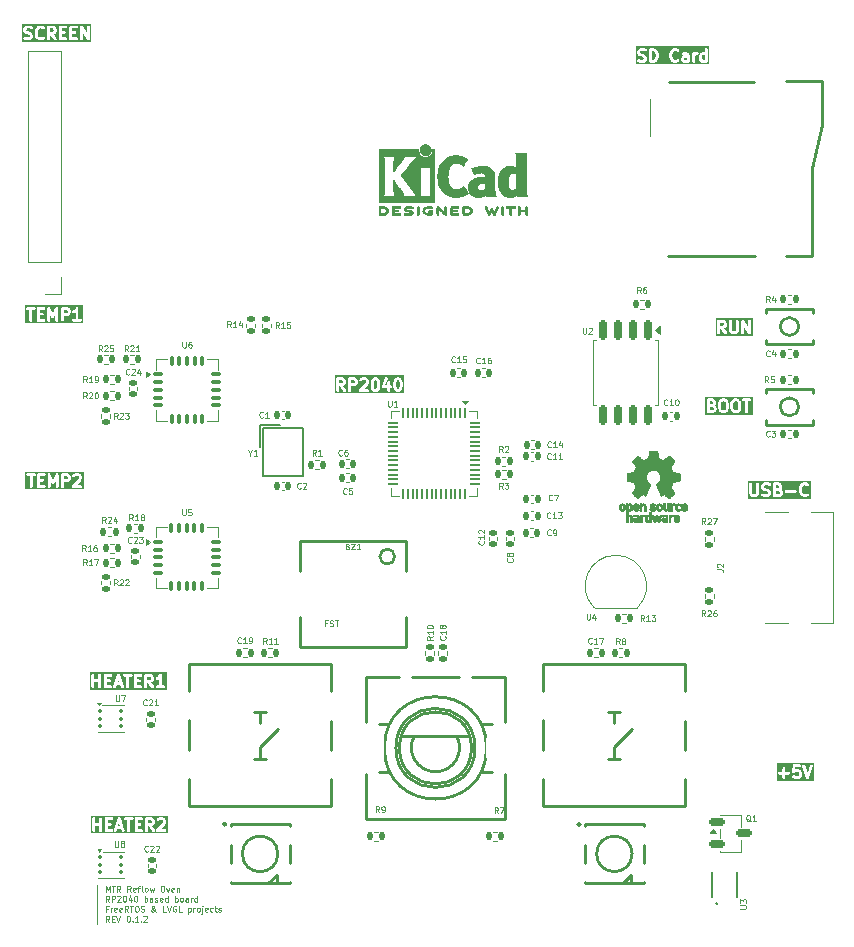
<source format=gbr>
%TF.GenerationSoftware,KiCad,Pcbnew,9.0.6*%
%TF.CreationDate,2026-01-04T04:22:01+01:00*%
%TF.ProjectId,MTR_Reflow_Oven,4d54525f-5265-4666-9c6f-775f4f76656e,rev?*%
%TF.SameCoordinates,Original*%
%TF.FileFunction,Legend,Top*%
%TF.FilePolarity,Positive*%
%FSLAX46Y46*%
G04 Gerber Fmt 4.6, Leading zero omitted, Abs format (unit mm)*
G04 Created by KiCad (PCBNEW 9.0.6) date 2026-01-04 04:22:01*
%MOMM*%
%LPD*%
G01*
G04 APERTURE LIST*
G04 Aperture macros list*
%AMRoundRect*
0 Rectangle with rounded corners*
0 $1 Rounding radius*
0 $2 $3 $4 $5 $6 $7 $8 $9 X,Y pos of 4 corners*
0 Add a 4 corners polygon primitive as box body*
4,1,4,$2,$3,$4,$5,$6,$7,$8,$9,$2,$3,0*
0 Add four circle primitives for the rounded corners*
1,1,$1+$1,$2,$3*
1,1,$1+$1,$4,$5*
1,1,$1+$1,$6,$7*
1,1,$1+$1,$8,$9*
0 Add four rect primitives between the rounded corners*
20,1,$1+$1,$2,$3,$4,$5,0*
20,1,$1+$1,$4,$5,$6,$7,0*
20,1,$1+$1,$6,$7,$8,$9,0*
20,1,$1+$1,$8,$9,$2,$3,0*%
G04 Aperture macros list end*
%ADD10C,0.125000*%
%ADD11C,0.250000*%
%ADD12C,0.010000*%
%ADD13C,0.120000*%
%ADD14C,0.100000*%
%ADD15C,0.150000*%
%ADD16C,0.200000*%
%ADD17R,1.350000X2.000000*%
%ADD18RoundRect,0.140000X-0.140000X-0.170000X0.140000X-0.170000X0.140000X0.170000X-0.140000X0.170000X0*%
%ADD19RoundRect,0.135000X-0.135000X-0.185000X0.135000X-0.185000X0.135000X0.185000X-0.135000X0.185000X0*%
%ADD20R,1.500000X1.000000*%
%ADD21C,4.400000*%
%ADD22C,0.650000*%
%ADD23R,1.450000X0.600000*%
%ADD24R,1.450000X0.300000*%
%ADD25O,2.100000X1.000000*%
%ADD26O,1.600000X1.000000*%
%ADD27RoundRect,0.135000X0.135000X0.185000X-0.135000X0.185000X-0.135000X-0.185000X0.135000X-0.185000X0*%
%ADD28RoundRect,0.135000X-0.185000X0.135000X-0.185000X-0.135000X0.185000X-0.135000X0.185000X0.135000X0*%
%ADD29RoundRect,0.140000X-0.170000X0.140000X-0.170000X-0.140000X0.170000X-0.140000X0.170000X0.140000X0*%
%ADD30RoundRect,0.140000X0.140000X0.170000X-0.140000X0.170000X-0.140000X-0.170000X0.140000X-0.170000X0*%
%ADD31O,2.300000X4.000000*%
%ADD32C,1.800000*%
%ADD33C,1.000000*%
%ADD34R,1.600000X0.700000*%
%ADD35R,1.500000X1.200000*%
%ADD36R,2.200000X1.200000*%
%ADD37R,1.500000X1.600000*%
%ADD38R,1.200000X1.400000*%
%ADD39RoundRect,0.093750X-0.093750X-0.106250X0.093750X-0.106250X0.093750X0.106250X-0.093750X0.106250X0*%
%ADD40R,1.000000X1.600000*%
%ADD41RoundRect,0.075000X-0.325000X-0.075000X0.325000X-0.075000X0.325000X0.075000X-0.325000X0.075000X0*%
%ADD42RoundRect,0.075000X-0.075000X-0.325000X0.075000X-0.325000X0.075000X0.325000X-0.075000X0.325000X0*%
%ADD43R,3.350000X3.350000*%
%ADD44RoundRect,0.150000X-0.512500X-0.150000X0.512500X-0.150000X0.512500X0.150000X-0.512500X0.150000X0*%
%ADD45R,1.050000X1.500000*%
%ADD46O,1.050000X1.500000*%
%ADD47RoundRect,0.135000X0.185000X-0.135000X0.185000X0.135000X-0.185000X0.135000X-0.185000X-0.135000X0*%
%ADD48C,2.000000*%
%ADD49RoundRect,0.050000X-0.050000X0.387500X-0.050000X-0.387500X0.050000X-0.387500X0.050000X0.387500X0*%
%ADD50RoundRect,0.050000X-0.387500X0.050000X-0.387500X-0.050000X0.387500X-0.050000X0.387500X0.050000X0*%
%ADD51R,3.200000X3.200000*%
%ADD52R,2.500000X3.500000*%
%ADD53RoundRect,0.162500X-0.162500X0.650000X-0.162500X-0.650000X0.162500X-0.650000X0.162500X0.650000X0*%
%ADD54R,1.700000X1.700000*%
%ADD55C,1.700000*%
%ADD56O,0.360000X0.610000*%
%ADD57R,1.600000X1.000000*%
G04 APERTURE END LIST*
D10*
X115170330Y-123261468D02*
X115170330Y-122547182D01*
X116194138Y-123094801D02*
X116027472Y-122856706D01*
X115908424Y-123094801D02*
X115908424Y-122594801D01*
X115908424Y-122594801D02*
X116098900Y-122594801D01*
X116098900Y-122594801D02*
X116146519Y-122618611D01*
X116146519Y-122618611D02*
X116170329Y-122642420D01*
X116170329Y-122642420D02*
X116194138Y-122690039D01*
X116194138Y-122690039D02*
X116194138Y-122761468D01*
X116194138Y-122761468D02*
X116170329Y-122809087D01*
X116170329Y-122809087D02*
X116146519Y-122832896D01*
X116146519Y-122832896D02*
X116098900Y-122856706D01*
X116098900Y-122856706D02*
X115908424Y-122856706D01*
X116408424Y-123094801D02*
X116408424Y-122594801D01*
X116408424Y-122594801D02*
X116598900Y-122594801D01*
X116598900Y-122594801D02*
X116646519Y-122618611D01*
X116646519Y-122618611D02*
X116670329Y-122642420D01*
X116670329Y-122642420D02*
X116694138Y-122690039D01*
X116694138Y-122690039D02*
X116694138Y-122761468D01*
X116694138Y-122761468D02*
X116670329Y-122809087D01*
X116670329Y-122809087D02*
X116646519Y-122832896D01*
X116646519Y-122832896D02*
X116598900Y-122856706D01*
X116598900Y-122856706D02*
X116408424Y-122856706D01*
X116884615Y-122642420D02*
X116908424Y-122618611D01*
X116908424Y-122618611D02*
X116956043Y-122594801D01*
X116956043Y-122594801D02*
X117075091Y-122594801D01*
X117075091Y-122594801D02*
X117122710Y-122618611D01*
X117122710Y-122618611D02*
X117146519Y-122642420D01*
X117146519Y-122642420D02*
X117170329Y-122690039D01*
X117170329Y-122690039D02*
X117170329Y-122737658D01*
X117170329Y-122737658D02*
X117146519Y-122809087D01*
X117146519Y-122809087D02*
X116860805Y-123094801D01*
X116860805Y-123094801D02*
X117170329Y-123094801D01*
X117479852Y-122594801D02*
X117527471Y-122594801D01*
X117527471Y-122594801D02*
X117575090Y-122618611D01*
X117575090Y-122618611D02*
X117598900Y-122642420D01*
X117598900Y-122642420D02*
X117622709Y-122690039D01*
X117622709Y-122690039D02*
X117646519Y-122785277D01*
X117646519Y-122785277D02*
X117646519Y-122904325D01*
X117646519Y-122904325D02*
X117622709Y-122999563D01*
X117622709Y-122999563D02*
X117598900Y-123047182D01*
X117598900Y-123047182D02*
X117575090Y-123070992D01*
X117575090Y-123070992D02*
X117527471Y-123094801D01*
X117527471Y-123094801D02*
X117479852Y-123094801D01*
X117479852Y-123094801D02*
X117432233Y-123070992D01*
X117432233Y-123070992D02*
X117408424Y-123047182D01*
X117408424Y-123047182D02*
X117384614Y-122999563D01*
X117384614Y-122999563D02*
X117360805Y-122904325D01*
X117360805Y-122904325D02*
X117360805Y-122785277D01*
X117360805Y-122785277D02*
X117384614Y-122690039D01*
X117384614Y-122690039D02*
X117408424Y-122642420D01*
X117408424Y-122642420D02*
X117432233Y-122618611D01*
X117432233Y-122618611D02*
X117479852Y-122594801D01*
X118075090Y-122761468D02*
X118075090Y-123094801D01*
X117956042Y-122570992D02*
X117836995Y-122928134D01*
X117836995Y-122928134D02*
X118146518Y-122928134D01*
X118432232Y-122594801D02*
X118479851Y-122594801D01*
X118479851Y-122594801D02*
X118527470Y-122618611D01*
X118527470Y-122618611D02*
X118551280Y-122642420D01*
X118551280Y-122642420D02*
X118575089Y-122690039D01*
X118575089Y-122690039D02*
X118598899Y-122785277D01*
X118598899Y-122785277D02*
X118598899Y-122904325D01*
X118598899Y-122904325D02*
X118575089Y-122999563D01*
X118575089Y-122999563D02*
X118551280Y-123047182D01*
X118551280Y-123047182D02*
X118527470Y-123070992D01*
X118527470Y-123070992D02*
X118479851Y-123094801D01*
X118479851Y-123094801D02*
X118432232Y-123094801D01*
X118432232Y-123094801D02*
X118384613Y-123070992D01*
X118384613Y-123070992D02*
X118360804Y-123047182D01*
X118360804Y-123047182D02*
X118336994Y-122999563D01*
X118336994Y-122999563D02*
X118313185Y-122904325D01*
X118313185Y-122904325D02*
X118313185Y-122785277D01*
X118313185Y-122785277D02*
X118336994Y-122690039D01*
X118336994Y-122690039D02*
X118360804Y-122642420D01*
X118360804Y-122642420D02*
X118384613Y-122618611D01*
X118384613Y-122618611D02*
X118432232Y-122594801D01*
X119194136Y-123094801D02*
X119194136Y-122594801D01*
X119194136Y-122785277D02*
X119241755Y-122761468D01*
X119241755Y-122761468D02*
X119336993Y-122761468D01*
X119336993Y-122761468D02*
X119384612Y-122785277D01*
X119384612Y-122785277D02*
X119408422Y-122809087D01*
X119408422Y-122809087D02*
X119432231Y-122856706D01*
X119432231Y-122856706D02*
X119432231Y-122999563D01*
X119432231Y-122999563D02*
X119408422Y-123047182D01*
X119408422Y-123047182D02*
X119384612Y-123070992D01*
X119384612Y-123070992D02*
X119336993Y-123094801D01*
X119336993Y-123094801D02*
X119241755Y-123094801D01*
X119241755Y-123094801D02*
X119194136Y-123070992D01*
X119860803Y-123094801D02*
X119860803Y-122832896D01*
X119860803Y-122832896D02*
X119836993Y-122785277D01*
X119836993Y-122785277D02*
X119789374Y-122761468D01*
X119789374Y-122761468D02*
X119694136Y-122761468D01*
X119694136Y-122761468D02*
X119646517Y-122785277D01*
X119860803Y-123070992D02*
X119813184Y-123094801D01*
X119813184Y-123094801D02*
X119694136Y-123094801D01*
X119694136Y-123094801D02*
X119646517Y-123070992D01*
X119646517Y-123070992D02*
X119622708Y-123023372D01*
X119622708Y-123023372D02*
X119622708Y-122975753D01*
X119622708Y-122975753D02*
X119646517Y-122928134D01*
X119646517Y-122928134D02*
X119694136Y-122904325D01*
X119694136Y-122904325D02*
X119813184Y-122904325D01*
X119813184Y-122904325D02*
X119860803Y-122880515D01*
X120075089Y-123070992D02*
X120122708Y-123094801D01*
X120122708Y-123094801D02*
X120217946Y-123094801D01*
X120217946Y-123094801D02*
X120265565Y-123070992D01*
X120265565Y-123070992D02*
X120289374Y-123023372D01*
X120289374Y-123023372D02*
X120289374Y-122999563D01*
X120289374Y-122999563D02*
X120265565Y-122951944D01*
X120265565Y-122951944D02*
X120217946Y-122928134D01*
X120217946Y-122928134D02*
X120146517Y-122928134D01*
X120146517Y-122928134D02*
X120098898Y-122904325D01*
X120098898Y-122904325D02*
X120075089Y-122856706D01*
X120075089Y-122856706D02*
X120075089Y-122832896D01*
X120075089Y-122832896D02*
X120098898Y-122785277D01*
X120098898Y-122785277D02*
X120146517Y-122761468D01*
X120146517Y-122761468D02*
X120217946Y-122761468D01*
X120217946Y-122761468D02*
X120265565Y-122785277D01*
X120694136Y-123070992D02*
X120646517Y-123094801D01*
X120646517Y-123094801D02*
X120551279Y-123094801D01*
X120551279Y-123094801D02*
X120503660Y-123070992D01*
X120503660Y-123070992D02*
X120479851Y-123023372D01*
X120479851Y-123023372D02*
X120479851Y-122832896D01*
X120479851Y-122832896D02*
X120503660Y-122785277D01*
X120503660Y-122785277D02*
X120551279Y-122761468D01*
X120551279Y-122761468D02*
X120646517Y-122761468D01*
X120646517Y-122761468D02*
X120694136Y-122785277D01*
X120694136Y-122785277D02*
X120717946Y-122832896D01*
X120717946Y-122832896D02*
X120717946Y-122880515D01*
X120717946Y-122880515D02*
X120479851Y-122928134D01*
X121146517Y-123094801D02*
X121146517Y-122594801D01*
X121146517Y-123070992D02*
X121098898Y-123094801D01*
X121098898Y-123094801D02*
X121003660Y-123094801D01*
X121003660Y-123094801D02*
X120956041Y-123070992D01*
X120956041Y-123070992D02*
X120932231Y-123047182D01*
X120932231Y-123047182D02*
X120908422Y-122999563D01*
X120908422Y-122999563D02*
X120908422Y-122856706D01*
X120908422Y-122856706D02*
X120932231Y-122809087D01*
X120932231Y-122809087D02*
X120956041Y-122785277D01*
X120956041Y-122785277D02*
X121003660Y-122761468D01*
X121003660Y-122761468D02*
X121098898Y-122761468D01*
X121098898Y-122761468D02*
X121146517Y-122785277D01*
X121765564Y-123094801D02*
X121765564Y-122594801D01*
X121765564Y-122785277D02*
X121813183Y-122761468D01*
X121813183Y-122761468D02*
X121908421Y-122761468D01*
X121908421Y-122761468D02*
X121956040Y-122785277D01*
X121956040Y-122785277D02*
X121979850Y-122809087D01*
X121979850Y-122809087D02*
X122003659Y-122856706D01*
X122003659Y-122856706D02*
X122003659Y-122999563D01*
X122003659Y-122999563D02*
X121979850Y-123047182D01*
X121979850Y-123047182D02*
X121956040Y-123070992D01*
X121956040Y-123070992D02*
X121908421Y-123094801D01*
X121908421Y-123094801D02*
X121813183Y-123094801D01*
X121813183Y-123094801D02*
X121765564Y-123070992D01*
X122289374Y-123094801D02*
X122241755Y-123070992D01*
X122241755Y-123070992D02*
X122217945Y-123047182D01*
X122217945Y-123047182D02*
X122194136Y-122999563D01*
X122194136Y-122999563D02*
X122194136Y-122856706D01*
X122194136Y-122856706D02*
X122217945Y-122809087D01*
X122217945Y-122809087D02*
X122241755Y-122785277D01*
X122241755Y-122785277D02*
X122289374Y-122761468D01*
X122289374Y-122761468D02*
X122360802Y-122761468D01*
X122360802Y-122761468D02*
X122408421Y-122785277D01*
X122408421Y-122785277D02*
X122432231Y-122809087D01*
X122432231Y-122809087D02*
X122456040Y-122856706D01*
X122456040Y-122856706D02*
X122456040Y-122999563D01*
X122456040Y-122999563D02*
X122432231Y-123047182D01*
X122432231Y-123047182D02*
X122408421Y-123070992D01*
X122408421Y-123070992D02*
X122360802Y-123094801D01*
X122360802Y-123094801D02*
X122289374Y-123094801D01*
X122884612Y-123094801D02*
X122884612Y-122832896D01*
X122884612Y-122832896D02*
X122860802Y-122785277D01*
X122860802Y-122785277D02*
X122813183Y-122761468D01*
X122813183Y-122761468D02*
X122717945Y-122761468D01*
X122717945Y-122761468D02*
X122670326Y-122785277D01*
X122884612Y-123070992D02*
X122836993Y-123094801D01*
X122836993Y-123094801D02*
X122717945Y-123094801D01*
X122717945Y-123094801D02*
X122670326Y-123070992D01*
X122670326Y-123070992D02*
X122646517Y-123023372D01*
X122646517Y-123023372D02*
X122646517Y-122975753D01*
X122646517Y-122975753D02*
X122670326Y-122928134D01*
X122670326Y-122928134D02*
X122717945Y-122904325D01*
X122717945Y-122904325D02*
X122836993Y-122904325D01*
X122836993Y-122904325D02*
X122884612Y-122880515D01*
X123122707Y-123094801D02*
X123122707Y-122761468D01*
X123122707Y-122856706D02*
X123146517Y-122809087D01*
X123146517Y-122809087D02*
X123170326Y-122785277D01*
X123170326Y-122785277D02*
X123217945Y-122761468D01*
X123217945Y-122761468D02*
X123265564Y-122761468D01*
X123646517Y-123094801D02*
X123646517Y-122594801D01*
X123646517Y-123070992D02*
X123598898Y-123094801D01*
X123598898Y-123094801D02*
X123503660Y-123094801D01*
X123503660Y-123094801D02*
X123456041Y-123070992D01*
X123456041Y-123070992D02*
X123432231Y-123047182D01*
X123432231Y-123047182D02*
X123408422Y-122999563D01*
X123408422Y-122999563D02*
X123408422Y-122856706D01*
X123408422Y-122856706D02*
X123432231Y-122809087D01*
X123432231Y-122809087D02*
X123456041Y-122785277D01*
X123456041Y-122785277D02*
X123503660Y-122761468D01*
X123503660Y-122761468D02*
X123598898Y-122761468D01*
X123598898Y-122761468D02*
X123646517Y-122785277D01*
X115170330Y-122411468D02*
X115170330Y-121697182D01*
X115908424Y-122244801D02*
X115908424Y-121744801D01*
X115908424Y-121744801D02*
X116075091Y-122101944D01*
X116075091Y-122101944D02*
X116241757Y-121744801D01*
X116241757Y-121744801D02*
X116241757Y-122244801D01*
X116408425Y-121744801D02*
X116694139Y-121744801D01*
X116551282Y-122244801D02*
X116551282Y-121744801D01*
X117146519Y-122244801D02*
X116979853Y-122006706D01*
X116860805Y-122244801D02*
X116860805Y-121744801D01*
X116860805Y-121744801D02*
X117051281Y-121744801D01*
X117051281Y-121744801D02*
X117098900Y-121768611D01*
X117098900Y-121768611D02*
X117122710Y-121792420D01*
X117122710Y-121792420D02*
X117146519Y-121840039D01*
X117146519Y-121840039D02*
X117146519Y-121911468D01*
X117146519Y-121911468D02*
X117122710Y-121959087D01*
X117122710Y-121959087D02*
X117098900Y-121982896D01*
X117098900Y-121982896D02*
X117051281Y-122006706D01*
X117051281Y-122006706D02*
X116860805Y-122006706D01*
X118027471Y-122244801D02*
X117860805Y-122006706D01*
X117741757Y-122244801D02*
X117741757Y-121744801D01*
X117741757Y-121744801D02*
X117932233Y-121744801D01*
X117932233Y-121744801D02*
X117979852Y-121768611D01*
X117979852Y-121768611D02*
X118003662Y-121792420D01*
X118003662Y-121792420D02*
X118027471Y-121840039D01*
X118027471Y-121840039D02*
X118027471Y-121911468D01*
X118027471Y-121911468D02*
X118003662Y-121959087D01*
X118003662Y-121959087D02*
X117979852Y-121982896D01*
X117979852Y-121982896D02*
X117932233Y-122006706D01*
X117932233Y-122006706D02*
X117741757Y-122006706D01*
X118432233Y-122220992D02*
X118384614Y-122244801D01*
X118384614Y-122244801D02*
X118289376Y-122244801D01*
X118289376Y-122244801D02*
X118241757Y-122220992D01*
X118241757Y-122220992D02*
X118217948Y-122173372D01*
X118217948Y-122173372D02*
X118217948Y-121982896D01*
X118217948Y-121982896D02*
X118241757Y-121935277D01*
X118241757Y-121935277D02*
X118289376Y-121911468D01*
X118289376Y-121911468D02*
X118384614Y-121911468D01*
X118384614Y-121911468D02*
X118432233Y-121935277D01*
X118432233Y-121935277D02*
X118456043Y-121982896D01*
X118456043Y-121982896D02*
X118456043Y-122030515D01*
X118456043Y-122030515D02*
X118217948Y-122078134D01*
X118598900Y-121911468D02*
X118789376Y-121911468D01*
X118670328Y-122244801D02*
X118670328Y-121816230D01*
X118670328Y-121816230D02*
X118694138Y-121768611D01*
X118694138Y-121768611D02*
X118741757Y-121744801D01*
X118741757Y-121744801D02*
X118789376Y-121744801D01*
X119027471Y-122244801D02*
X118979852Y-122220992D01*
X118979852Y-122220992D02*
X118956042Y-122173372D01*
X118956042Y-122173372D02*
X118956042Y-121744801D01*
X119289376Y-122244801D02*
X119241757Y-122220992D01*
X119241757Y-122220992D02*
X119217947Y-122197182D01*
X119217947Y-122197182D02*
X119194138Y-122149563D01*
X119194138Y-122149563D02*
X119194138Y-122006706D01*
X119194138Y-122006706D02*
X119217947Y-121959087D01*
X119217947Y-121959087D02*
X119241757Y-121935277D01*
X119241757Y-121935277D02*
X119289376Y-121911468D01*
X119289376Y-121911468D02*
X119360804Y-121911468D01*
X119360804Y-121911468D02*
X119408423Y-121935277D01*
X119408423Y-121935277D02*
X119432233Y-121959087D01*
X119432233Y-121959087D02*
X119456042Y-122006706D01*
X119456042Y-122006706D02*
X119456042Y-122149563D01*
X119456042Y-122149563D02*
X119432233Y-122197182D01*
X119432233Y-122197182D02*
X119408423Y-122220992D01*
X119408423Y-122220992D02*
X119360804Y-122244801D01*
X119360804Y-122244801D02*
X119289376Y-122244801D01*
X119622709Y-121911468D02*
X119717947Y-122244801D01*
X119717947Y-122244801D02*
X119813185Y-122006706D01*
X119813185Y-122006706D02*
X119908423Y-122244801D01*
X119908423Y-122244801D02*
X120003661Y-121911468D01*
X120670328Y-121744801D02*
X120765566Y-121744801D01*
X120765566Y-121744801D02*
X120813185Y-121768611D01*
X120813185Y-121768611D02*
X120860804Y-121816230D01*
X120860804Y-121816230D02*
X120884614Y-121911468D01*
X120884614Y-121911468D02*
X120884614Y-122078134D01*
X120884614Y-122078134D02*
X120860804Y-122173372D01*
X120860804Y-122173372D02*
X120813185Y-122220992D01*
X120813185Y-122220992D02*
X120765566Y-122244801D01*
X120765566Y-122244801D02*
X120670328Y-122244801D01*
X120670328Y-122244801D02*
X120622709Y-122220992D01*
X120622709Y-122220992D02*
X120575090Y-122173372D01*
X120575090Y-122173372D02*
X120551281Y-122078134D01*
X120551281Y-122078134D02*
X120551281Y-121911468D01*
X120551281Y-121911468D02*
X120575090Y-121816230D01*
X120575090Y-121816230D02*
X120622709Y-121768611D01*
X120622709Y-121768611D02*
X120670328Y-121744801D01*
X121051281Y-121911468D02*
X121170329Y-122244801D01*
X121170329Y-122244801D02*
X121289376Y-121911468D01*
X121670328Y-122220992D02*
X121622709Y-122244801D01*
X121622709Y-122244801D02*
X121527471Y-122244801D01*
X121527471Y-122244801D02*
X121479852Y-122220992D01*
X121479852Y-122220992D02*
X121456043Y-122173372D01*
X121456043Y-122173372D02*
X121456043Y-121982896D01*
X121456043Y-121982896D02*
X121479852Y-121935277D01*
X121479852Y-121935277D02*
X121527471Y-121911468D01*
X121527471Y-121911468D02*
X121622709Y-121911468D01*
X121622709Y-121911468D02*
X121670328Y-121935277D01*
X121670328Y-121935277D02*
X121694138Y-121982896D01*
X121694138Y-121982896D02*
X121694138Y-122030515D01*
X121694138Y-122030515D02*
X121456043Y-122078134D01*
X121908423Y-121911468D02*
X121908423Y-122244801D01*
X121908423Y-121959087D02*
X121932233Y-121935277D01*
X121932233Y-121935277D02*
X121979852Y-121911468D01*
X121979852Y-121911468D02*
X122051280Y-121911468D01*
X122051280Y-121911468D02*
X122098899Y-121935277D01*
X122098899Y-121935277D02*
X122122709Y-121982896D01*
X122122709Y-121982896D02*
X122122709Y-122244801D01*
X115201282Y-124961468D02*
X115201282Y-124247182D01*
X116225090Y-124794801D02*
X116058424Y-124556706D01*
X115939376Y-124794801D02*
X115939376Y-124294801D01*
X115939376Y-124294801D02*
X116129852Y-124294801D01*
X116129852Y-124294801D02*
X116177471Y-124318611D01*
X116177471Y-124318611D02*
X116201281Y-124342420D01*
X116201281Y-124342420D02*
X116225090Y-124390039D01*
X116225090Y-124390039D02*
X116225090Y-124461468D01*
X116225090Y-124461468D02*
X116201281Y-124509087D01*
X116201281Y-124509087D02*
X116177471Y-124532896D01*
X116177471Y-124532896D02*
X116129852Y-124556706D01*
X116129852Y-124556706D02*
X115939376Y-124556706D01*
X116439376Y-124532896D02*
X116606043Y-124532896D01*
X116677471Y-124794801D02*
X116439376Y-124794801D01*
X116439376Y-124794801D02*
X116439376Y-124294801D01*
X116439376Y-124294801D02*
X116677471Y-124294801D01*
X116820329Y-124294801D02*
X116986995Y-124794801D01*
X116986995Y-124794801D02*
X117153662Y-124294801D01*
X117796518Y-124294801D02*
X117844137Y-124294801D01*
X117844137Y-124294801D02*
X117891756Y-124318611D01*
X117891756Y-124318611D02*
X117915566Y-124342420D01*
X117915566Y-124342420D02*
X117939375Y-124390039D01*
X117939375Y-124390039D02*
X117963185Y-124485277D01*
X117963185Y-124485277D02*
X117963185Y-124604325D01*
X117963185Y-124604325D02*
X117939375Y-124699563D01*
X117939375Y-124699563D02*
X117915566Y-124747182D01*
X117915566Y-124747182D02*
X117891756Y-124770992D01*
X117891756Y-124770992D02*
X117844137Y-124794801D01*
X117844137Y-124794801D02*
X117796518Y-124794801D01*
X117796518Y-124794801D02*
X117748899Y-124770992D01*
X117748899Y-124770992D02*
X117725090Y-124747182D01*
X117725090Y-124747182D02*
X117701280Y-124699563D01*
X117701280Y-124699563D02*
X117677471Y-124604325D01*
X117677471Y-124604325D02*
X117677471Y-124485277D01*
X117677471Y-124485277D02*
X117701280Y-124390039D01*
X117701280Y-124390039D02*
X117725090Y-124342420D01*
X117725090Y-124342420D02*
X117748899Y-124318611D01*
X117748899Y-124318611D02*
X117796518Y-124294801D01*
X118177470Y-124747182D02*
X118201280Y-124770992D01*
X118201280Y-124770992D02*
X118177470Y-124794801D01*
X118177470Y-124794801D02*
X118153661Y-124770992D01*
X118153661Y-124770992D02*
X118177470Y-124747182D01*
X118177470Y-124747182D02*
X118177470Y-124794801D01*
X118677470Y-124794801D02*
X118391756Y-124794801D01*
X118534613Y-124794801D02*
X118534613Y-124294801D01*
X118534613Y-124294801D02*
X118486994Y-124366230D01*
X118486994Y-124366230D02*
X118439375Y-124413849D01*
X118439375Y-124413849D02*
X118391756Y-124437658D01*
X118891755Y-124747182D02*
X118915565Y-124770992D01*
X118915565Y-124770992D02*
X118891755Y-124794801D01*
X118891755Y-124794801D02*
X118867946Y-124770992D01*
X118867946Y-124770992D02*
X118891755Y-124747182D01*
X118891755Y-124747182D02*
X118891755Y-124794801D01*
X119106041Y-124342420D02*
X119129850Y-124318611D01*
X119129850Y-124318611D02*
X119177469Y-124294801D01*
X119177469Y-124294801D02*
X119296517Y-124294801D01*
X119296517Y-124294801D02*
X119344136Y-124318611D01*
X119344136Y-124318611D02*
X119367945Y-124342420D01*
X119367945Y-124342420D02*
X119391755Y-124390039D01*
X119391755Y-124390039D02*
X119391755Y-124437658D01*
X119391755Y-124437658D02*
X119367945Y-124509087D01*
X119367945Y-124509087D02*
X119082231Y-124794801D01*
X119082231Y-124794801D02*
X119391755Y-124794801D01*
X115170330Y-124111468D02*
X115170330Y-123397182D01*
X116075091Y-123682896D02*
X115908424Y-123682896D01*
X115908424Y-123944801D02*
X115908424Y-123444801D01*
X115908424Y-123444801D02*
X116146519Y-123444801D01*
X116336995Y-123944801D02*
X116336995Y-123611468D01*
X116336995Y-123706706D02*
X116360805Y-123659087D01*
X116360805Y-123659087D02*
X116384614Y-123635277D01*
X116384614Y-123635277D02*
X116432233Y-123611468D01*
X116432233Y-123611468D02*
X116479852Y-123611468D01*
X116836995Y-123920992D02*
X116789376Y-123944801D01*
X116789376Y-123944801D02*
X116694138Y-123944801D01*
X116694138Y-123944801D02*
X116646519Y-123920992D01*
X116646519Y-123920992D02*
X116622710Y-123873372D01*
X116622710Y-123873372D02*
X116622710Y-123682896D01*
X116622710Y-123682896D02*
X116646519Y-123635277D01*
X116646519Y-123635277D02*
X116694138Y-123611468D01*
X116694138Y-123611468D02*
X116789376Y-123611468D01*
X116789376Y-123611468D02*
X116836995Y-123635277D01*
X116836995Y-123635277D02*
X116860805Y-123682896D01*
X116860805Y-123682896D02*
X116860805Y-123730515D01*
X116860805Y-123730515D02*
X116622710Y-123778134D01*
X117265566Y-123920992D02*
X117217947Y-123944801D01*
X117217947Y-123944801D02*
X117122709Y-123944801D01*
X117122709Y-123944801D02*
X117075090Y-123920992D01*
X117075090Y-123920992D02*
X117051281Y-123873372D01*
X117051281Y-123873372D02*
X117051281Y-123682896D01*
X117051281Y-123682896D02*
X117075090Y-123635277D01*
X117075090Y-123635277D02*
X117122709Y-123611468D01*
X117122709Y-123611468D02*
X117217947Y-123611468D01*
X117217947Y-123611468D02*
X117265566Y-123635277D01*
X117265566Y-123635277D02*
X117289376Y-123682896D01*
X117289376Y-123682896D02*
X117289376Y-123730515D01*
X117289376Y-123730515D02*
X117051281Y-123778134D01*
X117789375Y-123944801D02*
X117622709Y-123706706D01*
X117503661Y-123944801D02*
X117503661Y-123444801D01*
X117503661Y-123444801D02*
X117694137Y-123444801D01*
X117694137Y-123444801D02*
X117741756Y-123468611D01*
X117741756Y-123468611D02*
X117765566Y-123492420D01*
X117765566Y-123492420D02*
X117789375Y-123540039D01*
X117789375Y-123540039D02*
X117789375Y-123611468D01*
X117789375Y-123611468D02*
X117765566Y-123659087D01*
X117765566Y-123659087D02*
X117741756Y-123682896D01*
X117741756Y-123682896D02*
X117694137Y-123706706D01*
X117694137Y-123706706D02*
X117503661Y-123706706D01*
X117932233Y-123444801D02*
X118217947Y-123444801D01*
X118075090Y-123944801D02*
X118075090Y-123444801D01*
X118479851Y-123444801D02*
X118575089Y-123444801D01*
X118575089Y-123444801D02*
X118622708Y-123468611D01*
X118622708Y-123468611D02*
X118670327Y-123516230D01*
X118670327Y-123516230D02*
X118694137Y-123611468D01*
X118694137Y-123611468D02*
X118694137Y-123778134D01*
X118694137Y-123778134D02*
X118670327Y-123873372D01*
X118670327Y-123873372D02*
X118622708Y-123920992D01*
X118622708Y-123920992D02*
X118575089Y-123944801D01*
X118575089Y-123944801D02*
X118479851Y-123944801D01*
X118479851Y-123944801D02*
X118432232Y-123920992D01*
X118432232Y-123920992D02*
X118384613Y-123873372D01*
X118384613Y-123873372D02*
X118360804Y-123778134D01*
X118360804Y-123778134D02*
X118360804Y-123611468D01*
X118360804Y-123611468D02*
X118384613Y-123516230D01*
X118384613Y-123516230D02*
X118432232Y-123468611D01*
X118432232Y-123468611D02*
X118479851Y-123444801D01*
X118884614Y-123920992D02*
X118956042Y-123944801D01*
X118956042Y-123944801D02*
X119075090Y-123944801D01*
X119075090Y-123944801D02*
X119122709Y-123920992D01*
X119122709Y-123920992D02*
X119146518Y-123897182D01*
X119146518Y-123897182D02*
X119170328Y-123849563D01*
X119170328Y-123849563D02*
X119170328Y-123801944D01*
X119170328Y-123801944D02*
X119146518Y-123754325D01*
X119146518Y-123754325D02*
X119122709Y-123730515D01*
X119122709Y-123730515D02*
X119075090Y-123706706D01*
X119075090Y-123706706D02*
X118979852Y-123682896D01*
X118979852Y-123682896D02*
X118932233Y-123659087D01*
X118932233Y-123659087D02*
X118908423Y-123635277D01*
X118908423Y-123635277D02*
X118884614Y-123587658D01*
X118884614Y-123587658D02*
X118884614Y-123540039D01*
X118884614Y-123540039D02*
X118908423Y-123492420D01*
X118908423Y-123492420D02*
X118932233Y-123468611D01*
X118932233Y-123468611D02*
X118979852Y-123444801D01*
X118979852Y-123444801D02*
X119098899Y-123444801D01*
X119098899Y-123444801D02*
X119170328Y-123468611D01*
X120170327Y-123944801D02*
X120146518Y-123944801D01*
X120146518Y-123944801D02*
X120098898Y-123920992D01*
X120098898Y-123920992D02*
X120027470Y-123849563D01*
X120027470Y-123849563D02*
X119908422Y-123706706D01*
X119908422Y-123706706D02*
X119860803Y-123635277D01*
X119860803Y-123635277D02*
X119836994Y-123563849D01*
X119836994Y-123563849D02*
X119836994Y-123516230D01*
X119836994Y-123516230D02*
X119860803Y-123468611D01*
X119860803Y-123468611D02*
X119908422Y-123444801D01*
X119908422Y-123444801D02*
X119932232Y-123444801D01*
X119932232Y-123444801D02*
X119979851Y-123468611D01*
X119979851Y-123468611D02*
X120003660Y-123516230D01*
X120003660Y-123516230D02*
X120003660Y-123540039D01*
X120003660Y-123540039D02*
X119979851Y-123587658D01*
X119979851Y-123587658D02*
X119956041Y-123611468D01*
X119956041Y-123611468D02*
X119813184Y-123706706D01*
X119813184Y-123706706D02*
X119789375Y-123730515D01*
X119789375Y-123730515D02*
X119765565Y-123778134D01*
X119765565Y-123778134D02*
X119765565Y-123849563D01*
X119765565Y-123849563D02*
X119789375Y-123897182D01*
X119789375Y-123897182D02*
X119813184Y-123920992D01*
X119813184Y-123920992D02*
X119860803Y-123944801D01*
X119860803Y-123944801D02*
X119932232Y-123944801D01*
X119932232Y-123944801D02*
X119979851Y-123920992D01*
X119979851Y-123920992D02*
X120003660Y-123897182D01*
X120003660Y-123897182D02*
X120075089Y-123801944D01*
X120075089Y-123801944D02*
X120098898Y-123730515D01*
X120098898Y-123730515D02*
X120098898Y-123682896D01*
X121003660Y-123944801D02*
X120765565Y-123944801D01*
X120765565Y-123944801D02*
X120765565Y-123444801D01*
X121098899Y-123444801D02*
X121265565Y-123944801D01*
X121265565Y-123944801D02*
X121432232Y-123444801D01*
X121860803Y-123468611D02*
X121813184Y-123444801D01*
X121813184Y-123444801D02*
X121741755Y-123444801D01*
X121741755Y-123444801D02*
X121670327Y-123468611D01*
X121670327Y-123468611D02*
X121622708Y-123516230D01*
X121622708Y-123516230D02*
X121598898Y-123563849D01*
X121598898Y-123563849D02*
X121575089Y-123659087D01*
X121575089Y-123659087D02*
X121575089Y-123730515D01*
X121575089Y-123730515D02*
X121598898Y-123825753D01*
X121598898Y-123825753D02*
X121622708Y-123873372D01*
X121622708Y-123873372D02*
X121670327Y-123920992D01*
X121670327Y-123920992D02*
X121741755Y-123944801D01*
X121741755Y-123944801D02*
X121789374Y-123944801D01*
X121789374Y-123944801D02*
X121860803Y-123920992D01*
X121860803Y-123920992D02*
X121884612Y-123897182D01*
X121884612Y-123897182D02*
X121884612Y-123730515D01*
X121884612Y-123730515D02*
X121789374Y-123730515D01*
X122336993Y-123944801D02*
X122098898Y-123944801D01*
X122098898Y-123944801D02*
X122098898Y-123444801D01*
X122884612Y-123611468D02*
X122884612Y-124111468D01*
X122884612Y-123635277D02*
X122932231Y-123611468D01*
X122932231Y-123611468D02*
X123027469Y-123611468D01*
X123027469Y-123611468D02*
X123075088Y-123635277D01*
X123075088Y-123635277D02*
X123098898Y-123659087D01*
X123098898Y-123659087D02*
X123122707Y-123706706D01*
X123122707Y-123706706D02*
X123122707Y-123849563D01*
X123122707Y-123849563D02*
X123098898Y-123897182D01*
X123098898Y-123897182D02*
X123075088Y-123920992D01*
X123075088Y-123920992D02*
X123027469Y-123944801D01*
X123027469Y-123944801D02*
X122932231Y-123944801D01*
X122932231Y-123944801D02*
X122884612Y-123920992D01*
X123336993Y-123944801D02*
X123336993Y-123611468D01*
X123336993Y-123706706D02*
X123360803Y-123659087D01*
X123360803Y-123659087D02*
X123384612Y-123635277D01*
X123384612Y-123635277D02*
X123432231Y-123611468D01*
X123432231Y-123611468D02*
X123479850Y-123611468D01*
X123717946Y-123944801D02*
X123670327Y-123920992D01*
X123670327Y-123920992D02*
X123646517Y-123897182D01*
X123646517Y-123897182D02*
X123622708Y-123849563D01*
X123622708Y-123849563D02*
X123622708Y-123706706D01*
X123622708Y-123706706D02*
X123646517Y-123659087D01*
X123646517Y-123659087D02*
X123670327Y-123635277D01*
X123670327Y-123635277D02*
X123717946Y-123611468D01*
X123717946Y-123611468D02*
X123789374Y-123611468D01*
X123789374Y-123611468D02*
X123836993Y-123635277D01*
X123836993Y-123635277D02*
X123860803Y-123659087D01*
X123860803Y-123659087D02*
X123884612Y-123706706D01*
X123884612Y-123706706D02*
X123884612Y-123849563D01*
X123884612Y-123849563D02*
X123860803Y-123897182D01*
X123860803Y-123897182D02*
X123836993Y-123920992D01*
X123836993Y-123920992D02*
X123789374Y-123944801D01*
X123789374Y-123944801D02*
X123717946Y-123944801D01*
X124098898Y-123611468D02*
X124098898Y-124040039D01*
X124098898Y-124040039D02*
X124075089Y-124087658D01*
X124075089Y-124087658D02*
X124027470Y-124111468D01*
X124027470Y-124111468D02*
X124003660Y-124111468D01*
X124098898Y-123444801D02*
X124075089Y-123468611D01*
X124075089Y-123468611D02*
X124098898Y-123492420D01*
X124098898Y-123492420D02*
X124122708Y-123468611D01*
X124122708Y-123468611D02*
X124098898Y-123444801D01*
X124098898Y-123444801D02*
X124098898Y-123492420D01*
X124527469Y-123920992D02*
X124479850Y-123944801D01*
X124479850Y-123944801D02*
X124384612Y-123944801D01*
X124384612Y-123944801D02*
X124336993Y-123920992D01*
X124336993Y-123920992D02*
X124313184Y-123873372D01*
X124313184Y-123873372D02*
X124313184Y-123682896D01*
X124313184Y-123682896D02*
X124336993Y-123635277D01*
X124336993Y-123635277D02*
X124384612Y-123611468D01*
X124384612Y-123611468D02*
X124479850Y-123611468D01*
X124479850Y-123611468D02*
X124527469Y-123635277D01*
X124527469Y-123635277D02*
X124551279Y-123682896D01*
X124551279Y-123682896D02*
X124551279Y-123730515D01*
X124551279Y-123730515D02*
X124313184Y-123778134D01*
X124979850Y-123920992D02*
X124932231Y-123944801D01*
X124932231Y-123944801D02*
X124836993Y-123944801D01*
X124836993Y-123944801D02*
X124789374Y-123920992D01*
X124789374Y-123920992D02*
X124765564Y-123897182D01*
X124765564Y-123897182D02*
X124741755Y-123849563D01*
X124741755Y-123849563D02*
X124741755Y-123706706D01*
X124741755Y-123706706D02*
X124765564Y-123659087D01*
X124765564Y-123659087D02*
X124789374Y-123635277D01*
X124789374Y-123635277D02*
X124836993Y-123611468D01*
X124836993Y-123611468D02*
X124932231Y-123611468D01*
X124932231Y-123611468D02*
X124979850Y-123635277D01*
X125122707Y-123611468D02*
X125313183Y-123611468D01*
X125194135Y-123444801D02*
X125194135Y-123873372D01*
X125194135Y-123873372D02*
X125217945Y-123920992D01*
X125217945Y-123920992D02*
X125265564Y-123944801D01*
X125265564Y-123944801D02*
X125313183Y-123944801D01*
X125456040Y-123920992D02*
X125503659Y-123944801D01*
X125503659Y-123944801D02*
X125598897Y-123944801D01*
X125598897Y-123944801D02*
X125646516Y-123920992D01*
X125646516Y-123920992D02*
X125670325Y-123873372D01*
X125670325Y-123873372D02*
X125670325Y-123849563D01*
X125670325Y-123849563D02*
X125646516Y-123801944D01*
X125646516Y-123801944D02*
X125598897Y-123778134D01*
X125598897Y-123778134D02*
X125527468Y-123778134D01*
X125527468Y-123778134D02*
X125479849Y-123754325D01*
X125479849Y-123754325D02*
X125456040Y-123706706D01*
X125456040Y-123706706D02*
X125456040Y-123682896D01*
X125456040Y-123682896D02*
X125479849Y-123635277D01*
X125479849Y-123635277D02*
X125527468Y-123611468D01*
X125527468Y-123611468D02*
X125598897Y-123611468D01*
X125598897Y-123611468D02*
X125646516Y-123635277D01*
D11*
G36*
X175915871Y-112839619D02*
G01*
X172704970Y-112839619D01*
X172704970Y-112184280D01*
X172829970Y-112184280D01*
X172829970Y-112233052D01*
X172848634Y-112278112D01*
X172883122Y-112312600D01*
X172928182Y-112331264D01*
X172952568Y-112333666D01*
X173208520Y-112333666D01*
X173208520Y-112589619D01*
X173210922Y-112614005D01*
X173229586Y-112659065D01*
X173264074Y-112693553D01*
X173309134Y-112712217D01*
X173357906Y-112712217D01*
X173402966Y-112693553D01*
X173437454Y-112659065D01*
X173456118Y-112614005D01*
X173458520Y-112589619D01*
X173458520Y-112333666D01*
X173714473Y-112333666D01*
X173738859Y-112331264D01*
X173783919Y-112312600D01*
X173818407Y-112278112D01*
X173837071Y-112233052D01*
X173837071Y-112184280D01*
X173818407Y-112139220D01*
X173783919Y-112104732D01*
X173738859Y-112086068D01*
X173714473Y-112083666D01*
X173458520Y-112083666D01*
X173458520Y-112077875D01*
X174018628Y-112077875D01*
X174020446Y-112083900D01*
X174020446Y-112090196D01*
X174027437Y-112107075D01*
X174032716Y-112124569D01*
X174036703Y-112129442D01*
X174039111Y-112135255D01*
X174052026Y-112148170D01*
X174063601Y-112162317D01*
X174069149Y-112165293D01*
X174073598Y-112169742D01*
X174090476Y-112176733D01*
X174106580Y-112185372D01*
X174112841Y-112185998D01*
X174118657Y-112188407D01*
X174136930Y-112188407D01*
X174155110Y-112190225D01*
X174161136Y-112188407D01*
X174167431Y-112188407D01*
X174184310Y-112181415D01*
X174201804Y-112176137D01*
X174206677Y-112172149D01*
X174212490Y-112169742D01*
X174231432Y-112154197D01*
X174264708Y-112120921D01*
X174315410Y-112095571D01*
X174494488Y-112095571D01*
X174545189Y-112120921D01*
X174564121Y-112139854D01*
X174589472Y-112190555D01*
X174589472Y-112369633D01*
X174564120Y-112420336D01*
X174545189Y-112439268D01*
X174494488Y-112464619D01*
X174315410Y-112464619D01*
X174264708Y-112439268D01*
X174231433Y-112405993D01*
X174212491Y-112390447D01*
X174167432Y-112371782D01*
X174118659Y-112371782D01*
X174073599Y-112390446D01*
X174039111Y-112424933D01*
X174020446Y-112469992D01*
X174020446Y-112518765D01*
X174039110Y-112563825D01*
X174054655Y-112582767D01*
X174102274Y-112630387D01*
X174111862Y-112638256D01*
X174114024Y-112640749D01*
X174117778Y-112643112D01*
X174121215Y-112645933D01*
X174124268Y-112647197D01*
X174134761Y-112653803D01*
X174229999Y-112701422D01*
X174252885Y-112710180D01*
X174257365Y-112710498D01*
X174261515Y-112712217D01*
X174285901Y-112714619D01*
X174523996Y-112714619D01*
X174548382Y-112712217D01*
X174552530Y-112710498D01*
X174557012Y-112710180D01*
X174579898Y-112701422D01*
X174675135Y-112653804D01*
X174685631Y-112647196D01*
X174688681Y-112645933D01*
X174692114Y-112643114D01*
X174695873Y-112640749D01*
X174698035Y-112638255D01*
X174707623Y-112630387D01*
X174755242Y-112582768D01*
X174763109Y-112573180D01*
X174765602Y-112571019D01*
X174767968Y-112567259D01*
X174770787Y-112563825D01*
X174772049Y-112560776D01*
X174778656Y-112550282D01*
X174826275Y-112455044D01*
X174835033Y-112432158D01*
X174835351Y-112427677D01*
X174837070Y-112423528D01*
X174839472Y-112399142D01*
X174839472Y-112161047D01*
X174837070Y-112136661D01*
X174835351Y-112132511D01*
X174835033Y-112128031D01*
X174826275Y-112105145D01*
X174778656Y-112009907D01*
X174772049Y-111999412D01*
X174770786Y-111996362D01*
X174767967Y-111992927D01*
X174765602Y-111989170D01*
X174763110Y-111987008D01*
X174755241Y-111977420D01*
X174707622Y-111929802D01*
X174698036Y-111921935D01*
X174695873Y-111919441D01*
X174692111Y-111917072D01*
X174688680Y-111914257D01*
X174685633Y-111912995D01*
X174675135Y-111906386D01*
X174579898Y-111858768D01*
X174557012Y-111850010D01*
X174552530Y-111849691D01*
X174548382Y-111847973D01*
X174523996Y-111845571D01*
X174290692Y-111845571D01*
X174303787Y-111714619D01*
X174666853Y-111714619D01*
X174691239Y-111712217D01*
X174736299Y-111693553D01*
X174770787Y-111659065D01*
X174789451Y-111614005D01*
X174789451Y-111605253D01*
X174876169Y-111605253D01*
X174881602Y-111629147D01*
X175214934Y-112629147D01*
X175224925Y-112651522D01*
X175230775Y-112658268D01*
X175234771Y-112666259D01*
X175246611Y-112676527D01*
X175256880Y-112688368D01*
X175264871Y-112692363D01*
X175271617Y-112698214D01*
X175286482Y-112703169D01*
X175300504Y-112710180D01*
X175309414Y-112710813D01*
X175317886Y-112713637D01*
X175333519Y-112712526D01*
X175349154Y-112713637D01*
X175357625Y-112710813D01*
X175366535Y-112710180D01*
X175380555Y-112703169D01*
X175395423Y-112698214D01*
X175402168Y-112692363D01*
X175410160Y-112688368D01*
X175420431Y-112676524D01*
X175432269Y-112666258D01*
X175436263Y-112658269D01*
X175442115Y-112651522D01*
X175452105Y-112629147D01*
X175785438Y-111629148D01*
X175790871Y-111605254D01*
X175787414Y-111556604D01*
X175765602Y-111512980D01*
X175728756Y-111481024D01*
X175682487Y-111465601D01*
X175633837Y-111469058D01*
X175590213Y-111490870D01*
X175558258Y-111527716D01*
X175548267Y-111550091D01*
X175333519Y-112194334D01*
X175118772Y-111550091D01*
X175108782Y-111527716D01*
X175076827Y-111490870D01*
X175033202Y-111469058D01*
X174984553Y-111465601D01*
X174938284Y-111481024D01*
X174901438Y-111512979D01*
X174879626Y-111556604D01*
X174876169Y-111605253D01*
X174789451Y-111605253D01*
X174789451Y-111565233D01*
X174770787Y-111520173D01*
X174736299Y-111485685D01*
X174691239Y-111467021D01*
X174666853Y-111464619D01*
X174190663Y-111464619D01*
X174181642Y-111465507D01*
X174178597Y-111465203D01*
X174175622Y-111466100D01*
X174166277Y-111467021D01*
X174149395Y-111474013D01*
X174131903Y-111479291D01*
X174127031Y-111483276D01*
X174121217Y-111485685D01*
X174108296Y-111498605D01*
X174094155Y-111510176D01*
X174091179Y-111515722D01*
X174086729Y-111520173D01*
X174079736Y-111537055D01*
X174071100Y-111553155D01*
X174069253Y-111562362D01*
X174068065Y-111565233D01*
X174068065Y-111568292D01*
X174066283Y-111577181D01*
X174018664Y-112053371D01*
X174018628Y-112077875D01*
X173458520Y-112077875D01*
X173458520Y-111827714D01*
X173456118Y-111803328D01*
X173437454Y-111758268D01*
X173402966Y-111723780D01*
X173357906Y-111705116D01*
X173309134Y-111705116D01*
X173264074Y-111723780D01*
X173229586Y-111758268D01*
X173210922Y-111803328D01*
X173208520Y-111827714D01*
X173208520Y-112083666D01*
X172952568Y-112083666D01*
X172928182Y-112086068D01*
X172883122Y-112104732D01*
X172848634Y-112139220D01*
X172829970Y-112184280D01*
X172704970Y-112184280D01*
X172704970Y-111339619D01*
X175915871Y-111339619D01*
X175915871Y-112839619D01*
G37*
G36*
X162343378Y-51096491D02*
G01*
X162403406Y-51156519D01*
X162435817Y-51221342D01*
X162476377Y-51383579D01*
X162476377Y-51495658D01*
X162435817Y-51657894D01*
X162403407Y-51722715D01*
X162343377Y-51782746D01*
X162247761Y-51814619D01*
X162154949Y-51814619D01*
X162154949Y-51064619D01*
X162247761Y-51064619D01*
X162343378Y-51096491D01*
G37*
G36*
X165095425Y-51814619D02*
G01*
X164916601Y-51814619D01*
X164885024Y-51798830D01*
X164869235Y-51767252D01*
X164869235Y-51731031D01*
X164885023Y-51699454D01*
X164916601Y-51683666D01*
X165095425Y-51683666D01*
X165095425Y-51814619D01*
G37*
G36*
X166619235Y-51814619D02*
G01*
X166488030Y-51814619D01*
X166437328Y-51789268D01*
X166418396Y-51770336D01*
X166393045Y-51719634D01*
X166393045Y-51492936D01*
X166418395Y-51442234D01*
X166437328Y-51423302D01*
X166488030Y-51397952D01*
X166619235Y-51397952D01*
X166619235Y-51814619D01*
G37*
G36*
X166994235Y-52189619D02*
G01*
X160779949Y-52189619D01*
X160779949Y-51130095D01*
X160904949Y-51130095D01*
X160904949Y-51225333D01*
X160907351Y-51249719D01*
X160909069Y-51253867D01*
X160909388Y-51258349D01*
X160918146Y-51281235D01*
X160965764Y-51376472D01*
X160972373Y-51386970D01*
X160973635Y-51390017D01*
X160976450Y-51393448D01*
X160978819Y-51397210D01*
X160981313Y-51399373D01*
X160989180Y-51408959D01*
X161036798Y-51456578D01*
X161046386Y-51464447D01*
X161048548Y-51466939D01*
X161052305Y-51469304D01*
X161055740Y-51472123D01*
X161058790Y-51473386D01*
X161069285Y-51479993D01*
X161164523Y-51527612D01*
X161166308Y-51528295D01*
X161167033Y-51528832D01*
X161177262Y-51532487D01*
X161187409Y-51536370D01*
X161188308Y-51536433D01*
X161190108Y-51537077D01*
X161367274Y-51581368D01*
X161432094Y-51613778D01*
X161451026Y-51632711D01*
X161476377Y-51683412D01*
X161476377Y-51719633D01*
X161451025Y-51770336D01*
X161432094Y-51789268D01*
X161381393Y-51814619D01*
X161193092Y-51814619D01*
X161069477Y-51773415D01*
X161045583Y-51767982D01*
X160996934Y-51771439D01*
X160953309Y-51793251D01*
X160921354Y-51830097D01*
X160905931Y-51876366D01*
X160909388Y-51925015D01*
X160931200Y-51968640D01*
X160968046Y-52000595D01*
X160990421Y-52010585D01*
X161133277Y-52058204D01*
X161145370Y-52060953D01*
X161148420Y-52062217D01*
X161152841Y-52062652D01*
X161157171Y-52063637D01*
X161160462Y-52063403D01*
X161172806Y-52064619D01*
X161410901Y-52064619D01*
X161435287Y-52062217D01*
X161439435Y-52060498D01*
X161443917Y-52060180D01*
X161466803Y-52051422D01*
X161562040Y-52003804D01*
X161572536Y-51997196D01*
X161575586Y-51995933D01*
X161579019Y-51993114D01*
X161582778Y-51990749D01*
X161584940Y-51988255D01*
X161594528Y-51980387D01*
X161642147Y-51932768D01*
X161650014Y-51923180D01*
X161652507Y-51921019D01*
X161654873Y-51917259D01*
X161657692Y-51913825D01*
X161658954Y-51910776D01*
X161665561Y-51900282D01*
X161713180Y-51805044D01*
X161721938Y-51782158D01*
X161722256Y-51777677D01*
X161723975Y-51773528D01*
X161726377Y-51749142D01*
X161726377Y-51653904D01*
X161723975Y-51629518D01*
X161722256Y-51625368D01*
X161721938Y-51620888D01*
X161713180Y-51598002D01*
X161665561Y-51502764D01*
X161658954Y-51492269D01*
X161657691Y-51489219D01*
X161654872Y-51485784D01*
X161652507Y-51482027D01*
X161650015Y-51479865D01*
X161642146Y-51470277D01*
X161594527Y-51422659D01*
X161584941Y-51414792D01*
X161582778Y-51412298D01*
X161579016Y-51409929D01*
X161575585Y-51407114D01*
X161572538Y-51405852D01*
X161562040Y-51399243D01*
X161466803Y-51351625D01*
X161465017Y-51350941D01*
X161464293Y-51350405D01*
X161454063Y-51346749D01*
X161443917Y-51342867D01*
X161443017Y-51342803D01*
X161441218Y-51342160D01*
X161264053Y-51297868D01*
X161199232Y-51265458D01*
X161180299Y-51246526D01*
X161154949Y-51195825D01*
X161154949Y-51159603D01*
X161180299Y-51108901D01*
X161199232Y-51089969D01*
X161249934Y-51064619D01*
X161438237Y-51064619D01*
X161561848Y-51105823D01*
X161585742Y-51111256D01*
X161634392Y-51107799D01*
X161678016Y-51085987D01*
X161709972Y-51049141D01*
X161725395Y-51002872D01*
X161721938Y-50954222D01*
X161714636Y-50939619D01*
X161904949Y-50939619D01*
X161904949Y-51939619D01*
X161907351Y-51964005D01*
X161926015Y-52009065D01*
X161960503Y-52043553D01*
X162005563Y-52062217D01*
X162029949Y-52064619D01*
X162268044Y-52064619D01*
X162280387Y-52063403D01*
X162283678Y-52063637D01*
X162288007Y-52062652D01*
X162292430Y-52062217D01*
X162295481Y-52060953D01*
X162307572Y-52058204D01*
X162450429Y-52010586D01*
X162472804Y-52000595D01*
X162476196Y-51997652D01*
X162480348Y-51995933D01*
X162499290Y-51980388D01*
X162594528Y-51885149D01*
X162602396Y-51875560D01*
X162604888Y-51873400D01*
X162607252Y-51869643D01*
X162610073Y-51866207D01*
X162611337Y-51863155D01*
X162617942Y-51852663D01*
X162665561Y-51757425D01*
X162666244Y-51755639D01*
X162666781Y-51754915D01*
X162670436Y-51744685D01*
X162674319Y-51734539D01*
X162674382Y-51733639D01*
X162675026Y-51731840D01*
X162722645Y-51541364D01*
X162723270Y-51537134D01*
X162723975Y-51535433D01*
X162724879Y-51526253D01*
X162726229Y-51517124D01*
X162725957Y-51515301D01*
X162726377Y-51511047D01*
X162726377Y-51368190D01*
X163619235Y-51368190D01*
X163619235Y-51511047D01*
X163619654Y-51515301D01*
X163619383Y-51517123D01*
X163620732Y-51526251D01*
X163621637Y-51535433D01*
X163622341Y-51537134D01*
X163622967Y-51541364D01*
X163670586Y-51731840D01*
X163671229Y-51733639D01*
X163671293Y-51734539D01*
X163675175Y-51744685D01*
X163678831Y-51754915D01*
X163679367Y-51755639D01*
X163680051Y-51757425D01*
X163727669Y-51852662D01*
X163734275Y-51863156D01*
X163735539Y-51866207D01*
X163738359Y-51869643D01*
X163740724Y-51873400D01*
X163743215Y-51875560D01*
X163751084Y-51885149D01*
X163846322Y-51980388D01*
X163865264Y-51995933D01*
X163869415Y-51997652D01*
X163872808Y-52000595D01*
X163895183Y-52010585D01*
X164038039Y-52058204D01*
X164050132Y-52060953D01*
X164053182Y-52062217D01*
X164057603Y-52062652D01*
X164061933Y-52063637D01*
X164065224Y-52063403D01*
X164077568Y-52064619D01*
X164172806Y-52064619D01*
X164185149Y-52063403D01*
X164188440Y-52063637D01*
X164192769Y-52062652D01*
X164197192Y-52062217D01*
X164200243Y-52060953D01*
X164212334Y-52058204D01*
X164355191Y-52010586D01*
X164377566Y-52000595D01*
X164380958Y-51997652D01*
X164385110Y-51995933D01*
X164404052Y-51980387D01*
X164451671Y-51932768D01*
X164467216Y-51913825D01*
X164485880Y-51868766D01*
X164485880Y-51819992D01*
X164467215Y-51774933D01*
X164432727Y-51740446D01*
X164387667Y-51721782D01*
X164338894Y-51721782D01*
X164293834Y-51740447D01*
X164274893Y-51755993D01*
X164248140Y-51782746D01*
X164152523Y-51814619D01*
X164097854Y-51814619D01*
X164002235Y-51782746D01*
X163942204Y-51722715D01*
X163931608Y-51701523D01*
X164619235Y-51701523D01*
X164619235Y-51796761D01*
X164621637Y-51821147D01*
X164623355Y-51825296D01*
X164623674Y-51829776D01*
X164632431Y-51852662D01*
X164680050Y-51947901D01*
X164682617Y-51951979D01*
X164683259Y-51953904D01*
X164685337Y-51956300D01*
X164693104Y-51968638D01*
X164704946Y-51978909D01*
X164715215Y-51990749D01*
X164727548Y-51998513D01*
X164729949Y-52000595D01*
X164731876Y-52001237D01*
X164735952Y-52003803D01*
X164831190Y-52051422D01*
X164854076Y-52060180D01*
X164858556Y-52060498D01*
X164862706Y-52062217D01*
X164887092Y-52064619D01*
X165125187Y-52064619D01*
X165149573Y-52062217D01*
X165153721Y-52060498D01*
X165158203Y-52060180D01*
X165175313Y-52053632D01*
X165196039Y-52062217D01*
X165244811Y-52062217D01*
X165289871Y-52043553D01*
X165324359Y-52009065D01*
X165343023Y-51964005D01*
X165345425Y-51939619D01*
X165345425Y-51415809D01*
X165343023Y-51391423D01*
X165341304Y-51387273D01*
X165340986Y-51382793D01*
X165332228Y-51359907D01*
X165288750Y-51272952D01*
X165571616Y-51272952D01*
X165571616Y-51939619D01*
X165574018Y-51964005D01*
X165592682Y-52009065D01*
X165627170Y-52043553D01*
X165672230Y-52062217D01*
X165721002Y-52062217D01*
X165766062Y-52043553D01*
X165800550Y-52009065D01*
X165819214Y-51964005D01*
X165821616Y-51939619D01*
X165821616Y-51492936D01*
X165836369Y-51463428D01*
X166143045Y-51463428D01*
X166143045Y-51749142D01*
X166145447Y-51773528D01*
X166147165Y-51777676D01*
X166147484Y-51782158D01*
X166156242Y-51805044D01*
X166203860Y-51900281D01*
X166210467Y-51910777D01*
X166211730Y-51913825D01*
X166214547Y-51917258D01*
X166216915Y-51921019D01*
X166219409Y-51923182D01*
X166227275Y-51932767D01*
X166274894Y-51980387D01*
X166284482Y-51988256D01*
X166286644Y-51990749D01*
X166290398Y-51993112D01*
X166293835Y-51995933D01*
X166296888Y-51997197D01*
X166307381Y-52003803D01*
X166402619Y-52051422D01*
X166425505Y-52060180D01*
X166429985Y-52060498D01*
X166434135Y-52062217D01*
X166458521Y-52064619D01*
X166648997Y-52064619D01*
X166673383Y-52062217D01*
X166677531Y-52060498D01*
X166682013Y-52060180D01*
X166699123Y-52053632D01*
X166719849Y-52062217D01*
X166768621Y-52062217D01*
X166813681Y-52043553D01*
X166848169Y-52009065D01*
X166866833Y-51964005D01*
X166869235Y-51939619D01*
X166869235Y-50939619D01*
X166866833Y-50915233D01*
X166848169Y-50870173D01*
X166813681Y-50835685D01*
X166768621Y-50817021D01*
X166719849Y-50817021D01*
X166674789Y-50835685D01*
X166640301Y-50870173D01*
X166621637Y-50915233D01*
X166619235Y-50939619D01*
X166619235Y-51147952D01*
X166458521Y-51147952D01*
X166434135Y-51150354D01*
X166429985Y-51152072D01*
X166425505Y-51152391D01*
X166402619Y-51161149D01*
X166307381Y-51208768D01*
X166296886Y-51215374D01*
X166293836Y-51216638D01*
X166290401Y-51219456D01*
X166286644Y-51221822D01*
X166284482Y-51224313D01*
X166274894Y-51232183D01*
X166227276Y-51279802D01*
X166219409Y-51289387D01*
X166216915Y-51291551D01*
X166214546Y-51295312D01*
X166211731Y-51298744D01*
X166210469Y-51301790D01*
X166203860Y-51312289D01*
X166156242Y-51407526D01*
X166147484Y-51430412D01*
X166147165Y-51434893D01*
X166145447Y-51439042D01*
X166143045Y-51463428D01*
X165836369Y-51463428D01*
X165846966Y-51442234D01*
X165865899Y-51423302D01*
X165916601Y-51397952D01*
X165982330Y-51397952D01*
X166006716Y-51395550D01*
X166051776Y-51376886D01*
X166086264Y-51342398D01*
X166104928Y-51297338D01*
X166104928Y-51248566D01*
X166086264Y-51203506D01*
X166051776Y-51169018D01*
X166006716Y-51150354D01*
X165982330Y-51147952D01*
X165887092Y-51147952D01*
X165862706Y-51150354D01*
X165858556Y-51152072D01*
X165854076Y-51152391D01*
X165831190Y-51161149D01*
X165782525Y-51185481D01*
X165766062Y-51169018D01*
X165721002Y-51150354D01*
X165672230Y-51150354D01*
X165627170Y-51169018D01*
X165592682Y-51203506D01*
X165574018Y-51248566D01*
X165571616Y-51272952D01*
X165288750Y-51272952D01*
X165284609Y-51264669D01*
X165282042Y-51260592D01*
X165281401Y-51258667D01*
X165279321Y-51256268D01*
X165271555Y-51243932D01*
X165259714Y-51233662D01*
X165249445Y-51221822D01*
X165237107Y-51214055D01*
X165234710Y-51211976D01*
X165232785Y-51211334D01*
X165228707Y-51208767D01*
X165133470Y-51161149D01*
X165110584Y-51152391D01*
X165106102Y-51152072D01*
X165101954Y-51150354D01*
X165077568Y-51147952D01*
X164887092Y-51147952D01*
X164862706Y-51150354D01*
X164858556Y-51152072D01*
X164854076Y-51152391D01*
X164831190Y-51161149D01*
X164735952Y-51208768D01*
X164715215Y-51221822D01*
X164683259Y-51258667D01*
X164667835Y-51304937D01*
X164671293Y-51353587D01*
X164693105Y-51397210D01*
X164729950Y-51429166D01*
X164776220Y-51444590D01*
X164824870Y-51441132D01*
X164847756Y-51432374D01*
X164916601Y-51397952D01*
X165048060Y-51397952D01*
X165079636Y-51413740D01*
X165089599Y-51433666D01*
X164887092Y-51433666D01*
X164862706Y-51436068D01*
X164858556Y-51437786D01*
X164854076Y-51438105D01*
X164831190Y-51446863D01*
X164735952Y-51494482D01*
X164731875Y-51497048D01*
X164729950Y-51497690D01*
X164727551Y-51499769D01*
X164715215Y-51507536D01*
X164704945Y-51519376D01*
X164693105Y-51529646D01*
X164685338Y-51541983D01*
X164683259Y-51544381D01*
X164682617Y-51546305D01*
X164680050Y-51550384D01*
X164632432Y-51645621D01*
X164623674Y-51668507D01*
X164623355Y-51672988D01*
X164621637Y-51677137D01*
X164619235Y-51701523D01*
X163931608Y-51701523D01*
X163909794Y-51657896D01*
X163869235Y-51495658D01*
X163869235Y-51383579D01*
X163909794Y-51221341D01*
X163942205Y-51156520D01*
X164002233Y-51096491D01*
X164097854Y-51064619D01*
X164152523Y-51064619D01*
X164248140Y-51096491D01*
X164274893Y-51123245D01*
X164293835Y-51138790D01*
X164338895Y-51157455D01*
X164387668Y-51157455D01*
X164432728Y-51138790D01*
X164467215Y-51104303D01*
X164485880Y-51059243D01*
X164485880Y-51010470D01*
X164467215Y-50965410D01*
X164451670Y-50946468D01*
X164404051Y-50898850D01*
X164385109Y-50883305D01*
X164380959Y-50881586D01*
X164377566Y-50878643D01*
X164355191Y-50868652D01*
X164212334Y-50821034D01*
X164200243Y-50818284D01*
X164197192Y-50817021D01*
X164192769Y-50816585D01*
X164188440Y-50815601D01*
X164185149Y-50815834D01*
X164172806Y-50814619D01*
X164077568Y-50814619D01*
X164065224Y-50815834D01*
X164061933Y-50815601D01*
X164057603Y-50816585D01*
X164053182Y-50817021D01*
X164050132Y-50818284D01*
X164038039Y-50821034D01*
X163895183Y-50868653D01*
X163872808Y-50878643D01*
X163869414Y-50881586D01*
X163865265Y-50883305D01*
X163846323Y-50898850D01*
X163751085Y-50994088D01*
X163743218Y-51003673D01*
X163740724Y-51005837D01*
X163738355Y-51009598D01*
X163735540Y-51013030D01*
X163734278Y-51016076D01*
X163727669Y-51026575D01*
X163680051Y-51121812D01*
X163679367Y-51123597D01*
X163678831Y-51124322D01*
X163675175Y-51134551D01*
X163671293Y-51144698D01*
X163671229Y-51145597D01*
X163670586Y-51147397D01*
X163622967Y-51337873D01*
X163622341Y-51342102D01*
X163621637Y-51343804D01*
X163620732Y-51352985D01*
X163619383Y-51362114D01*
X163619654Y-51363935D01*
X163619235Y-51368190D01*
X162726377Y-51368190D01*
X162725957Y-51363935D01*
X162726229Y-51362113D01*
X162724879Y-51352983D01*
X162723975Y-51343804D01*
X162723270Y-51342102D01*
X162722645Y-51337873D01*
X162675026Y-51147397D01*
X162674382Y-51145597D01*
X162674319Y-51144698D01*
X162670436Y-51134551D01*
X162666781Y-51124322D01*
X162666244Y-51123597D01*
X162665561Y-51121812D01*
X162617942Y-51026574D01*
X162611334Y-51016077D01*
X162610072Y-51013030D01*
X162607255Y-51009598D01*
X162604888Y-51005837D01*
X162602393Y-51003673D01*
X162594527Y-50994088D01*
X162499289Y-50898850D01*
X162480347Y-50883305D01*
X162476197Y-50881586D01*
X162472804Y-50878643D01*
X162450429Y-50868652D01*
X162307572Y-50821034D01*
X162295481Y-50818284D01*
X162292430Y-50817021D01*
X162288007Y-50816585D01*
X162283678Y-50815601D01*
X162280387Y-50815834D01*
X162268044Y-50814619D01*
X162029949Y-50814619D01*
X162005563Y-50817021D01*
X161960503Y-50835685D01*
X161926015Y-50870173D01*
X161907351Y-50915233D01*
X161904949Y-50939619D01*
X161714636Y-50939619D01*
X161700126Y-50910598D01*
X161663280Y-50878643D01*
X161640905Y-50868652D01*
X161498048Y-50821034D01*
X161485957Y-50818284D01*
X161482906Y-50817021D01*
X161478483Y-50816585D01*
X161474154Y-50815601D01*
X161470863Y-50815834D01*
X161458520Y-50814619D01*
X161220425Y-50814619D01*
X161196039Y-50817021D01*
X161191889Y-50818739D01*
X161187409Y-50819058D01*
X161164523Y-50827816D01*
X161069285Y-50875435D01*
X161058790Y-50882041D01*
X161055740Y-50883305D01*
X161052305Y-50886123D01*
X161048548Y-50888489D01*
X161046386Y-50890980D01*
X161036798Y-50898850D01*
X160989180Y-50946469D01*
X160981313Y-50956054D01*
X160978819Y-50958218D01*
X160976450Y-50961979D01*
X160973635Y-50965411D01*
X160972373Y-50968457D01*
X160965764Y-50978956D01*
X160918146Y-51074193D01*
X160909388Y-51097079D01*
X160909069Y-51101560D01*
X160907351Y-51105709D01*
X160904949Y-51130095D01*
X160779949Y-51130095D01*
X160779949Y-50689619D01*
X166994235Y-50689619D01*
X166994235Y-52189619D01*
G37*
G36*
X168204713Y-74089969D02*
G01*
X168223645Y-74108902D01*
X168248996Y-74159603D01*
X168248996Y-74243443D01*
X168223645Y-74294144D01*
X168204713Y-74313077D01*
X168154012Y-74338428D01*
X167927568Y-74338428D01*
X167927568Y-74064619D01*
X168154012Y-74064619D01*
X168204713Y-74089969D01*
G37*
G36*
X170671615Y-75189619D02*
G01*
X167552568Y-75189619D01*
X167552568Y-73939619D01*
X167677568Y-73939619D01*
X167677568Y-74939619D01*
X167679970Y-74964005D01*
X167698634Y-75009065D01*
X167733122Y-75043553D01*
X167778182Y-75062217D01*
X167826954Y-75062217D01*
X167872014Y-75043553D01*
X167906502Y-75009065D01*
X167925166Y-74964005D01*
X167927568Y-74939619D01*
X167927568Y-74588428D01*
X167975581Y-74588428D01*
X168271592Y-75011302D01*
X168287544Y-75029902D01*
X168328675Y-75056114D01*
X168376706Y-75064590D01*
X168424324Y-75054040D01*
X168464279Y-75026071D01*
X168490491Y-74984941D01*
X168498967Y-74936909D01*
X168488417Y-74889292D01*
X168476400Y-74867936D01*
X168263188Y-74563347D01*
X168334659Y-74527613D01*
X168345157Y-74521003D01*
X168348204Y-74519742D01*
X168351635Y-74516926D01*
X168355397Y-74514558D01*
X168357560Y-74512063D01*
X168367146Y-74504197D01*
X168414765Y-74456579D01*
X168422634Y-74446990D01*
X168425126Y-74444829D01*
X168427491Y-74441071D01*
X168430310Y-74437637D01*
X168431573Y-74434586D01*
X168438180Y-74424092D01*
X168485799Y-74328854D01*
X168494557Y-74305968D01*
X168494875Y-74301487D01*
X168496594Y-74297338D01*
X168498996Y-74272952D01*
X168498996Y-74130095D01*
X168496594Y-74105709D01*
X168494875Y-74101559D01*
X168494557Y-74097079D01*
X168485799Y-74074193D01*
X168438180Y-73978955D01*
X168431573Y-73968460D01*
X168430310Y-73965410D01*
X168427491Y-73961975D01*
X168425126Y-73958218D01*
X168422634Y-73956056D01*
X168414765Y-73946468D01*
X168407916Y-73939619D01*
X168677568Y-73939619D01*
X168677568Y-74749142D01*
X168679970Y-74773528D01*
X168681688Y-74777676D01*
X168682007Y-74782158D01*
X168690765Y-74805044D01*
X168738383Y-74900281D01*
X168744990Y-74910777D01*
X168746253Y-74913825D01*
X168749070Y-74917258D01*
X168751438Y-74921019D01*
X168753932Y-74923182D01*
X168761798Y-74932767D01*
X168809417Y-74980387D01*
X168819005Y-74988256D01*
X168821167Y-74990749D01*
X168824921Y-74993112D01*
X168828358Y-74995933D01*
X168831411Y-74997197D01*
X168841904Y-75003803D01*
X168937142Y-75051422D01*
X168960028Y-75060180D01*
X168964508Y-75060498D01*
X168968658Y-75062217D01*
X168993044Y-75064619D01*
X169183520Y-75064619D01*
X169207906Y-75062217D01*
X169212054Y-75060498D01*
X169216536Y-75060180D01*
X169239422Y-75051422D01*
X169334659Y-75003804D01*
X169345155Y-74997196D01*
X169348205Y-74995933D01*
X169351638Y-74993114D01*
X169355397Y-74990749D01*
X169357559Y-74988255D01*
X169367147Y-74980387D01*
X169414766Y-74932768D01*
X169422633Y-74923180D01*
X169425126Y-74921019D01*
X169427492Y-74917259D01*
X169430311Y-74913825D01*
X169431573Y-74910776D01*
X169438180Y-74900282D01*
X169485799Y-74805044D01*
X169494557Y-74782158D01*
X169494875Y-74777677D01*
X169496594Y-74773528D01*
X169498996Y-74749142D01*
X169498996Y-73939619D01*
X169725187Y-73939619D01*
X169725187Y-74939619D01*
X169727589Y-74964005D01*
X169746253Y-75009065D01*
X169780741Y-75043553D01*
X169825801Y-75062217D01*
X169874573Y-75062217D01*
X169919633Y-75043553D01*
X169954121Y-75009065D01*
X169972785Y-74964005D01*
X169975187Y-74939619D01*
X169975187Y-74410313D01*
X170313085Y-75001636D01*
X170316731Y-75006773D01*
X170317681Y-75009065D01*
X170320015Y-75011399D01*
X170327269Y-75021618D01*
X170340413Y-75031797D01*
X170352169Y-75043553D01*
X170359529Y-75046601D01*
X170365830Y-75051481D01*
X170381871Y-75055855D01*
X170397229Y-75062217D01*
X170405196Y-75062217D01*
X170412885Y-75064314D01*
X170429380Y-75062217D01*
X170446001Y-75062217D01*
X170453361Y-75059168D01*
X170461268Y-75058163D01*
X170475702Y-75049914D01*
X170491061Y-75043553D01*
X170496695Y-75037918D01*
X170503614Y-75033965D01*
X170513793Y-75020820D01*
X170525549Y-75009065D01*
X170528597Y-75001704D01*
X170533477Y-74995404D01*
X170537852Y-74979361D01*
X170544213Y-74964005D01*
X170545441Y-74951535D01*
X170546310Y-74948350D01*
X170545997Y-74945890D01*
X170546615Y-74939619D01*
X170546615Y-73939619D01*
X170544213Y-73915233D01*
X170525549Y-73870173D01*
X170491061Y-73835685D01*
X170446001Y-73817021D01*
X170397229Y-73817021D01*
X170352169Y-73835685D01*
X170317681Y-73870173D01*
X170299017Y-73915233D01*
X170296615Y-73939619D01*
X170296615Y-74468923D01*
X169958717Y-73877602D01*
X169955070Y-73872464D01*
X169954121Y-73870173D01*
X169951786Y-73867838D01*
X169944533Y-73857620D01*
X169931388Y-73847440D01*
X169919633Y-73835685D01*
X169912272Y-73832636D01*
X169905972Y-73827757D01*
X169889930Y-73823382D01*
X169874573Y-73817021D01*
X169866606Y-73817021D01*
X169858917Y-73814924D01*
X169842422Y-73817021D01*
X169825801Y-73817021D01*
X169818440Y-73820069D01*
X169810534Y-73821075D01*
X169796099Y-73829323D01*
X169780741Y-73835685D01*
X169775106Y-73841319D01*
X169768188Y-73845273D01*
X169758008Y-73858417D01*
X169746253Y-73870173D01*
X169743204Y-73877533D01*
X169738325Y-73883834D01*
X169733950Y-73899875D01*
X169727589Y-73915233D01*
X169726360Y-73927704D01*
X169725492Y-73930889D01*
X169725804Y-73933348D01*
X169725187Y-73939619D01*
X169498996Y-73939619D01*
X169496594Y-73915233D01*
X169477930Y-73870173D01*
X169443442Y-73835685D01*
X169398382Y-73817021D01*
X169349610Y-73817021D01*
X169304550Y-73835685D01*
X169270062Y-73870173D01*
X169251398Y-73915233D01*
X169248996Y-73939619D01*
X169248996Y-74719633D01*
X169223644Y-74770336D01*
X169204713Y-74789268D01*
X169154012Y-74814619D01*
X169022553Y-74814619D01*
X168971851Y-74789268D01*
X168952919Y-74770336D01*
X168927568Y-74719634D01*
X168927568Y-73939619D01*
X168925166Y-73915233D01*
X168906502Y-73870173D01*
X168872014Y-73835685D01*
X168826954Y-73817021D01*
X168778182Y-73817021D01*
X168733122Y-73835685D01*
X168698634Y-73870173D01*
X168679970Y-73915233D01*
X168677568Y-73939619D01*
X168407916Y-73939619D01*
X168367146Y-73898850D01*
X168357560Y-73890983D01*
X168355397Y-73888489D01*
X168351635Y-73886120D01*
X168348204Y-73883305D01*
X168345157Y-73882043D01*
X168334659Y-73875434D01*
X168239422Y-73827816D01*
X168216536Y-73819058D01*
X168212054Y-73818739D01*
X168207906Y-73817021D01*
X168183520Y-73814619D01*
X167802568Y-73814619D01*
X167778182Y-73817021D01*
X167733122Y-73835685D01*
X167698634Y-73870173D01*
X167679970Y-73915233D01*
X167677568Y-73939619D01*
X167552568Y-73939619D01*
X167552568Y-73689619D01*
X170671615Y-73689619D01*
X170671615Y-75189619D01*
G37*
G36*
X111457094Y-49189969D02*
G01*
X111476026Y-49208902D01*
X111501377Y-49259603D01*
X111501377Y-49343443D01*
X111476026Y-49394144D01*
X111457094Y-49413077D01*
X111406393Y-49438428D01*
X111179949Y-49438428D01*
X111179949Y-49164619D01*
X111406393Y-49164619D01*
X111457094Y-49189969D01*
G37*
G36*
X114685901Y-50289619D02*
G01*
X108804949Y-50289619D01*
X108804949Y-49230095D01*
X108929949Y-49230095D01*
X108929949Y-49325333D01*
X108932351Y-49349719D01*
X108934069Y-49353867D01*
X108934388Y-49358349D01*
X108943146Y-49381235D01*
X108990764Y-49476472D01*
X108997373Y-49486970D01*
X108998635Y-49490017D01*
X109001450Y-49493448D01*
X109003819Y-49497210D01*
X109006313Y-49499373D01*
X109014180Y-49508959D01*
X109061798Y-49556578D01*
X109071386Y-49564447D01*
X109073548Y-49566939D01*
X109077305Y-49569304D01*
X109080740Y-49572123D01*
X109083790Y-49573386D01*
X109094285Y-49579993D01*
X109189523Y-49627612D01*
X109191308Y-49628295D01*
X109192033Y-49628832D01*
X109202262Y-49632487D01*
X109212409Y-49636370D01*
X109213308Y-49636433D01*
X109215108Y-49637077D01*
X109392274Y-49681368D01*
X109457094Y-49713778D01*
X109476026Y-49732711D01*
X109501377Y-49783412D01*
X109501377Y-49819633D01*
X109476025Y-49870336D01*
X109457094Y-49889268D01*
X109406393Y-49914619D01*
X109218092Y-49914619D01*
X109094477Y-49873415D01*
X109070583Y-49867982D01*
X109021934Y-49871439D01*
X108978309Y-49893251D01*
X108946354Y-49930097D01*
X108930931Y-49976366D01*
X108934388Y-50025015D01*
X108956200Y-50068640D01*
X108993046Y-50100595D01*
X109015421Y-50110585D01*
X109158277Y-50158204D01*
X109170370Y-50160953D01*
X109173420Y-50162217D01*
X109177841Y-50162652D01*
X109182171Y-50163637D01*
X109185462Y-50163403D01*
X109197806Y-50164619D01*
X109435901Y-50164619D01*
X109460287Y-50162217D01*
X109464435Y-50160498D01*
X109468917Y-50160180D01*
X109491803Y-50151422D01*
X109587040Y-50103804D01*
X109597536Y-50097196D01*
X109600586Y-50095933D01*
X109604019Y-50093114D01*
X109607778Y-50090749D01*
X109609940Y-50088255D01*
X109619528Y-50080387D01*
X109667147Y-50032768D01*
X109675014Y-50023180D01*
X109677507Y-50021019D01*
X109679873Y-50017259D01*
X109682692Y-50013825D01*
X109683954Y-50010776D01*
X109690561Y-50000282D01*
X109738180Y-49905044D01*
X109746938Y-49882158D01*
X109747256Y-49877677D01*
X109748975Y-49873528D01*
X109751377Y-49849142D01*
X109751377Y-49753904D01*
X109748975Y-49729518D01*
X109747256Y-49725368D01*
X109746938Y-49720888D01*
X109738180Y-49698002D01*
X109690561Y-49602764D01*
X109683954Y-49592269D01*
X109682691Y-49589219D01*
X109679872Y-49585784D01*
X109677507Y-49582027D01*
X109675015Y-49579865D01*
X109667146Y-49570277D01*
X109619527Y-49522659D01*
X109609941Y-49514792D01*
X109607778Y-49512298D01*
X109604016Y-49509929D01*
X109600585Y-49507114D01*
X109597538Y-49505852D01*
X109587040Y-49499243D01*
X109524933Y-49468190D01*
X109882330Y-49468190D01*
X109882330Y-49611047D01*
X109882749Y-49615301D01*
X109882478Y-49617123D01*
X109883827Y-49626251D01*
X109884732Y-49635433D01*
X109885436Y-49637134D01*
X109886062Y-49641364D01*
X109933681Y-49831840D01*
X109934324Y-49833639D01*
X109934388Y-49834539D01*
X109938270Y-49844685D01*
X109941926Y-49854915D01*
X109942462Y-49855639D01*
X109943146Y-49857425D01*
X109990764Y-49952662D01*
X109997370Y-49963156D01*
X109998634Y-49966207D01*
X110001454Y-49969643D01*
X110003819Y-49973400D01*
X110006310Y-49975560D01*
X110014179Y-49985149D01*
X110109417Y-50080388D01*
X110128359Y-50095933D01*
X110132510Y-50097652D01*
X110135903Y-50100595D01*
X110158278Y-50110585D01*
X110301134Y-50158204D01*
X110313227Y-50160953D01*
X110316277Y-50162217D01*
X110320698Y-50162652D01*
X110325028Y-50163637D01*
X110328319Y-50163403D01*
X110340663Y-50164619D01*
X110435901Y-50164619D01*
X110448244Y-50163403D01*
X110451535Y-50163637D01*
X110455864Y-50162652D01*
X110460287Y-50162217D01*
X110463338Y-50160953D01*
X110475429Y-50158204D01*
X110618286Y-50110586D01*
X110640661Y-50100595D01*
X110644053Y-50097652D01*
X110648205Y-50095933D01*
X110667147Y-50080387D01*
X110714766Y-50032768D01*
X110730311Y-50013825D01*
X110748975Y-49968766D01*
X110748975Y-49919992D01*
X110730310Y-49874933D01*
X110695822Y-49840446D01*
X110650762Y-49821782D01*
X110601989Y-49821782D01*
X110556929Y-49840447D01*
X110537988Y-49855993D01*
X110511235Y-49882746D01*
X110415618Y-49914619D01*
X110360949Y-49914619D01*
X110265330Y-49882746D01*
X110205299Y-49822715D01*
X110172889Y-49757896D01*
X110132330Y-49595658D01*
X110132330Y-49483579D01*
X110172889Y-49321341D01*
X110205300Y-49256520D01*
X110265328Y-49196491D01*
X110360949Y-49164619D01*
X110415618Y-49164619D01*
X110511235Y-49196491D01*
X110537988Y-49223245D01*
X110556930Y-49238790D01*
X110601990Y-49257455D01*
X110650763Y-49257455D01*
X110695823Y-49238790D01*
X110730310Y-49204303D01*
X110748975Y-49159243D01*
X110748975Y-49110470D01*
X110730310Y-49065410D01*
X110714765Y-49046468D01*
X110707916Y-49039619D01*
X110929949Y-49039619D01*
X110929949Y-50039619D01*
X110932351Y-50064005D01*
X110951015Y-50109065D01*
X110985503Y-50143553D01*
X111030563Y-50162217D01*
X111079335Y-50162217D01*
X111124395Y-50143553D01*
X111158883Y-50109065D01*
X111177547Y-50064005D01*
X111179949Y-50039619D01*
X111179949Y-49688428D01*
X111227962Y-49688428D01*
X111523973Y-50111302D01*
X111539925Y-50129902D01*
X111581056Y-50156114D01*
X111629087Y-50164590D01*
X111676705Y-50154040D01*
X111716660Y-50126071D01*
X111742872Y-50084941D01*
X111751348Y-50036909D01*
X111740798Y-49989292D01*
X111728781Y-49967936D01*
X111515569Y-49663347D01*
X111587040Y-49627613D01*
X111597538Y-49621003D01*
X111600585Y-49619742D01*
X111604016Y-49616926D01*
X111607778Y-49614558D01*
X111609941Y-49612063D01*
X111619527Y-49604197D01*
X111667146Y-49556579D01*
X111675015Y-49546990D01*
X111677507Y-49544829D01*
X111679872Y-49541071D01*
X111682691Y-49537637D01*
X111683954Y-49534586D01*
X111690561Y-49524092D01*
X111738180Y-49428854D01*
X111746938Y-49405968D01*
X111747256Y-49401487D01*
X111748975Y-49397338D01*
X111751377Y-49372952D01*
X111751377Y-49230095D01*
X111748975Y-49205709D01*
X111747256Y-49201559D01*
X111746938Y-49197079D01*
X111738180Y-49174193D01*
X111690561Y-49078955D01*
X111683954Y-49068460D01*
X111682691Y-49065410D01*
X111679872Y-49061975D01*
X111677507Y-49058218D01*
X111675015Y-49056056D01*
X111667146Y-49046468D01*
X111660297Y-49039619D01*
X111929949Y-49039619D01*
X111929949Y-50039619D01*
X111932351Y-50064005D01*
X111951015Y-50109065D01*
X111985503Y-50143553D01*
X112030563Y-50162217D01*
X112054949Y-50164619D01*
X112531139Y-50164619D01*
X112555525Y-50162217D01*
X112600585Y-50143553D01*
X112635073Y-50109065D01*
X112653737Y-50064005D01*
X112653737Y-50015233D01*
X112635073Y-49970173D01*
X112600585Y-49935685D01*
X112555525Y-49917021D01*
X112531139Y-49914619D01*
X112179949Y-49914619D01*
X112179949Y-49640809D01*
X112388282Y-49640809D01*
X112412668Y-49638407D01*
X112457728Y-49619743D01*
X112492216Y-49585255D01*
X112510880Y-49540195D01*
X112510880Y-49491423D01*
X112492216Y-49446363D01*
X112457728Y-49411875D01*
X112412668Y-49393211D01*
X112388282Y-49390809D01*
X112179949Y-49390809D01*
X112179949Y-49164619D01*
X112531139Y-49164619D01*
X112555525Y-49162217D01*
X112600585Y-49143553D01*
X112635073Y-49109065D01*
X112653737Y-49064005D01*
X112653737Y-49039619D01*
X112834711Y-49039619D01*
X112834711Y-50039619D01*
X112837113Y-50064005D01*
X112855777Y-50109065D01*
X112890265Y-50143553D01*
X112935325Y-50162217D01*
X112959711Y-50164619D01*
X113435901Y-50164619D01*
X113460287Y-50162217D01*
X113505347Y-50143553D01*
X113539835Y-50109065D01*
X113558499Y-50064005D01*
X113558499Y-50015233D01*
X113539835Y-49970173D01*
X113505347Y-49935685D01*
X113460287Y-49917021D01*
X113435901Y-49914619D01*
X113084711Y-49914619D01*
X113084711Y-49640809D01*
X113293044Y-49640809D01*
X113317430Y-49638407D01*
X113362490Y-49619743D01*
X113396978Y-49585255D01*
X113415642Y-49540195D01*
X113415642Y-49491423D01*
X113396978Y-49446363D01*
X113362490Y-49411875D01*
X113317430Y-49393211D01*
X113293044Y-49390809D01*
X113084711Y-49390809D01*
X113084711Y-49164619D01*
X113435901Y-49164619D01*
X113460287Y-49162217D01*
X113505347Y-49143553D01*
X113539835Y-49109065D01*
X113558499Y-49064005D01*
X113558499Y-49039619D01*
X113739473Y-49039619D01*
X113739473Y-50039619D01*
X113741875Y-50064005D01*
X113760539Y-50109065D01*
X113795027Y-50143553D01*
X113840087Y-50162217D01*
X113888859Y-50162217D01*
X113933919Y-50143553D01*
X113968407Y-50109065D01*
X113987071Y-50064005D01*
X113989473Y-50039619D01*
X113989473Y-49510313D01*
X114327371Y-50101636D01*
X114331017Y-50106773D01*
X114331967Y-50109065D01*
X114334301Y-50111399D01*
X114341555Y-50121618D01*
X114354699Y-50131797D01*
X114366455Y-50143553D01*
X114373815Y-50146601D01*
X114380116Y-50151481D01*
X114396157Y-50155855D01*
X114411515Y-50162217D01*
X114419482Y-50162217D01*
X114427171Y-50164314D01*
X114443666Y-50162217D01*
X114460287Y-50162217D01*
X114467647Y-50159168D01*
X114475554Y-50158163D01*
X114489988Y-50149914D01*
X114505347Y-50143553D01*
X114510981Y-50137918D01*
X114517900Y-50133965D01*
X114528079Y-50120820D01*
X114539835Y-50109065D01*
X114542883Y-50101704D01*
X114547763Y-50095404D01*
X114552138Y-50079361D01*
X114558499Y-50064005D01*
X114559727Y-50051535D01*
X114560596Y-50048350D01*
X114560283Y-50045890D01*
X114560901Y-50039619D01*
X114560901Y-49039619D01*
X114558499Y-49015233D01*
X114539835Y-48970173D01*
X114505347Y-48935685D01*
X114460287Y-48917021D01*
X114411515Y-48917021D01*
X114366455Y-48935685D01*
X114331967Y-48970173D01*
X114313303Y-49015233D01*
X114310901Y-49039619D01*
X114310901Y-49568923D01*
X113973003Y-48977602D01*
X113969356Y-48972464D01*
X113968407Y-48970173D01*
X113966072Y-48967838D01*
X113958819Y-48957620D01*
X113945674Y-48947440D01*
X113933919Y-48935685D01*
X113926558Y-48932636D01*
X113920258Y-48927757D01*
X113904216Y-48923382D01*
X113888859Y-48917021D01*
X113880892Y-48917021D01*
X113873203Y-48914924D01*
X113856708Y-48917021D01*
X113840087Y-48917021D01*
X113832726Y-48920069D01*
X113824820Y-48921075D01*
X113810385Y-48929323D01*
X113795027Y-48935685D01*
X113789392Y-48941319D01*
X113782474Y-48945273D01*
X113772294Y-48958417D01*
X113760539Y-48970173D01*
X113757490Y-48977533D01*
X113752611Y-48983834D01*
X113748236Y-48999875D01*
X113741875Y-49015233D01*
X113740646Y-49027704D01*
X113739778Y-49030889D01*
X113740090Y-49033348D01*
X113739473Y-49039619D01*
X113558499Y-49039619D01*
X113558499Y-49015233D01*
X113539835Y-48970173D01*
X113505347Y-48935685D01*
X113460287Y-48917021D01*
X113435901Y-48914619D01*
X112959711Y-48914619D01*
X112935325Y-48917021D01*
X112890265Y-48935685D01*
X112855777Y-48970173D01*
X112837113Y-49015233D01*
X112834711Y-49039619D01*
X112653737Y-49039619D01*
X112653737Y-49015233D01*
X112635073Y-48970173D01*
X112600585Y-48935685D01*
X112555525Y-48917021D01*
X112531139Y-48914619D01*
X112054949Y-48914619D01*
X112030563Y-48917021D01*
X111985503Y-48935685D01*
X111951015Y-48970173D01*
X111932351Y-49015233D01*
X111929949Y-49039619D01*
X111660297Y-49039619D01*
X111619527Y-48998850D01*
X111609941Y-48990983D01*
X111607778Y-48988489D01*
X111604016Y-48986120D01*
X111600585Y-48983305D01*
X111597538Y-48982043D01*
X111587040Y-48975434D01*
X111491803Y-48927816D01*
X111468917Y-48919058D01*
X111464435Y-48918739D01*
X111460287Y-48917021D01*
X111435901Y-48914619D01*
X111054949Y-48914619D01*
X111030563Y-48917021D01*
X110985503Y-48935685D01*
X110951015Y-48970173D01*
X110932351Y-49015233D01*
X110929949Y-49039619D01*
X110707916Y-49039619D01*
X110667146Y-48998850D01*
X110648204Y-48983305D01*
X110644054Y-48981586D01*
X110640661Y-48978643D01*
X110618286Y-48968652D01*
X110475429Y-48921034D01*
X110463338Y-48918284D01*
X110460287Y-48917021D01*
X110455864Y-48916585D01*
X110451535Y-48915601D01*
X110448244Y-48915834D01*
X110435901Y-48914619D01*
X110340663Y-48914619D01*
X110328319Y-48915834D01*
X110325028Y-48915601D01*
X110320698Y-48916585D01*
X110316277Y-48917021D01*
X110313227Y-48918284D01*
X110301134Y-48921034D01*
X110158278Y-48968653D01*
X110135903Y-48978643D01*
X110132509Y-48981586D01*
X110128360Y-48983305D01*
X110109418Y-48998850D01*
X110014180Y-49094088D01*
X110006313Y-49103673D01*
X110003819Y-49105837D01*
X110001450Y-49109598D01*
X109998635Y-49113030D01*
X109997373Y-49116076D01*
X109990764Y-49126575D01*
X109943146Y-49221812D01*
X109942462Y-49223597D01*
X109941926Y-49224322D01*
X109938270Y-49234551D01*
X109934388Y-49244698D01*
X109934324Y-49245597D01*
X109933681Y-49247397D01*
X109886062Y-49437873D01*
X109885436Y-49442102D01*
X109884732Y-49443804D01*
X109883827Y-49452985D01*
X109882478Y-49462114D01*
X109882749Y-49463935D01*
X109882330Y-49468190D01*
X109524933Y-49468190D01*
X109491803Y-49451625D01*
X109490017Y-49450941D01*
X109489293Y-49450405D01*
X109479063Y-49446749D01*
X109468917Y-49442867D01*
X109468017Y-49442803D01*
X109466218Y-49442160D01*
X109289053Y-49397868D01*
X109224232Y-49365458D01*
X109205299Y-49346526D01*
X109179949Y-49295825D01*
X109179949Y-49259603D01*
X109205299Y-49208901D01*
X109224232Y-49189969D01*
X109274934Y-49164619D01*
X109463237Y-49164619D01*
X109586848Y-49205823D01*
X109610742Y-49211256D01*
X109659392Y-49207799D01*
X109703016Y-49185987D01*
X109734972Y-49149141D01*
X109750395Y-49102872D01*
X109746938Y-49054222D01*
X109725126Y-49010598D01*
X109688280Y-48978643D01*
X109665905Y-48968652D01*
X109523048Y-48921034D01*
X109510957Y-48918284D01*
X109507906Y-48917021D01*
X109503483Y-48916585D01*
X109499154Y-48915601D01*
X109495863Y-48915834D01*
X109483520Y-48914619D01*
X109245425Y-48914619D01*
X109221039Y-48917021D01*
X109216889Y-48918739D01*
X109212409Y-48919058D01*
X109189523Y-48927816D01*
X109094285Y-48975435D01*
X109083790Y-48982041D01*
X109080740Y-48983305D01*
X109077305Y-48986123D01*
X109073548Y-48988489D01*
X109071386Y-48990980D01*
X109061798Y-48998850D01*
X109014180Y-49046469D01*
X109006313Y-49056054D01*
X109003819Y-49058218D01*
X109001450Y-49061979D01*
X108998635Y-49065411D01*
X108997373Y-49068457D01*
X108990764Y-49078956D01*
X108943146Y-49174193D01*
X108934388Y-49197079D01*
X108934069Y-49201560D01*
X108932351Y-49205709D01*
X108929949Y-49230095D01*
X108804949Y-49230095D01*
X108804949Y-48789619D01*
X114685901Y-48789619D01*
X114685901Y-50289619D01*
G37*
G36*
X112639237Y-73014969D02*
G01*
X112658169Y-73033902D01*
X112683520Y-73084603D01*
X112683520Y-73168443D01*
X112658169Y-73219144D01*
X112639237Y-73238077D01*
X112588536Y-73263428D01*
X112362092Y-73263428D01*
X112362092Y-72989619D01*
X112588536Y-72989619D01*
X112639237Y-73014969D01*
G37*
G36*
X114008499Y-74114619D02*
G01*
X109037113Y-74114619D01*
X109037113Y-72840233D01*
X109162113Y-72840233D01*
X109162113Y-72889005D01*
X109180777Y-72934065D01*
X109215265Y-72968553D01*
X109260325Y-72987217D01*
X109284711Y-72989619D01*
X109445425Y-72989619D01*
X109445425Y-73864619D01*
X109447827Y-73889005D01*
X109466491Y-73934065D01*
X109500979Y-73968553D01*
X109546039Y-73987217D01*
X109594811Y-73987217D01*
X109639871Y-73968553D01*
X109674359Y-73934065D01*
X109693023Y-73889005D01*
X109695425Y-73864619D01*
X109695425Y-72989619D01*
X109856139Y-72989619D01*
X109880525Y-72987217D01*
X109925585Y-72968553D01*
X109960073Y-72934065D01*
X109978737Y-72889005D01*
X109978737Y-72864619D01*
X110064473Y-72864619D01*
X110064473Y-73864619D01*
X110066875Y-73889005D01*
X110085539Y-73934065D01*
X110120027Y-73968553D01*
X110165087Y-73987217D01*
X110189473Y-73989619D01*
X110665663Y-73989619D01*
X110690049Y-73987217D01*
X110735109Y-73968553D01*
X110769597Y-73934065D01*
X110788261Y-73889005D01*
X110788261Y-73840233D01*
X110769597Y-73795173D01*
X110735109Y-73760685D01*
X110690049Y-73742021D01*
X110665663Y-73739619D01*
X110314473Y-73739619D01*
X110314473Y-73465809D01*
X110522806Y-73465809D01*
X110547192Y-73463407D01*
X110592252Y-73444743D01*
X110626740Y-73410255D01*
X110645404Y-73365195D01*
X110645404Y-73316423D01*
X110626740Y-73271363D01*
X110592252Y-73236875D01*
X110547192Y-73218211D01*
X110522806Y-73215809D01*
X110314473Y-73215809D01*
X110314473Y-72989619D01*
X110665663Y-72989619D01*
X110690049Y-72987217D01*
X110735109Y-72968553D01*
X110769597Y-72934065D01*
X110788261Y-72889005D01*
X110788261Y-72864619D01*
X110969235Y-72864619D01*
X110969235Y-73864619D01*
X110971637Y-73889005D01*
X110990301Y-73934065D01*
X111024789Y-73968553D01*
X111069849Y-73987217D01*
X111118621Y-73987217D01*
X111163681Y-73968553D01*
X111198169Y-73934065D01*
X111216833Y-73889005D01*
X111219235Y-73864619D01*
X111219235Y-73428065D01*
X111314295Y-73631765D01*
X111319584Y-73640694D01*
X111320685Y-73643720D01*
X111322644Y-73645860D01*
X111326784Y-73652847D01*
X111340792Y-73665675D01*
X111353625Y-73679688D01*
X111358657Y-73682036D01*
X111362753Y-73685787D01*
X111380603Y-73692278D01*
X111397821Y-73700313D01*
X111403370Y-73700556D01*
X111408590Y-73702455D01*
X111427568Y-73701620D01*
X111446547Y-73702455D01*
X111451766Y-73700556D01*
X111457315Y-73700313D01*
X111474528Y-73692279D01*
X111492384Y-73685787D01*
X111496480Y-73682035D01*
X111501511Y-73679688D01*
X111514341Y-73665677D01*
X111528352Y-73652847D01*
X111532491Y-73645860D01*
X111534451Y-73643720D01*
X111535551Y-73640694D01*
X111540841Y-73631765D01*
X111635901Y-73428064D01*
X111635901Y-73864619D01*
X111638303Y-73889005D01*
X111656967Y-73934065D01*
X111691455Y-73968553D01*
X111736515Y-73987217D01*
X111785287Y-73987217D01*
X111830347Y-73968553D01*
X111864835Y-73934065D01*
X111883499Y-73889005D01*
X111885901Y-73864619D01*
X111885901Y-72864619D01*
X112112092Y-72864619D01*
X112112092Y-73864619D01*
X112114494Y-73889005D01*
X112133158Y-73934065D01*
X112167646Y-73968553D01*
X112212706Y-73987217D01*
X112261478Y-73987217D01*
X112306538Y-73968553D01*
X112341026Y-73934065D01*
X112359690Y-73889005D01*
X112362092Y-73864619D01*
X112362092Y-73513428D01*
X112618044Y-73513428D01*
X112642430Y-73511026D01*
X112646578Y-73509307D01*
X112651060Y-73508989D01*
X112673946Y-73500231D01*
X112769183Y-73452613D01*
X112779681Y-73446003D01*
X112782728Y-73444742D01*
X112786159Y-73441926D01*
X112789921Y-73439558D01*
X112792084Y-73437063D01*
X112801670Y-73429197D01*
X112849289Y-73381579D01*
X112857158Y-73371990D01*
X112859650Y-73369829D01*
X112862015Y-73366071D01*
X112864834Y-73362637D01*
X112866097Y-73359586D01*
X112872704Y-73349092D01*
X112920323Y-73253854D01*
X112929081Y-73230968D01*
X112929399Y-73226487D01*
X112931118Y-73222338D01*
X112933520Y-73197952D01*
X112933520Y-73134699D01*
X113065454Y-73134699D01*
X113068912Y-73183349D01*
X113090724Y-73226972D01*
X113127569Y-73258928D01*
X113173839Y-73274352D01*
X113222489Y-73270894D01*
X113245375Y-73262136D01*
X113340612Y-73214518D01*
X113350187Y-73208490D01*
X113350187Y-73739619D01*
X113189473Y-73739619D01*
X113165087Y-73742021D01*
X113120027Y-73760685D01*
X113085539Y-73795173D01*
X113066875Y-73840233D01*
X113066875Y-73889005D01*
X113085539Y-73934065D01*
X113120027Y-73968553D01*
X113165087Y-73987217D01*
X113189473Y-73989619D01*
X113760901Y-73989619D01*
X113785287Y-73987217D01*
X113830347Y-73968553D01*
X113864835Y-73934065D01*
X113883499Y-73889005D01*
X113883499Y-73840233D01*
X113864835Y-73795173D01*
X113830347Y-73760685D01*
X113785287Y-73742021D01*
X113760901Y-73739619D01*
X113600187Y-73739619D01*
X113600187Y-72864619D01*
X113600178Y-72864531D01*
X113600187Y-72864488D01*
X113600161Y-72864360D01*
X113597785Y-72840233D01*
X113593049Y-72828800D01*
X113590622Y-72816662D01*
X113583806Y-72806485D01*
X113579121Y-72795173D01*
X113570370Y-72786422D01*
X113563483Y-72776138D01*
X113553292Y-72769344D01*
X113544633Y-72760685D01*
X113533200Y-72755949D01*
X113522902Y-72749084D01*
X113510886Y-72746706D01*
X113499573Y-72742021D01*
X113487199Y-72742021D01*
X113475057Y-72739619D01*
X113463047Y-72742021D01*
X113450801Y-72742021D01*
X113439367Y-72746756D01*
X113427231Y-72749184D01*
X113417055Y-72755998D01*
X113405741Y-72760685D01*
X113396990Y-72769435D01*
X113386706Y-72776323D01*
X113371343Y-72795082D01*
X113371253Y-72795173D01*
X113371236Y-72795213D01*
X113371181Y-72795281D01*
X113282807Y-72927842D01*
X113210667Y-72999982D01*
X113133571Y-73038530D01*
X113112834Y-73051584D01*
X113080878Y-73088429D01*
X113065454Y-73134699D01*
X112933520Y-73134699D01*
X112933520Y-73055095D01*
X112931118Y-73030709D01*
X112929399Y-73026559D01*
X112929081Y-73022079D01*
X112920323Y-72999193D01*
X112872704Y-72903955D01*
X112866097Y-72893460D01*
X112864834Y-72890410D01*
X112862015Y-72886975D01*
X112859650Y-72883218D01*
X112857158Y-72881056D01*
X112849289Y-72871468D01*
X112801670Y-72823850D01*
X112792084Y-72815983D01*
X112789921Y-72813489D01*
X112786159Y-72811120D01*
X112782728Y-72808305D01*
X112779681Y-72807043D01*
X112769183Y-72800434D01*
X112673946Y-72752816D01*
X112651060Y-72744058D01*
X112646578Y-72743739D01*
X112642430Y-72742021D01*
X112618044Y-72739619D01*
X112237092Y-72739619D01*
X112212706Y-72742021D01*
X112167646Y-72760685D01*
X112133158Y-72795173D01*
X112114494Y-72840233D01*
X112112092Y-72864619D01*
X111885901Y-72864619D01*
X111884322Y-72848591D01*
X111884452Y-72845640D01*
X111883875Y-72844054D01*
X111883499Y-72840233D01*
X111875199Y-72820196D01*
X111867784Y-72799803D01*
X111865901Y-72797747D01*
X111864835Y-72795173D01*
X111849497Y-72779835D01*
X111834844Y-72763835D01*
X111832318Y-72762656D01*
X111830347Y-72760685D01*
X111810308Y-72752384D01*
X111790648Y-72743210D01*
X111787861Y-72743087D01*
X111785287Y-72742021D01*
X111763601Y-72742021D01*
X111741923Y-72741068D01*
X111739302Y-72742021D01*
X111736515Y-72742021D01*
X111716471Y-72750323D01*
X111696086Y-72757736D01*
X111694030Y-72759618D01*
X111691455Y-72760685D01*
X111676112Y-72776027D01*
X111660117Y-72790676D01*
X111658159Y-72793980D01*
X111656967Y-72795173D01*
X111655837Y-72797900D01*
X111647628Y-72811758D01*
X111427567Y-73283315D01*
X111207508Y-72811758D01*
X111199298Y-72797900D01*
X111198169Y-72795173D01*
X111196976Y-72793980D01*
X111195019Y-72790676D01*
X111179018Y-72776022D01*
X111163681Y-72760685D01*
X111161106Y-72759618D01*
X111159051Y-72757736D01*
X111138657Y-72750320D01*
X111118621Y-72742021D01*
X111115835Y-72742021D01*
X111113214Y-72741068D01*
X111091535Y-72742021D01*
X111069849Y-72742021D01*
X111067274Y-72743087D01*
X111064488Y-72743210D01*
X111044827Y-72752384D01*
X111024789Y-72760685D01*
X111022817Y-72762656D01*
X111020292Y-72763835D01*
X111005638Y-72779835D01*
X110990301Y-72795173D01*
X110989234Y-72797747D01*
X110987352Y-72799803D01*
X110979936Y-72820196D01*
X110971637Y-72840233D01*
X110971260Y-72844054D01*
X110970684Y-72845640D01*
X110970813Y-72848591D01*
X110969235Y-72864619D01*
X110788261Y-72864619D01*
X110788261Y-72840233D01*
X110769597Y-72795173D01*
X110735109Y-72760685D01*
X110690049Y-72742021D01*
X110665663Y-72739619D01*
X110189473Y-72739619D01*
X110165087Y-72742021D01*
X110120027Y-72760685D01*
X110085539Y-72795173D01*
X110066875Y-72840233D01*
X110064473Y-72864619D01*
X109978737Y-72864619D01*
X109978737Y-72840233D01*
X109960073Y-72795173D01*
X109925585Y-72760685D01*
X109880525Y-72742021D01*
X109856139Y-72739619D01*
X109284711Y-72739619D01*
X109260325Y-72742021D01*
X109215265Y-72760685D01*
X109180777Y-72795173D01*
X109162113Y-72840233D01*
X109037113Y-72840233D01*
X109037113Y-72614619D01*
X114008499Y-72614619D01*
X114008499Y-74114619D01*
G37*
G36*
X138811856Y-78964969D02*
G01*
X138830788Y-78983902D01*
X138863198Y-79048723D01*
X138903758Y-79210960D01*
X138903758Y-79418277D01*
X138863198Y-79580513D01*
X138830787Y-79645336D01*
X138811856Y-79664268D01*
X138761155Y-79689619D01*
X138724934Y-79689619D01*
X138674232Y-79664268D01*
X138655300Y-79645336D01*
X138622889Y-79580515D01*
X138582330Y-79418277D01*
X138582330Y-79210960D01*
X138622889Y-79048722D01*
X138655299Y-78983901D01*
X138674232Y-78964969D01*
X138724934Y-78939619D01*
X138761155Y-78939619D01*
X138811856Y-78964969D01*
G37*
G36*
X140716618Y-78964969D02*
G01*
X140735550Y-78983902D01*
X140767960Y-79048723D01*
X140808520Y-79210960D01*
X140808520Y-79418277D01*
X140767960Y-79580513D01*
X140735549Y-79645336D01*
X140716618Y-79664268D01*
X140665917Y-79689619D01*
X140629696Y-79689619D01*
X140578994Y-79664268D01*
X140560062Y-79645336D01*
X140527651Y-79580515D01*
X140487092Y-79418277D01*
X140487092Y-79210960D01*
X140527651Y-79048722D01*
X140560061Y-78983901D01*
X140578994Y-78964969D01*
X140629696Y-78939619D01*
X140665917Y-78939619D01*
X140716618Y-78964969D01*
G37*
G36*
X135954713Y-78964969D02*
G01*
X135973645Y-78983902D01*
X135998996Y-79034603D01*
X135998996Y-79118443D01*
X135973645Y-79169144D01*
X135954713Y-79188077D01*
X135904012Y-79213428D01*
X135677568Y-79213428D01*
X135677568Y-78939619D01*
X135904012Y-78939619D01*
X135954713Y-78964969D01*
G37*
G36*
X136954713Y-78964969D02*
G01*
X136973645Y-78983902D01*
X136998996Y-79034603D01*
X136998996Y-79118443D01*
X136973645Y-79169144D01*
X136954713Y-79188077D01*
X136904012Y-79213428D01*
X136677568Y-79213428D01*
X136677568Y-78939619D01*
X136904012Y-78939619D01*
X136954713Y-78964969D01*
G37*
G36*
X141183520Y-80064619D02*
G01*
X135302568Y-80064619D01*
X135302568Y-78814619D01*
X135427568Y-78814619D01*
X135427568Y-79814619D01*
X135429970Y-79839005D01*
X135448634Y-79884065D01*
X135483122Y-79918553D01*
X135528182Y-79937217D01*
X135576954Y-79937217D01*
X135622014Y-79918553D01*
X135656502Y-79884065D01*
X135675166Y-79839005D01*
X135677568Y-79814619D01*
X135677568Y-79463428D01*
X135725581Y-79463428D01*
X136021592Y-79886302D01*
X136037544Y-79904902D01*
X136078675Y-79931114D01*
X136126706Y-79939590D01*
X136174324Y-79929040D01*
X136214279Y-79901071D01*
X136240491Y-79859941D01*
X136248967Y-79811909D01*
X136238417Y-79764292D01*
X136226400Y-79742936D01*
X136013188Y-79438347D01*
X136084659Y-79402613D01*
X136095157Y-79396003D01*
X136098204Y-79394742D01*
X136101635Y-79391926D01*
X136105397Y-79389558D01*
X136107560Y-79387063D01*
X136117146Y-79379197D01*
X136164765Y-79331579D01*
X136172634Y-79321990D01*
X136175126Y-79319829D01*
X136177491Y-79316071D01*
X136180310Y-79312637D01*
X136181573Y-79309586D01*
X136188180Y-79299092D01*
X136235799Y-79203854D01*
X136244557Y-79180968D01*
X136244875Y-79176487D01*
X136246594Y-79172338D01*
X136248996Y-79147952D01*
X136248996Y-79005095D01*
X136246594Y-78980709D01*
X136244875Y-78976559D01*
X136244557Y-78972079D01*
X136235799Y-78949193D01*
X136188180Y-78853955D01*
X136181573Y-78843460D01*
X136180310Y-78840410D01*
X136177491Y-78836975D01*
X136175126Y-78833218D01*
X136172634Y-78831056D01*
X136164765Y-78821468D01*
X136157916Y-78814619D01*
X136427568Y-78814619D01*
X136427568Y-79814619D01*
X136429970Y-79839005D01*
X136448634Y-79884065D01*
X136483122Y-79918553D01*
X136528182Y-79937217D01*
X136576954Y-79937217D01*
X136622014Y-79918553D01*
X136656502Y-79884065D01*
X136675166Y-79839005D01*
X136677568Y-79814619D01*
X136677568Y-79790232D01*
X137334732Y-79790232D01*
X137334732Y-79839006D01*
X137340198Y-79852203D01*
X137353396Y-79884065D01*
X137387884Y-79918553D01*
X137418210Y-79931114D01*
X137432943Y-79937217D01*
X137432944Y-79937217D01*
X137457330Y-79939619D01*
X138076377Y-79939619D01*
X138100763Y-79937217D01*
X138145823Y-79918553D01*
X138180311Y-79884065D01*
X138198975Y-79839005D01*
X138198975Y-79790233D01*
X138180311Y-79745173D01*
X138145823Y-79710685D01*
X138100763Y-79692021D01*
X138076377Y-79689619D01*
X137759106Y-79689619D01*
X138117146Y-79331578D01*
X138132691Y-79312636D01*
X138134409Y-79308486D01*
X138137353Y-79305093D01*
X138147343Y-79282718D01*
X138176392Y-79195571D01*
X138332330Y-79195571D01*
X138332330Y-79433666D01*
X138332749Y-79437920D01*
X138332478Y-79439742D01*
X138333827Y-79448870D01*
X138334732Y-79458052D01*
X138335436Y-79459753D01*
X138336062Y-79463983D01*
X138383681Y-79654459D01*
X138384324Y-79656258D01*
X138384388Y-79657158D01*
X138388270Y-79667304D01*
X138391926Y-79677534D01*
X138392462Y-79678258D01*
X138393146Y-79680044D01*
X138440764Y-79775281D01*
X138447371Y-79785777D01*
X138448634Y-79788825D01*
X138451451Y-79792258D01*
X138453819Y-79796019D01*
X138456313Y-79798182D01*
X138464179Y-79807767D01*
X138511798Y-79855387D01*
X138521386Y-79863256D01*
X138523548Y-79865749D01*
X138527302Y-79868112D01*
X138530739Y-79870933D01*
X138533792Y-79872197D01*
X138544285Y-79878803D01*
X138639523Y-79926422D01*
X138662409Y-79935180D01*
X138666889Y-79935498D01*
X138671039Y-79937217D01*
X138695425Y-79939619D01*
X138790663Y-79939619D01*
X138815049Y-79937217D01*
X138819197Y-79935498D01*
X138823679Y-79935180D01*
X138846565Y-79926422D01*
X138941802Y-79878804D01*
X138952298Y-79872196D01*
X138955348Y-79870933D01*
X138958781Y-79868114D01*
X138962540Y-79865749D01*
X138964702Y-79863255D01*
X138974290Y-79855387D01*
X139021909Y-79807768D01*
X139029776Y-79798180D01*
X139032269Y-79796019D01*
X139034635Y-79792259D01*
X139037454Y-79788825D01*
X139038716Y-79785776D01*
X139045323Y-79775282D01*
X139092942Y-79680044D01*
X139093625Y-79678258D01*
X139094162Y-79677534D01*
X139097817Y-79667304D01*
X139101700Y-79657158D01*
X139101763Y-79656258D01*
X139102407Y-79654459D01*
X139149609Y-79465651D01*
X139285693Y-79465651D01*
X139287113Y-79485634D01*
X139287113Y-79505671D01*
X139288831Y-79509820D01*
X139289150Y-79514300D01*
X139298109Y-79532218D01*
X139305777Y-79550731D01*
X139308953Y-79553907D01*
X139310962Y-79557925D01*
X139326096Y-79571050D01*
X139340265Y-79585219D01*
X139344416Y-79586938D01*
X139347808Y-79589880D01*
X139366809Y-79596213D01*
X139385325Y-79603883D01*
X139391701Y-79604511D01*
X139394077Y-79605303D01*
X139397367Y-79605069D01*
X139409711Y-79606285D01*
X139760901Y-79606285D01*
X139760901Y-79814619D01*
X139763303Y-79839005D01*
X139781967Y-79884065D01*
X139816455Y-79918553D01*
X139861515Y-79937217D01*
X139910287Y-79937217D01*
X139955347Y-79918553D01*
X139989835Y-79884065D01*
X140008499Y-79839005D01*
X140010901Y-79814619D01*
X140010901Y-79606285D01*
X140028758Y-79606285D01*
X140053144Y-79603883D01*
X140098204Y-79585219D01*
X140132692Y-79550731D01*
X140151356Y-79505671D01*
X140151356Y-79456899D01*
X140132692Y-79411839D01*
X140098204Y-79377351D01*
X140053144Y-79358687D01*
X140028758Y-79356285D01*
X140010901Y-79356285D01*
X140010901Y-79195571D01*
X140237092Y-79195571D01*
X140237092Y-79433666D01*
X140237511Y-79437920D01*
X140237240Y-79439742D01*
X140238589Y-79448870D01*
X140239494Y-79458052D01*
X140240198Y-79459753D01*
X140240824Y-79463983D01*
X140288443Y-79654459D01*
X140289086Y-79656258D01*
X140289150Y-79657158D01*
X140293032Y-79667304D01*
X140296688Y-79677534D01*
X140297224Y-79678258D01*
X140297908Y-79680044D01*
X140345526Y-79775281D01*
X140352133Y-79785777D01*
X140353396Y-79788825D01*
X140356213Y-79792258D01*
X140358581Y-79796019D01*
X140361075Y-79798182D01*
X140368941Y-79807767D01*
X140416560Y-79855387D01*
X140426148Y-79863256D01*
X140428310Y-79865749D01*
X140432064Y-79868112D01*
X140435501Y-79870933D01*
X140438554Y-79872197D01*
X140449047Y-79878803D01*
X140544285Y-79926422D01*
X140567171Y-79935180D01*
X140571651Y-79935498D01*
X140575801Y-79937217D01*
X140600187Y-79939619D01*
X140695425Y-79939619D01*
X140719811Y-79937217D01*
X140723959Y-79935498D01*
X140728441Y-79935180D01*
X140751327Y-79926422D01*
X140846564Y-79878804D01*
X140857060Y-79872196D01*
X140860110Y-79870933D01*
X140863543Y-79868114D01*
X140867302Y-79865749D01*
X140869464Y-79863255D01*
X140879052Y-79855387D01*
X140926671Y-79807768D01*
X140934538Y-79798180D01*
X140937031Y-79796019D01*
X140939397Y-79792259D01*
X140942216Y-79788825D01*
X140943478Y-79785776D01*
X140950085Y-79775282D01*
X140997704Y-79680044D01*
X140998387Y-79678258D01*
X140998924Y-79677534D01*
X141002579Y-79667304D01*
X141006462Y-79657158D01*
X141006525Y-79656258D01*
X141007169Y-79654459D01*
X141054788Y-79463983D01*
X141055413Y-79459753D01*
X141056118Y-79458052D01*
X141057022Y-79448872D01*
X141058372Y-79439743D01*
X141058100Y-79437920D01*
X141058520Y-79433666D01*
X141058520Y-79195571D01*
X141058100Y-79191316D01*
X141058372Y-79189494D01*
X141057022Y-79180364D01*
X141056118Y-79171185D01*
X141055413Y-79169483D01*
X141054788Y-79165254D01*
X141007169Y-78974778D01*
X141006525Y-78972978D01*
X141006462Y-78972079D01*
X141002579Y-78961932D01*
X140998924Y-78951703D01*
X140998387Y-78950978D01*
X140997704Y-78949193D01*
X140950085Y-78853955D01*
X140943478Y-78843460D01*
X140942215Y-78840410D01*
X140939396Y-78836975D01*
X140937031Y-78833218D01*
X140934539Y-78831056D01*
X140926670Y-78821468D01*
X140879051Y-78773850D01*
X140869465Y-78765983D01*
X140867302Y-78763489D01*
X140863540Y-78761120D01*
X140860109Y-78758305D01*
X140857062Y-78757043D01*
X140846564Y-78750434D01*
X140751327Y-78702816D01*
X140728441Y-78694058D01*
X140723959Y-78693739D01*
X140719811Y-78692021D01*
X140695425Y-78689619D01*
X140600187Y-78689619D01*
X140575801Y-78692021D01*
X140571651Y-78693739D01*
X140567171Y-78694058D01*
X140544285Y-78702816D01*
X140449047Y-78750435D01*
X140438552Y-78757041D01*
X140435502Y-78758305D01*
X140432067Y-78761123D01*
X140428310Y-78763489D01*
X140426148Y-78765980D01*
X140416560Y-78773850D01*
X140368942Y-78821469D01*
X140361075Y-78831054D01*
X140358581Y-78833218D01*
X140356212Y-78836979D01*
X140353397Y-78840411D01*
X140352135Y-78843457D01*
X140345526Y-78853956D01*
X140297908Y-78949193D01*
X140297224Y-78950978D01*
X140296688Y-78951703D01*
X140293032Y-78961932D01*
X140289150Y-78972079D01*
X140289086Y-78972978D01*
X140288443Y-78974778D01*
X140240824Y-79165254D01*
X140240198Y-79169483D01*
X140239494Y-79171185D01*
X140238589Y-79180366D01*
X140237240Y-79189495D01*
X140237511Y-79191316D01*
X140237092Y-79195571D01*
X140010901Y-79195571D01*
X140010901Y-79147952D01*
X140008499Y-79123566D01*
X139989835Y-79078506D01*
X139955347Y-79044018D01*
X139910287Y-79025354D01*
X139861515Y-79025354D01*
X139816455Y-79044018D01*
X139781967Y-79078506D01*
X139763303Y-79123566D01*
X139760901Y-79147952D01*
X139760901Y-79356285D01*
X139583139Y-79356285D01*
X139766391Y-78806529D01*
X139771824Y-78782635D01*
X139768367Y-78733985D01*
X139746555Y-78690361D01*
X139709709Y-78658405D01*
X139663440Y-78642982D01*
X139614790Y-78646439D01*
X139571166Y-78668251D01*
X139539211Y-78705097D01*
X139529220Y-78727472D01*
X139291126Y-79441757D01*
X139288376Y-79453847D01*
X139287113Y-79456899D01*
X139287113Y-79459405D01*
X139285693Y-79465651D01*
X139149609Y-79465651D01*
X139150026Y-79463983D01*
X139150651Y-79459753D01*
X139151356Y-79458052D01*
X139152260Y-79448872D01*
X139153610Y-79439743D01*
X139153338Y-79437920D01*
X139153758Y-79433666D01*
X139153758Y-79195571D01*
X139153338Y-79191316D01*
X139153610Y-79189494D01*
X139152260Y-79180364D01*
X139151356Y-79171185D01*
X139150651Y-79169483D01*
X139150026Y-79165254D01*
X139102407Y-78974778D01*
X139101763Y-78972978D01*
X139101700Y-78972079D01*
X139097817Y-78961932D01*
X139094162Y-78951703D01*
X139093625Y-78950978D01*
X139092942Y-78949193D01*
X139045323Y-78853955D01*
X139038716Y-78843460D01*
X139037453Y-78840410D01*
X139034634Y-78836975D01*
X139032269Y-78833218D01*
X139029777Y-78831056D01*
X139021908Y-78821468D01*
X138974289Y-78773850D01*
X138964703Y-78765983D01*
X138962540Y-78763489D01*
X138958778Y-78761120D01*
X138955347Y-78758305D01*
X138952300Y-78757043D01*
X138941802Y-78750434D01*
X138846565Y-78702816D01*
X138823679Y-78694058D01*
X138819197Y-78693739D01*
X138815049Y-78692021D01*
X138790663Y-78689619D01*
X138695425Y-78689619D01*
X138671039Y-78692021D01*
X138666889Y-78693739D01*
X138662409Y-78694058D01*
X138639523Y-78702816D01*
X138544285Y-78750435D01*
X138533790Y-78757041D01*
X138530740Y-78758305D01*
X138527305Y-78761123D01*
X138523548Y-78763489D01*
X138521386Y-78765980D01*
X138511798Y-78773850D01*
X138464180Y-78821469D01*
X138456313Y-78831054D01*
X138453819Y-78833218D01*
X138451450Y-78836979D01*
X138448635Y-78840411D01*
X138447373Y-78843457D01*
X138440764Y-78853956D01*
X138393146Y-78949193D01*
X138392462Y-78950978D01*
X138391926Y-78951703D01*
X138388270Y-78961932D01*
X138384388Y-78972079D01*
X138384324Y-78972978D01*
X138383681Y-78974778D01*
X138336062Y-79165254D01*
X138335436Y-79169483D01*
X138334732Y-79171185D01*
X138333827Y-79180366D01*
X138332478Y-79189495D01*
X138332749Y-79191316D01*
X138332330Y-79195571D01*
X138176392Y-79195571D01*
X138194962Y-79139862D01*
X138197711Y-79127768D01*
X138198975Y-79124719D01*
X138199410Y-79120297D01*
X138200395Y-79115968D01*
X138200161Y-79112676D01*
X138201377Y-79100333D01*
X138201377Y-79005095D01*
X138198975Y-78980709D01*
X138197256Y-78976559D01*
X138196938Y-78972079D01*
X138188180Y-78949193D01*
X138140561Y-78853955D01*
X138133954Y-78843460D01*
X138132691Y-78840410D01*
X138129872Y-78836975D01*
X138127507Y-78833218D01*
X138125015Y-78831056D01*
X138117146Y-78821468D01*
X138069527Y-78773850D01*
X138059941Y-78765983D01*
X138057778Y-78763489D01*
X138054016Y-78761120D01*
X138050585Y-78758305D01*
X138047538Y-78757043D01*
X138037040Y-78750434D01*
X137941803Y-78702816D01*
X137918917Y-78694058D01*
X137914435Y-78693739D01*
X137910287Y-78692021D01*
X137885901Y-78689619D01*
X137647806Y-78689619D01*
X137623420Y-78692021D01*
X137619270Y-78693739D01*
X137614790Y-78694058D01*
X137591904Y-78702816D01*
X137496666Y-78750435D01*
X137486171Y-78757041D01*
X137483121Y-78758305D01*
X137479686Y-78761123D01*
X137475929Y-78763489D01*
X137473767Y-78765980D01*
X137464179Y-78773850D01*
X137416561Y-78821469D01*
X137401016Y-78840411D01*
X137382351Y-78885470D01*
X137382351Y-78934244D01*
X137401016Y-78979303D01*
X137435503Y-79013790D01*
X137480562Y-79032455D01*
X137529336Y-79032455D01*
X137574395Y-79013790D01*
X137593337Y-78998245D01*
X137626613Y-78964969D01*
X137677315Y-78939619D01*
X137856393Y-78939619D01*
X137907094Y-78964969D01*
X137926026Y-78983902D01*
X137951377Y-79034603D01*
X137951377Y-79080047D01*
X137919504Y-79175667D01*
X137368942Y-79726231D01*
X137353401Y-79745167D01*
X137353396Y-79745173D01*
X137345477Y-79764292D01*
X137334732Y-79790232D01*
X136677568Y-79790232D01*
X136677568Y-79463428D01*
X136933520Y-79463428D01*
X136957906Y-79461026D01*
X136962054Y-79459307D01*
X136966536Y-79458989D01*
X136989422Y-79450231D01*
X137084659Y-79402613D01*
X137095157Y-79396003D01*
X137098204Y-79394742D01*
X137101635Y-79391926D01*
X137105397Y-79389558D01*
X137107560Y-79387063D01*
X137117146Y-79379197D01*
X137164765Y-79331579D01*
X137172634Y-79321990D01*
X137175126Y-79319829D01*
X137177491Y-79316071D01*
X137180310Y-79312637D01*
X137181573Y-79309586D01*
X137188180Y-79299092D01*
X137235799Y-79203854D01*
X137244557Y-79180968D01*
X137244875Y-79176487D01*
X137246594Y-79172338D01*
X137248996Y-79147952D01*
X137248996Y-79005095D01*
X137246594Y-78980709D01*
X137244875Y-78976559D01*
X137244557Y-78972079D01*
X137235799Y-78949193D01*
X137188180Y-78853955D01*
X137181573Y-78843460D01*
X137180310Y-78840410D01*
X137177491Y-78836975D01*
X137175126Y-78833218D01*
X137172634Y-78831056D01*
X137164765Y-78821468D01*
X137117146Y-78773850D01*
X137107560Y-78765983D01*
X137105397Y-78763489D01*
X137101635Y-78761120D01*
X137098204Y-78758305D01*
X137095157Y-78757043D01*
X137084659Y-78750434D01*
X136989422Y-78702816D01*
X136966536Y-78694058D01*
X136962054Y-78693739D01*
X136957906Y-78692021D01*
X136933520Y-78689619D01*
X136552568Y-78689619D01*
X136528182Y-78692021D01*
X136483122Y-78710685D01*
X136448634Y-78745173D01*
X136429970Y-78790233D01*
X136427568Y-78814619D01*
X136157916Y-78814619D01*
X136117146Y-78773850D01*
X136107560Y-78765983D01*
X136105397Y-78763489D01*
X136101635Y-78761120D01*
X136098204Y-78758305D01*
X136095157Y-78757043D01*
X136084659Y-78750434D01*
X135989422Y-78702816D01*
X135966536Y-78694058D01*
X135962054Y-78693739D01*
X135957906Y-78692021D01*
X135933520Y-78689619D01*
X135552568Y-78689619D01*
X135528182Y-78692021D01*
X135483122Y-78710685D01*
X135448634Y-78745173D01*
X135429970Y-78790233D01*
X135427568Y-78814619D01*
X135302568Y-78814619D01*
X135302568Y-78517982D01*
X141183520Y-78517982D01*
X141183520Y-80064619D01*
G37*
G36*
X112664237Y-87089969D02*
G01*
X112683169Y-87108902D01*
X112708520Y-87159603D01*
X112708520Y-87243443D01*
X112683169Y-87294144D01*
X112664237Y-87313077D01*
X112613536Y-87338428D01*
X112387092Y-87338428D01*
X112387092Y-87064619D01*
X112613536Y-87064619D01*
X112664237Y-87089969D01*
G37*
G36*
X114035901Y-88189619D02*
G01*
X109062113Y-88189619D01*
X109062113Y-86915233D01*
X109187113Y-86915233D01*
X109187113Y-86964005D01*
X109205777Y-87009065D01*
X109240265Y-87043553D01*
X109285325Y-87062217D01*
X109309711Y-87064619D01*
X109470425Y-87064619D01*
X109470425Y-87939619D01*
X109472827Y-87964005D01*
X109491491Y-88009065D01*
X109525979Y-88043553D01*
X109571039Y-88062217D01*
X109619811Y-88062217D01*
X109664871Y-88043553D01*
X109699359Y-88009065D01*
X109718023Y-87964005D01*
X109720425Y-87939619D01*
X109720425Y-87064619D01*
X109881139Y-87064619D01*
X109905525Y-87062217D01*
X109950585Y-87043553D01*
X109985073Y-87009065D01*
X110003737Y-86964005D01*
X110003737Y-86939619D01*
X110089473Y-86939619D01*
X110089473Y-87939619D01*
X110091875Y-87964005D01*
X110110539Y-88009065D01*
X110145027Y-88043553D01*
X110190087Y-88062217D01*
X110214473Y-88064619D01*
X110690663Y-88064619D01*
X110715049Y-88062217D01*
X110760109Y-88043553D01*
X110794597Y-88009065D01*
X110813261Y-87964005D01*
X110813261Y-87915233D01*
X110794597Y-87870173D01*
X110760109Y-87835685D01*
X110715049Y-87817021D01*
X110690663Y-87814619D01*
X110339473Y-87814619D01*
X110339473Y-87540809D01*
X110547806Y-87540809D01*
X110572192Y-87538407D01*
X110617252Y-87519743D01*
X110651740Y-87485255D01*
X110670404Y-87440195D01*
X110670404Y-87391423D01*
X110651740Y-87346363D01*
X110617252Y-87311875D01*
X110572192Y-87293211D01*
X110547806Y-87290809D01*
X110339473Y-87290809D01*
X110339473Y-87064619D01*
X110690663Y-87064619D01*
X110715049Y-87062217D01*
X110760109Y-87043553D01*
X110794597Y-87009065D01*
X110813261Y-86964005D01*
X110813261Y-86939619D01*
X110994235Y-86939619D01*
X110994235Y-87939619D01*
X110996637Y-87964005D01*
X111015301Y-88009065D01*
X111049789Y-88043553D01*
X111094849Y-88062217D01*
X111143621Y-88062217D01*
X111188681Y-88043553D01*
X111223169Y-88009065D01*
X111241833Y-87964005D01*
X111244235Y-87939619D01*
X111244235Y-87503065D01*
X111339295Y-87706765D01*
X111344584Y-87715694D01*
X111345685Y-87718720D01*
X111347644Y-87720860D01*
X111351784Y-87727847D01*
X111365792Y-87740675D01*
X111378625Y-87754688D01*
X111383657Y-87757036D01*
X111387753Y-87760787D01*
X111405603Y-87767278D01*
X111422821Y-87775313D01*
X111428370Y-87775556D01*
X111433590Y-87777455D01*
X111452568Y-87776620D01*
X111471547Y-87777455D01*
X111476766Y-87775556D01*
X111482315Y-87775313D01*
X111499528Y-87767279D01*
X111517384Y-87760787D01*
X111521480Y-87757035D01*
X111526511Y-87754688D01*
X111539341Y-87740677D01*
X111553352Y-87727847D01*
X111557491Y-87720860D01*
X111559451Y-87718720D01*
X111560551Y-87715694D01*
X111565841Y-87706765D01*
X111660901Y-87503064D01*
X111660901Y-87939619D01*
X111663303Y-87964005D01*
X111681967Y-88009065D01*
X111716455Y-88043553D01*
X111761515Y-88062217D01*
X111810287Y-88062217D01*
X111855347Y-88043553D01*
X111889835Y-88009065D01*
X111908499Y-87964005D01*
X111910901Y-87939619D01*
X111910901Y-86939619D01*
X112137092Y-86939619D01*
X112137092Y-87939619D01*
X112139494Y-87964005D01*
X112158158Y-88009065D01*
X112192646Y-88043553D01*
X112237706Y-88062217D01*
X112286478Y-88062217D01*
X112331538Y-88043553D01*
X112366026Y-88009065D01*
X112384690Y-87964005D01*
X112387092Y-87939619D01*
X112387092Y-87915233D01*
X113044256Y-87915233D01*
X113044256Y-87964005D01*
X113062920Y-88009065D01*
X113097408Y-88043553D01*
X113129269Y-88056750D01*
X113142467Y-88062217D01*
X113142468Y-88062217D01*
X113166854Y-88064619D01*
X113785901Y-88064619D01*
X113810287Y-88062217D01*
X113855347Y-88043553D01*
X113889835Y-88009065D01*
X113908499Y-87964005D01*
X113908499Y-87915233D01*
X113889835Y-87870173D01*
X113855347Y-87835685D01*
X113810287Y-87817021D01*
X113785901Y-87814619D01*
X113468630Y-87814619D01*
X113826670Y-87456578D01*
X113842215Y-87437636D01*
X113843933Y-87433486D01*
X113846877Y-87430093D01*
X113856867Y-87407718D01*
X113904486Y-87264862D01*
X113907235Y-87252768D01*
X113908499Y-87249719D01*
X113908934Y-87245297D01*
X113909919Y-87240968D01*
X113909685Y-87237676D01*
X113910901Y-87225333D01*
X113910901Y-87130095D01*
X113908499Y-87105709D01*
X113906780Y-87101559D01*
X113906462Y-87097079D01*
X113897704Y-87074193D01*
X113850085Y-86978955D01*
X113843478Y-86968460D01*
X113842215Y-86965410D01*
X113839396Y-86961975D01*
X113837031Y-86958218D01*
X113834539Y-86956056D01*
X113826670Y-86946468D01*
X113779051Y-86898850D01*
X113769465Y-86890983D01*
X113767302Y-86888489D01*
X113763540Y-86886120D01*
X113760109Y-86883305D01*
X113757062Y-86882043D01*
X113746564Y-86875434D01*
X113651327Y-86827816D01*
X113628441Y-86819058D01*
X113623959Y-86818739D01*
X113619811Y-86817021D01*
X113595425Y-86814619D01*
X113357330Y-86814619D01*
X113332944Y-86817021D01*
X113328794Y-86818739D01*
X113324314Y-86819058D01*
X113301428Y-86827816D01*
X113206190Y-86875435D01*
X113195695Y-86882041D01*
X113192645Y-86883305D01*
X113189210Y-86886123D01*
X113185453Y-86888489D01*
X113183291Y-86890980D01*
X113173703Y-86898850D01*
X113126085Y-86946469D01*
X113110540Y-86965411D01*
X113091875Y-87010470D01*
X113091875Y-87059244D01*
X113110540Y-87104303D01*
X113145027Y-87138790D01*
X113190086Y-87157455D01*
X113238860Y-87157455D01*
X113283919Y-87138790D01*
X113302861Y-87123245D01*
X113336137Y-87089969D01*
X113386839Y-87064619D01*
X113565917Y-87064619D01*
X113616618Y-87089969D01*
X113635550Y-87108902D01*
X113660901Y-87159603D01*
X113660901Y-87205047D01*
X113629028Y-87300667D01*
X113078466Y-87851231D01*
X113062925Y-87870167D01*
X113062920Y-87870173D01*
X113044256Y-87915233D01*
X112387092Y-87915233D01*
X112387092Y-87588428D01*
X112643044Y-87588428D01*
X112667430Y-87586026D01*
X112671578Y-87584307D01*
X112676060Y-87583989D01*
X112698946Y-87575231D01*
X112794183Y-87527613D01*
X112804681Y-87521003D01*
X112807728Y-87519742D01*
X112811159Y-87516926D01*
X112814921Y-87514558D01*
X112817084Y-87512063D01*
X112826670Y-87504197D01*
X112874289Y-87456579D01*
X112882158Y-87446990D01*
X112884650Y-87444829D01*
X112887015Y-87441071D01*
X112889834Y-87437637D01*
X112891097Y-87434586D01*
X112897704Y-87424092D01*
X112945323Y-87328854D01*
X112954081Y-87305968D01*
X112954399Y-87301487D01*
X112956118Y-87297338D01*
X112958520Y-87272952D01*
X112958520Y-87130095D01*
X112956118Y-87105709D01*
X112954399Y-87101559D01*
X112954081Y-87097079D01*
X112945323Y-87074193D01*
X112897704Y-86978955D01*
X112891097Y-86968460D01*
X112889834Y-86965410D01*
X112887015Y-86961975D01*
X112884650Y-86958218D01*
X112882158Y-86956056D01*
X112874289Y-86946468D01*
X112826670Y-86898850D01*
X112817084Y-86890983D01*
X112814921Y-86888489D01*
X112811159Y-86886120D01*
X112807728Y-86883305D01*
X112804681Y-86882043D01*
X112794183Y-86875434D01*
X112698946Y-86827816D01*
X112676060Y-86819058D01*
X112671578Y-86818739D01*
X112667430Y-86817021D01*
X112643044Y-86814619D01*
X112262092Y-86814619D01*
X112237706Y-86817021D01*
X112192646Y-86835685D01*
X112158158Y-86870173D01*
X112139494Y-86915233D01*
X112137092Y-86939619D01*
X111910901Y-86939619D01*
X111909322Y-86923591D01*
X111909452Y-86920640D01*
X111908875Y-86919054D01*
X111908499Y-86915233D01*
X111900199Y-86895196D01*
X111892784Y-86874803D01*
X111890901Y-86872747D01*
X111889835Y-86870173D01*
X111874497Y-86854835D01*
X111859844Y-86838835D01*
X111857318Y-86837656D01*
X111855347Y-86835685D01*
X111835308Y-86827384D01*
X111815648Y-86818210D01*
X111812861Y-86818087D01*
X111810287Y-86817021D01*
X111788601Y-86817021D01*
X111766923Y-86816068D01*
X111764302Y-86817021D01*
X111761515Y-86817021D01*
X111741471Y-86825323D01*
X111721086Y-86832736D01*
X111719030Y-86834618D01*
X111716455Y-86835685D01*
X111701112Y-86851027D01*
X111685117Y-86865676D01*
X111683159Y-86868980D01*
X111681967Y-86870173D01*
X111680837Y-86872900D01*
X111672628Y-86886758D01*
X111452567Y-87358315D01*
X111232508Y-86886758D01*
X111224298Y-86872900D01*
X111223169Y-86870173D01*
X111221976Y-86868980D01*
X111220019Y-86865676D01*
X111204018Y-86851022D01*
X111188681Y-86835685D01*
X111186106Y-86834618D01*
X111184051Y-86832736D01*
X111163657Y-86825320D01*
X111143621Y-86817021D01*
X111140835Y-86817021D01*
X111138214Y-86816068D01*
X111116535Y-86817021D01*
X111094849Y-86817021D01*
X111092274Y-86818087D01*
X111089488Y-86818210D01*
X111069827Y-86827384D01*
X111049789Y-86835685D01*
X111047817Y-86837656D01*
X111045292Y-86838835D01*
X111030638Y-86854835D01*
X111015301Y-86870173D01*
X111014234Y-86872747D01*
X111012352Y-86874803D01*
X111004936Y-86895196D01*
X110996637Y-86915233D01*
X110996260Y-86919054D01*
X110995684Y-86920640D01*
X110995813Y-86923591D01*
X110994235Y-86939619D01*
X110813261Y-86939619D01*
X110813261Y-86915233D01*
X110794597Y-86870173D01*
X110760109Y-86835685D01*
X110715049Y-86817021D01*
X110690663Y-86814619D01*
X110214473Y-86814619D01*
X110190087Y-86817021D01*
X110145027Y-86835685D01*
X110110539Y-86870173D01*
X110091875Y-86915233D01*
X110089473Y-86939619D01*
X110003737Y-86939619D01*
X110003737Y-86915233D01*
X109985073Y-86870173D01*
X109950585Y-86835685D01*
X109905525Y-86817021D01*
X109881139Y-86814619D01*
X109309711Y-86814619D01*
X109285325Y-86817021D01*
X109240265Y-86835685D01*
X109205777Y-86870173D01*
X109187113Y-86915233D01*
X109062113Y-86915233D01*
X109062113Y-86689619D01*
X114035901Y-86689619D01*
X114035901Y-88189619D01*
G37*
G36*
X167336235Y-81247681D02*
G01*
X167348645Y-81260092D01*
X167373996Y-81310793D01*
X167373996Y-81394633D01*
X167348644Y-81445336D01*
X167329713Y-81464268D01*
X167279012Y-81489619D01*
X167052568Y-81489619D01*
X167052568Y-81215809D01*
X167240618Y-81215809D01*
X167336235Y-81247681D01*
G37*
G36*
X167282094Y-80764969D02*
G01*
X167301026Y-80783902D01*
X167326377Y-80834603D01*
X167326377Y-80870824D01*
X167301026Y-80921525D01*
X167282094Y-80940458D01*
X167231393Y-80965809D01*
X167052568Y-80965809D01*
X167052568Y-80739619D01*
X167231393Y-80739619D01*
X167282094Y-80764969D01*
G37*
G36*
X168329714Y-80764970D02*
G01*
X168386125Y-80821381D01*
X168421615Y-80963341D01*
X168421615Y-81265896D01*
X168386125Y-81407855D01*
X168329711Y-81464269D01*
X168279012Y-81489619D01*
X168147553Y-81489619D01*
X168096852Y-81464268D01*
X168040438Y-81407855D01*
X168004949Y-81265896D01*
X168004949Y-80963341D01*
X168040439Y-80821381D01*
X168096849Y-80764970D01*
X168147553Y-80739619D01*
X168279012Y-80739619D01*
X168329714Y-80764970D01*
G37*
G36*
X169377333Y-80764970D02*
G01*
X169433744Y-80821381D01*
X169469234Y-80963341D01*
X169469234Y-81265896D01*
X169433744Y-81407855D01*
X169377330Y-81464269D01*
X169326631Y-81489619D01*
X169195172Y-81489619D01*
X169144471Y-81464268D01*
X169088057Y-81407855D01*
X169052568Y-81265896D01*
X169052568Y-80963341D01*
X169088058Y-80821381D01*
X169144468Y-80764970D01*
X169195172Y-80739619D01*
X169326631Y-80739619D01*
X169377333Y-80764970D01*
G37*
G36*
X170698975Y-81864619D02*
G01*
X166677568Y-81864619D01*
X166677568Y-80614619D01*
X166802568Y-80614619D01*
X166802568Y-81614619D01*
X166804970Y-81639005D01*
X166823634Y-81684065D01*
X166858122Y-81718553D01*
X166903182Y-81737217D01*
X166927568Y-81739619D01*
X167308520Y-81739619D01*
X167332906Y-81737217D01*
X167337054Y-81735498D01*
X167341536Y-81735180D01*
X167364422Y-81726422D01*
X167459659Y-81678804D01*
X167470155Y-81672196D01*
X167473205Y-81670933D01*
X167476638Y-81668114D01*
X167480397Y-81665749D01*
X167482559Y-81663255D01*
X167492147Y-81655387D01*
X167539766Y-81607768D01*
X167547633Y-81598180D01*
X167550126Y-81596019D01*
X167552492Y-81592259D01*
X167555311Y-81588825D01*
X167556573Y-81585776D01*
X167563180Y-81575282D01*
X167610799Y-81480044D01*
X167619557Y-81457158D01*
X167619875Y-81452677D01*
X167621594Y-81448528D01*
X167623996Y-81424142D01*
X167623996Y-81281285D01*
X167621594Y-81256899D01*
X167619875Y-81252749D01*
X167619557Y-81248269D01*
X167610799Y-81225383D01*
X167563180Y-81130145D01*
X167556573Y-81119650D01*
X167555310Y-81116600D01*
X167552491Y-81113165D01*
X167550126Y-81109408D01*
X167547634Y-81107246D01*
X167539765Y-81097658D01*
X167507435Y-81065329D01*
X167507691Y-81065018D01*
X167508954Y-81061967D01*
X167515561Y-81051473D01*
X167563180Y-80956235D01*
X167566350Y-80947952D01*
X167754949Y-80947952D01*
X167754949Y-81281285D01*
X167755368Y-81285539D01*
X167755097Y-81287361D01*
X167756446Y-81296489D01*
X167757351Y-81305671D01*
X167758055Y-81307372D01*
X167758681Y-81311602D01*
X167806300Y-81502078D01*
X167814545Y-81525153D01*
X167820077Y-81532619D01*
X167823634Y-81541207D01*
X167839179Y-81560149D01*
X167934417Y-81655388D01*
X167944005Y-81663257D01*
X167946167Y-81665749D01*
X167949924Y-81668114D01*
X167953359Y-81670933D01*
X167956409Y-81672196D01*
X167966904Y-81678803D01*
X168062142Y-81726422D01*
X168085028Y-81735180D01*
X168089508Y-81735498D01*
X168093658Y-81737217D01*
X168118044Y-81739619D01*
X168308520Y-81739619D01*
X168332906Y-81737217D01*
X168337054Y-81735498D01*
X168341536Y-81735180D01*
X168364422Y-81726422D01*
X168459659Y-81678804D01*
X168470155Y-81672196D01*
X168473205Y-81670933D01*
X168476639Y-81668114D01*
X168480397Y-81665749D01*
X168482558Y-81663257D01*
X168492147Y-81655388D01*
X168587385Y-81560149D01*
X168602930Y-81541207D01*
X168606487Y-81532618D01*
X168612019Y-81525153D01*
X168620264Y-81502078D01*
X168667883Y-81311602D01*
X168668508Y-81307372D01*
X168669213Y-81305671D01*
X168670117Y-81296491D01*
X168671467Y-81287362D01*
X168671195Y-81285539D01*
X168671615Y-81281285D01*
X168671615Y-80947952D01*
X168802568Y-80947952D01*
X168802568Y-81281285D01*
X168802987Y-81285539D01*
X168802716Y-81287361D01*
X168804065Y-81296489D01*
X168804970Y-81305671D01*
X168805674Y-81307372D01*
X168806300Y-81311602D01*
X168853919Y-81502078D01*
X168862164Y-81525153D01*
X168867696Y-81532619D01*
X168871253Y-81541207D01*
X168886798Y-81560149D01*
X168982036Y-81655388D01*
X168991624Y-81663257D01*
X168993786Y-81665749D01*
X168997543Y-81668114D01*
X169000978Y-81670933D01*
X169004028Y-81672196D01*
X169014523Y-81678803D01*
X169109761Y-81726422D01*
X169132647Y-81735180D01*
X169137127Y-81735498D01*
X169141277Y-81737217D01*
X169165663Y-81739619D01*
X169356139Y-81739619D01*
X169380525Y-81737217D01*
X169384673Y-81735498D01*
X169389155Y-81735180D01*
X169412041Y-81726422D01*
X169507278Y-81678804D01*
X169517774Y-81672196D01*
X169520824Y-81670933D01*
X169524258Y-81668114D01*
X169528016Y-81665749D01*
X169530177Y-81663257D01*
X169539766Y-81655388D01*
X169635004Y-81560149D01*
X169650549Y-81541207D01*
X169654106Y-81532618D01*
X169659638Y-81525153D01*
X169667883Y-81502078D01*
X169715502Y-81311602D01*
X169716127Y-81307372D01*
X169716832Y-81305671D01*
X169717736Y-81296491D01*
X169719086Y-81287362D01*
X169718814Y-81285539D01*
X169719234Y-81281285D01*
X169719234Y-80947952D01*
X169718814Y-80943697D01*
X169719086Y-80941875D01*
X169717736Y-80932745D01*
X169716832Y-80923566D01*
X169716127Y-80921864D01*
X169715502Y-80917635D01*
X169667883Y-80727159D01*
X169659638Y-80704084D01*
X169654104Y-80696615D01*
X169650548Y-80688030D01*
X169635003Y-80669088D01*
X169556148Y-80590233D01*
X169757351Y-80590233D01*
X169757351Y-80639005D01*
X169776015Y-80684065D01*
X169810503Y-80718553D01*
X169855563Y-80737217D01*
X169879949Y-80739619D01*
X170040663Y-80739619D01*
X170040663Y-81614619D01*
X170043065Y-81639005D01*
X170061729Y-81684065D01*
X170096217Y-81718553D01*
X170141277Y-81737217D01*
X170190049Y-81737217D01*
X170235109Y-81718553D01*
X170269597Y-81684065D01*
X170288261Y-81639005D01*
X170290663Y-81614619D01*
X170290663Y-80739619D01*
X170451377Y-80739619D01*
X170475763Y-80737217D01*
X170520823Y-80718553D01*
X170555311Y-80684065D01*
X170573975Y-80639005D01*
X170573975Y-80590233D01*
X170555311Y-80545173D01*
X170520823Y-80510685D01*
X170475763Y-80492021D01*
X170451377Y-80489619D01*
X169879949Y-80489619D01*
X169855563Y-80492021D01*
X169810503Y-80510685D01*
X169776015Y-80545173D01*
X169757351Y-80590233D01*
X169556148Y-80590233D01*
X169539765Y-80573850D01*
X169530179Y-80565983D01*
X169528016Y-80563489D01*
X169524254Y-80561120D01*
X169520823Y-80558305D01*
X169517776Y-80557043D01*
X169507278Y-80550434D01*
X169412041Y-80502816D01*
X169389155Y-80494058D01*
X169384673Y-80493739D01*
X169380525Y-80492021D01*
X169356139Y-80489619D01*
X169165663Y-80489619D01*
X169141277Y-80492021D01*
X169137127Y-80493739D01*
X169132647Y-80494058D01*
X169109761Y-80502816D01*
X169014523Y-80550435D01*
X169004026Y-80557042D01*
X169000979Y-80558305D01*
X168997547Y-80561121D01*
X168993786Y-80563489D01*
X168991622Y-80565983D01*
X168982037Y-80573850D01*
X168886799Y-80669088D01*
X168871254Y-80688030D01*
X168867697Y-80696615D01*
X168862164Y-80704084D01*
X168853919Y-80727159D01*
X168806300Y-80917635D01*
X168805674Y-80921864D01*
X168804970Y-80923566D01*
X168804065Y-80932747D01*
X168802716Y-80941876D01*
X168802987Y-80943697D01*
X168802568Y-80947952D01*
X168671615Y-80947952D01*
X168671195Y-80943697D01*
X168671467Y-80941875D01*
X168670117Y-80932745D01*
X168669213Y-80923566D01*
X168668508Y-80921864D01*
X168667883Y-80917635D01*
X168620264Y-80727159D01*
X168612019Y-80704084D01*
X168606485Y-80696615D01*
X168602929Y-80688030D01*
X168587384Y-80669088D01*
X168492146Y-80573850D01*
X168482560Y-80565983D01*
X168480397Y-80563489D01*
X168476635Y-80561120D01*
X168473204Y-80558305D01*
X168470157Y-80557043D01*
X168459659Y-80550434D01*
X168364422Y-80502816D01*
X168341536Y-80494058D01*
X168337054Y-80493739D01*
X168332906Y-80492021D01*
X168308520Y-80489619D01*
X168118044Y-80489619D01*
X168093658Y-80492021D01*
X168089508Y-80493739D01*
X168085028Y-80494058D01*
X168062142Y-80502816D01*
X167966904Y-80550435D01*
X167956407Y-80557042D01*
X167953360Y-80558305D01*
X167949928Y-80561121D01*
X167946167Y-80563489D01*
X167944003Y-80565983D01*
X167934418Y-80573850D01*
X167839180Y-80669088D01*
X167823635Y-80688030D01*
X167820078Y-80696615D01*
X167814545Y-80704084D01*
X167806300Y-80727159D01*
X167758681Y-80917635D01*
X167758055Y-80921864D01*
X167757351Y-80923566D01*
X167756446Y-80932747D01*
X167755097Y-80941876D01*
X167755368Y-80943697D01*
X167754949Y-80947952D01*
X167566350Y-80947952D01*
X167571938Y-80933349D01*
X167572256Y-80928868D01*
X167573975Y-80924719D01*
X167576377Y-80900333D01*
X167576377Y-80805095D01*
X167573975Y-80780709D01*
X167572256Y-80776559D01*
X167571938Y-80772079D01*
X167563180Y-80749193D01*
X167515561Y-80653955D01*
X167508954Y-80643460D01*
X167507691Y-80640410D01*
X167504872Y-80636975D01*
X167502507Y-80633218D01*
X167500015Y-80631056D01*
X167492146Y-80621468D01*
X167444527Y-80573850D01*
X167434941Y-80565983D01*
X167432778Y-80563489D01*
X167429016Y-80561120D01*
X167425585Y-80558305D01*
X167422538Y-80557043D01*
X167412040Y-80550434D01*
X167316803Y-80502816D01*
X167293917Y-80494058D01*
X167289435Y-80493739D01*
X167285287Y-80492021D01*
X167260901Y-80489619D01*
X166927568Y-80489619D01*
X166903182Y-80492021D01*
X166858122Y-80510685D01*
X166823634Y-80545173D01*
X166804970Y-80590233D01*
X166802568Y-80614619D01*
X166677568Y-80614619D01*
X166677568Y-80364619D01*
X170698975Y-80364619D01*
X170698975Y-81864619D01*
G37*
G36*
X119705904Y-104064969D02*
G01*
X119724836Y-104083902D01*
X119750187Y-104134603D01*
X119750187Y-104218443D01*
X119724836Y-104269144D01*
X119705904Y-104288077D01*
X119655203Y-104313428D01*
X119428759Y-104313428D01*
X119428759Y-104039619D01*
X119655203Y-104039619D01*
X119705904Y-104064969D01*
G37*
G36*
X117035092Y-104503904D02*
G01*
X116905758Y-104503904D01*
X116970424Y-104309903D01*
X117035092Y-104503904D01*
G37*
G36*
X121075166Y-105164619D02*
G01*
X114577568Y-105164619D01*
X114577568Y-103914619D01*
X114702568Y-103914619D01*
X114702568Y-104914619D01*
X114704970Y-104939005D01*
X114723634Y-104984065D01*
X114758122Y-105018553D01*
X114803182Y-105037217D01*
X114851954Y-105037217D01*
X114897014Y-105018553D01*
X114931502Y-104984065D01*
X114950166Y-104939005D01*
X114952568Y-104914619D01*
X114952568Y-104515809D01*
X115273996Y-104515809D01*
X115273996Y-104914619D01*
X115276398Y-104939005D01*
X115295062Y-104984065D01*
X115329550Y-105018553D01*
X115374610Y-105037217D01*
X115423382Y-105037217D01*
X115468442Y-105018553D01*
X115502930Y-104984065D01*
X115521594Y-104939005D01*
X115523996Y-104914619D01*
X115523996Y-103914619D01*
X115750187Y-103914619D01*
X115750187Y-104914619D01*
X115752589Y-104939005D01*
X115771253Y-104984065D01*
X115805741Y-105018553D01*
X115850801Y-105037217D01*
X115875187Y-105039619D01*
X116351377Y-105039619D01*
X116375763Y-105037217D01*
X116420823Y-105018553D01*
X116455311Y-104984065D01*
X116473975Y-104939005D01*
X116473975Y-104898985D01*
X116513074Y-104898985D01*
X116516531Y-104947634D01*
X116538343Y-104991259D01*
X116575189Y-105023214D01*
X116621458Y-105038637D01*
X116670107Y-105035180D01*
X116713732Y-105013368D01*
X116745687Y-104976522D01*
X116755677Y-104954147D01*
X116822425Y-104753904D01*
X117118425Y-104753904D01*
X117185172Y-104954147D01*
X117195163Y-104976522D01*
X117227118Y-105013368D01*
X117270742Y-105035180D01*
X117319392Y-105038637D01*
X117365661Y-105023214D01*
X117402507Y-104991258D01*
X117424319Y-104947634D01*
X117427776Y-104898984D01*
X117422343Y-104875090D01*
X117094057Y-103890233D01*
X117371637Y-103890233D01*
X117371637Y-103939005D01*
X117390301Y-103984065D01*
X117424789Y-104018553D01*
X117469849Y-104037217D01*
X117494235Y-104039619D01*
X117654949Y-104039619D01*
X117654949Y-104914619D01*
X117657351Y-104939005D01*
X117676015Y-104984065D01*
X117710503Y-105018553D01*
X117755563Y-105037217D01*
X117804335Y-105037217D01*
X117849395Y-105018553D01*
X117883883Y-104984065D01*
X117902547Y-104939005D01*
X117904949Y-104914619D01*
X117904949Y-104039619D01*
X118065663Y-104039619D01*
X118090049Y-104037217D01*
X118135109Y-104018553D01*
X118169597Y-103984065D01*
X118188261Y-103939005D01*
X118188261Y-103914619D01*
X118273997Y-103914619D01*
X118273997Y-104914619D01*
X118276399Y-104939005D01*
X118295063Y-104984065D01*
X118329551Y-105018553D01*
X118374611Y-105037217D01*
X118398997Y-105039619D01*
X118875187Y-105039619D01*
X118899573Y-105037217D01*
X118944633Y-105018553D01*
X118979121Y-104984065D01*
X118997785Y-104939005D01*
X118997785Y-104890233D01*
X118979121Y-104845173D01*
X118944633Y-104810685D01*
X118899573Y-104792021D01*
X118875187Y-104789619D01*
X118523997Y-104789619D01*
X118523997Y-104515809D01*
X118732330Y-104515809D01*
X118756716Y-104513407D01*
X118801776Y-104494743D01*
X118836264Y-104460255D01*
X118854928Y-104415195D01*
X118854928Y-104366423D01*
X118836264Y-104321363D01*
X118801776Y-104286875D01*
X118756716Y-104268211D01*
X118732330Y-104265809D01*
X118523997Y-104265809D01*
X118523997Y-104039619D01*
X118875187Y-104039619D01*
X118899573Y-104037217D01*
X118944633Y-104018553D01*
X118979121Y-103984065D01*
X118997785Y-103939005D01*
X118997785Y-103914619D01*
X119178759Y-103914619D01*
X119178759Y-104914619D01*
X119181161Y-104939005D01*
X119199825Y-104984065D01*
X119234313Y-105018553D01*
X119279373Y-105037217D01*
X119328145Y-105037217D01*
X119373205Y-105018553D01*
X119407693Y-104984065D01*
X119426357Y-104939005D01*
X119428759Y-104914619D01*
X119428759Y-104563428D01*
X119476772Y-104563428D01*
X119772783Y-104986302D01*
X119788735Y-105004902D01*
X119829866Y-105031114D01*
X119877897Y-105039590D01*
X119925515Y-105029040D01*
X119965470Y-105001071D01*
X119991682Y-104959941D01*
X120000158Y-104911909D01*
X119989608Y-104864292D01*
X119977591Y-104842936D01*
X119764379Y-104538347D01*
X119835850Y-104502613D01*
X119846348Y-104496003D01*
X119849395Y-104494742D01*
X119852826Y-104491926D01*
X119856588Y-104489558D01*
X119858751Y-104487063D01*
X119868337Y-104479197D01*
X119915956Y-104431579D01*
X119923825Y-104421990D01*
X119926317Y-104419829D01*
X119928682Y-104416071D01*
X119931501Y-104412637D01*
X119932764Y-104409586D01*
X119939371Y-104399092D01*
X119986990Y-104303854D01*
X119995748Y-104280968D01*
X119996066Y-104276487D01*
X119997785Y-104272338D01*
X120000187Y-104247952D01*
X120000187Y-104184699D01*
X120132121Y-104184699D01*
X120135579Y-104233349D01*
X120157391Y-104276972D01*
X120194236Y-104308928D01*
X120240506Y-104324352D01*
X120289156Y-104320894D01*
X120312042Y-104312136D01*
X120407279Y-104264518D01*
X120416854Y-104258490D01*
X120416854Y-104789619D01*
X120256140Y-104789619D01*
X120231754Y-104792021D01*
X120186694Y-104810685D01*
X120152206Y-104845173D01*
X120133542Y-104890233D01*
X120133542Y-104939005D01*
X120152206Y-104984065D01*
X120186694Y-105018553D01*
X120231754Y-105037217D01*
X120256140Y-105039619D01*
X120827568Y-105039619D01*
X120851954Y-105037217D01*
X120897014Y-105018553D01*
X120931502Y-104984065D01*
X120950166Y-104939005D01*
X120950166Y-104890233D01*
X120931502Y-104845173D01*
X120897014Y-104810685D01*
X120851954Y-104792021D01*
X120827568Y-104789619D01*
X120666854Y-104789619D01*
X120666854Y-103914619D01*
X120666845Y-103914531D01*
X120666854Y-103914488D01*
X120666828Y-103914360D01*
X120664452Y-103890233D01*
X120659716Y-103878800D01*
X120657289Y-103866662D01*
X120650473Y-103856485D01*
X120645788Y-103845173D01*
X120637037Y-103836422D01*
X120630150Y-103826138D01*
X120619959Y-103819344D01*
X120611300Y-103810685D01*
X120599867Y-103805949D01*
X120589569Y-103799084D01*
X120577553Y-103796706D01*
X120566240Y-103792021D01*
X120553866Y-103792021D01*
X120541724Y-103789619D01*
X120529714Y-103792021D01*
X120517468Y-103792021D01*
X120506034Y-103796756D01*
X120493898Y-103799184D01*
X120483722Y-103805998D01*
X120472408Y-103810685D01*
X120463657Y-103819435D01*
X120453373Y-103826323D01*
X120438010Y-103845082D01*
X120437920Y-103845173D01*
X120437903Y-103845213D01*
X120437848Y-103845281D01*
X120349474Y-103977842D01*
X120277334Y-104049982D01*
X120200238Y-104088530D01*
X120179501Y-104101584D01*
X120147545Y-104138429D01*
X120132121Y-104184699D01*
X120000187Y-104184699D01*
X120000187Y-104105095D01*
X119997785Y-104080709D01*
X119996066Y-104076559D01*
X119995748Y-104072079D01*
X119986990Y-104049193D01*
X119939371Y-103953955D01*
X119932764Y-103943460D01*
X119931501Y-103940410D01*
X119928682Y-103936975D01*
X119926317Y-103933218D01*
X119923825Y-103931056D01*
X119915956Y-103921468D01*
X119868337Y-103873850D01*
X119858751Y-103865983D01*
X119856588Y-103863489D01*
X119852826Y-103861120D01*
X119849395Y-103858305D01*
X119846348Y-103857043D01*
X119835850Y-103850434D01*
X119740613Y-103802816D01*
X119717727Y-103794058D01*
X119713245Y-103793739D01*
X119709097Y-103792021D01*
X119684711Y-103789619D01*
X119303759Y-103789619D01*
X119279373Y-103792021D01*
X119234313Y-103810685D01*
X119199825Y-103845173D01*
X119181161Y-103890233D01*
X119178759Y-103914619D01*
X118997785Y-103914619D01*
X118997785Y-103890233D01*
X118979121Y-103845173D01*
X118944633Y-103810685D01*
X118899573Y-103792021D01*
X118875187Y-103789619D01*
X118398997Y-103789619D01*
X118374611Y-103792021D01*
X118329551Y-103810685D01*
X118295063Y-103845173D01*
X118276399Y-103890233D01*
X118273997Y-103914619D01*
X118188261Y-103914619D01*
X118188261Y-103890233D01*
X118169597Y-103845173D01*
X118135109Y-103810685D01*
X118090049Y-103792021D01*
X118065663Y-103789619D01*
X117494235Y-103789619D01*
X117469849Y-103792021D01*
X117424789Y-103810685D01*
X117390301Y-103845173D01*
X117371637Y-103890233D01*
X117094057Y-103890233D01*
X117089010Y-103875091D01*
X117079020Y-103852716D01*
X117073168Y-103845968D01*
X117069174Y-103837980D01*
X117057336Y-103827713D01*
X117047065Y-103815870D01*
X117039073Y-103811874D01*
X117032328Y-103806024D01*
X117017460Y-103801068D01*
X117003440Y-103794058D01*
X116994530Y-103793424D01*
X116986059Y-103790601D01*
X116970424Y-103791711D01*
X116954791Y-103790601D01*
X116946319Y-103793424D01*
X116937409Y-103794058D01*
X116923387Y-103801069D01*
X116908522Y-103806024D01*
X116901776Y-103811874D01*
X116893785Y-103815870D01*
X116883516Y-103827710D01*
X116871676Y-103837979D01*
X116867680Y-103845969D01*
X116861830Y-103852716D01*
X116851839Y-103875091D01*
X116518507Y-104875091D01*
X116513074Y-104898985D01*
X116473975Y-104898985D01*
X116473975Y-104890233D01*
X116455311Y-104845173D01*
X116420823Y-104810685D01*
X116375763Y-104792021D01*
X116351377Y-104789619D01*
X116000187Y-104789619D01*
X116000187Y-104515809D01*
X116208520Y-104515809D01*
X116232906Y-104513407D01*
X116277966Y-104494743D01*
X116312454Y-104460255D01*
X116331118Y-104415195D01*
X116331118Y-104366423D01*
X116312454Y-104321363D01*
X116277966Y-104286875D01*
X116232906Y-104268211D01*
X116208520Y-104265809D01*
X116000187Y-104265809D01*
X116000187Y-104039619D01*
X116351377Y-104039619D01*
X116375763Y-104037217D01*
X116420823Y-104018553D01*
X116455311Y-103984065D01*
X116473975Y-103939005D01*
X116473975Y-103890233D01*
X116455311Y-103845173D01*
X116420823Y-103810685D01*
X116375763Y-103792021D01*
X116351377Y-103789619D01*
X115875187Y-103789619D01*
X115850801Y-103792021D01*
X115805741Y-103810685D01*
X115771253Y-103845173D01*
X115752589Y-103890233D01*
X115750187Y-103914619D01*
X115523996Y-103914619D01*
X115521594Y-103890233D01*
X115502930Y-103845173D01*
X115468442Y-103810685D01*
X115423382Y-103792021D01*
X115374610Y-103792021D01*
X115329550Y-103810685D01*
X115295062Y-103845173D01*
X115276398Y-103890233D01*
X115273996Y-103914619D01*
X115273996Y-104265809D01*
X114952568Y-104265809D01*
X114952568Y-103914619D01*
X114950166Y-103890233D01*
X114931502Y-103845173D01*
X114897014Y-103810685D01*
X114851954Y-103792021D01*
X114803182Y-103792021D01*
X114758122Y-103810685D01*
X114723634Y-103845173D01*
X114704970Y-103890233D01*
X114702568Y-103914619D01*
X114577568Y-103914619D01*
X114577568Y-103664619D01*
X121075166Y-103664619D01*
X121075166Y-105164619D01*
G37*
G36*
X119780904Y-116214969D02*
G01*
X119799836Y-116233902D01*
X119825187Y-116284603D01*
X119825187Y-116368443D01*
X119799836Y-116419144D01*
X119780904Y-116438077D01*
X119730203Y-116463428D01*
X119503759Y-116463428D01*
X119503759Y-116189619D01*
X119730203Y-116189619D01*
X119780904Y-116214969D01*
G37*
G36*
X117110092Y-116653904D02*
G01*
X116980758Y-116653904D01*
X117045424Y-116459903D01*
X117110092Y-116653904D01*
G37*
G36*
X121152568Y-117314619D02*
G01*
X114652568Y-117314619D01*
X114652568Y-116064619D01*
X114777568Y-116064619D01*
X114777568Y-117064619D01*
X114779970Y-117089005D01*
X114798634Y-117134065D01*
X114833122Y-117168553D01*
X114878182Y-117187217D01*
X114926954Y-117187217D01*
X114972014Y-117168553D01*
X115006502Y-117134065D01*
X115025166Y-117089005D01*
X115027568Y-117064619D01*
X115027568Y-116665809D01*
X115348996Y-116665809D01*
X115348996Y-117064619D01*
X115351398Y-117089005D01*
X115370062Y-117134065D01*
X115404550Y-117168553D01*
X115449610Y-117187217D01*
X115498382Y-117187217D01*
X115543442Y-117168553D01*
X115577930Y-117134065D01*
X115596594Y-117089005D01*
X115598996Y-117064619D01*
X115598996Y-116064619D01*
X115825187Y-116064619D01*
X115825187Y-117064619D01*
X115827589Y-117089005D01*
X115846253Y-117134065D01*
X115880741Y-117168553D01*
X115925801Y-117187217D01*
X115950187Y-117189619D01*
X116426377Y-117189619D01*
X116450763Y-117187217D01*
X116495823Y-117168553D01*
X116530311Y-117134065D01*
X116548975Y-117089005D01*
X116548975Y-117048985D01*
X116588074Y-117048985D01*
X116591531Y-117097634D01*
X116613343Y-117141259D01*
X116650189Y-117173214D01*
X116696458Y-117188637D01*
X116745107Y-117185180D01*
X116788732Y-117163368D01*
X116820687Y-117126522D01*
X116830677Y-117104147D01*
X116897425Y-116903904D01*
X117193425Y-116903904D01*
X117260172Y-117104147D01*
X117270163Y-117126522D01*
X117302118Y-117163368D01*
X117345742Y-117185180D01*
X117394392Y-117188637D01*
X117440661Y-117173214D01*
X117477507Y-117141258D01*
X117499319Y-117097634D01*
X117502776Y-117048984D01*
X117497343Y-117025090D01*
X117169057Y-116040233D01*
X117446637Y-116040233D01*
X117446637Y-116089005D01*
X117465301Y-116134065D01*
X117499789Y-116168553D01*
X117544849Y-116187217D01*
X117569235Y-116189619D01*
X117729949Y-116189619D01*
X117729949Y-117064619D01*
X117732351Y-117089005D01*
X117751015Y-117134065D01*
X117785503Y-117168553D01*
X117830563Y-117187217D01*
X117879335Y-117187217D01*
X117924395Y-117168553D01*
X117958883Y-117134065D01*
X117977547Y-117089005D01*
X117979949Y-117064619D01*
X117979949Y-116189619D01*
X118140663Y-116189619D01*
X118165049Y-116187217D01*
X118210109Y-116168553D01*
X118244597Y-116134065D01*
X118263261Y-116089005D01*
X118263261Y-116064619D01*
X118348997Y-116064619D01*
X118348997Y-117064619D01*
X118351399Y-117089005D01*
X118370063Y-117134065D01*
X118404551Y-117168553D01*
X118449611Y-117187217D01*
X118473997Y-117189619D01*
X118950187Y-117189619D01*
X118974573Y-117187217D01*
X119019633Y-117168553D01*
X119054121Y-117134065D01*
X119072785Y-117089005D01*
X119072785Y-117040233D01*
X119054121Y-116995173D01*
X119019633Y-116960685D01*
X118974573Y-116942021D01*
X118950187Y-116939619D01*
X118598997Y-116939619D01*
X118598997Y-116665809D01*
X118807330Y-116665809D01*
X118831716Y-116663407D01*
X118876776Y-116644743D01*
X118911264Y-116610255D01*
X118929928Y-116565195D01*
X118929928Y-116516423D01*
X118911264Y-116471363D01*
X118876776Y-116436875D01*
X118831716Y-116418211D01*
X118807330Y-116415809D01*
X118598997Y-116415809D01*
X118598997Y-116189619D01*
X118950187Y-116189619D01*
X118974573Y-116187217D01*
X119019633Y-116168553D01*
X119054121Y-116134065D01*
X119072785Y-116089005D01*
X119072785Y-116064619D01*
X119253759Y-116064619D01*
X119253759Y-117064619D01*
X119256161Y-117089005D01*
X119274825Y-117134065D01*
X119309313Y-117168553D01*
X119354373Y-117187217D01*
X119403145Y-117187217D01*
X119448205Y-117168553D01*
X119482693Y-117134065D01*
X119501357Y-117089005D01*
X119503759Y-117064619D01*
X119503759Y-116713428D01*
X119551772Y-116713428D01*
X119847783Y-117136302D01*
X119863735Y-117154902D01*
X119904866Y-117181114D01*
X119952897Y-117189590D01*
X120000515Y-117179040D01*
X120040470Y-117151071D01*
X120066682Y-117109941D01*
X120075158Y-117061909D01*
X120070355Y-117040233D01*
X120160923Y-117040233D01*
X120160923Y-117089005D01*
X120179587Y-117134065D01*
X120214075Y-117168553D01*
X120244401Y-117181114D01*
X120259134Y-117187217D01*
X120259135Y-117187217D01*
X120283521Y-117189619D01*
X120902568Y-117189619D01*
X120926954Y-117187217D01*
X120972014Y-117168553D01*
X121006502Y-117134065D01*
X121025166Y-117089005D01*
X121025166Y-117040233D01*
X121006502Y-116995173D01*
X120972014Y-116960685D01*
X120926954Y-116942021D01*
X120902568Y-116939619D01*
X120585297Y-116939619D01*
X120943337Y-116581578D01*
X120958882Y-116562636D01*
X120960600Y-116558486D01*
X120963544Y-116555093D01*
X120973534Y-116532718D01*
X121021153Y-116389862D01*
X121023902Y-116377768D01*
X121025166Y-116374719D01*
X121025601Y-116370297D01*
X121026586Y-116365968D01*
X121026352Y-116362676D01*
X121027568Y-116350333D01*
X121027568Y-116255095D01*
X121025166Y-116230709D01*
X121023447Y-116226559D01*
X121023129Y-116222079D01*
X121014371Y-116199193D01*
X120966752Y-116103955D01*
X120960145Y-116093460D01*
X120958882Y-116090410D01*
X120956063Y-116086975D01*
X120953698Y-116083218D01*
X120951206Y-116081056D01*
X120943337Y-116071468D01*
X120895718Y-116023850D01*
X120886132Y-116015983D01*
X120883969Y-116013489D01*
X120880207Y-116011120D01*
X120876776Y-116008305D01*
X120873729Y-116007043D01*
X120863231Y-116000434D01*
X120767994Y-115952816D01*
X120745108Y-115944058D01*
X120740626Y-115943739D01*
X120736478Y-115942021D01*
X120712092Y-115939619D01*
X120473997Y-115939619D01*
X120449611Y-115942021D01*
X120445461Y-115943739D01*
X120440981Y-115944058D01*
X120418095Y-115952816D01*
X120322857Y-116000435D01*
X120312362Y-116007041D01*
X120309312Y-116008305D01*
X120305877Y-116011123D01*
X120302120Y-116013489D01*
X120299958Y-116015980D01*
X120290370Y-116023850D01*
X120242752Y-116071469D01*
X120227207Y-116090411D01*
X120208542Y-116135470D01*
X120208542Y-116184244D01*
X120227207Y-116229303D01*
X120261694Y-116263790D01*
X120306753Y-116282455D01*
X120355527Y-116282455D01*
X120400586Y-116263790D01*
X120419528Y-116248245D01*
X120452804Y-116214969D01*
X120503506Y-116189619D01*
X120682584Y-116189619D01*
X120733285Y-116214969D01*
X120752217Y-116233902D01*
X120777568Y-116284603D01*
X120777568Y-116330047D01*
X120745695Y-116425667D01*
X120195133Y-116976231D01*
X120179592Y-116995167D01*
X120179587Y-116995173D01*
X120160923Y-117040233D01*
X120070355Y-117040233D01*
X120064608Y-117014292D01*
X120052591Y-116992936D01*
X119839379Y-116688347D01*
X119910850Y-116652613D01*
X119921348Y-116646003D01*
X119924395Y-116644742D01*
X119927826Y-116641926D01*
X119931588Y-116639558D01*
X119933751Y-116637063D01*
X119943337Y-116629197D01*
X119990956Y-116581579D01*
X119998825Y-116571990D01*
X120001317Y-116569829D01*
X120003682Y-116566071D01*
X120006501Y-116562637D01*
X120007764Y-116559586D01*
X120014371Y-116549092D01*
X120061990Y-116453854D01*
X120070748Y-116430968D01*
X120071066Y-116426487D01*
X120072785Y-116422338D01*
X120075187Y-116397952D01*
X120075187Y-116255095D01*
X120072785Y-116230709D01*
X120071066Y-116226559D01*
X120070748Y-116222079D01*
X120061990Y-116199193D01*
X120014371Y-116103955D01*
X120007764Y-116093460D01*
X120006501Y-116090410D01*
X120003682Y-116086975D01*
X120001317Y-116083218D01*
X119998825Y-116081056D01*
X119990956Y-116071468D01*
X119943337Y-116023850D01*
X119933751Y-116015983D01*
X119931588Y-116013489D01*
X119927826Y-116011120D01*
X119924395Y-116008305D01*
X119921348Y-116007043D01*
X119910850Y-116000434D01*
X119815613Y-115952816D01*
X119792727Y-115944058D01*
X119788245Y-115943739D01*
X119784097Y-115942021D01*
X119759711Y-115939619D01*
X119378759Y-115939619D01*
X119354373Y-115942021D01*
X119309313Y-115960685D01*
X119274825Y-115995173D01*
X119256161Y-116040233D01*
X119253759Y-116064619D01*
X119072785Y-116064619D01*
X119072785Y-116040233D01*
X119054121Y-115995173D01*
X119019633Y-115960685D01*
X118974573Y-115942021D01*
X118950187Y-115939619D01*
X118473997Y-115939619D01*
X118449611Y-115942021D01*
X118404551Y-115960685D01*
X118370063Y-115995173D01*
X118351399Y-116040233D01*
X118348997Y-116064619D01*
X118263261Y-116064619D01*
X118263261Y-116040233D01*
X118244597Y-115995173D01*
X118210109Y-115960685D01*
X118165049Y-115942021D01*
X118140663Y-115939619D01*
X117569235Y-115939619D01*
X117544849Y-115942021D01*
X117499789Y-115960685D01*
X117465301Y-115995173D01*
X117446637Y-116040233D01*
X117169057Y-116040233D01*
X117164010Y-116025091D01*
X117154020Y-116002716D01*
X117148168Y-115995968D01*
X117144174Y-115987980D01*
X117132336Y-115977713D01*
X117122065Y-115965870D01*
X117114073Y-115961874D01*
X117107328Y-115956024D01*
X117092460Y-115951068D01*
X117078440Y-115944058D01*
X117069530Y-115943424D01*
X117061059Y-115940601D01*
X117045424Y-115941711D01*
X117029791Y-115940601D01*
X117021319Y-115943424D01*
X117012409Y-115944058D01*
X116998387Y-115951069D01*
X116983522Y-115956024D01*
X116976776Y-115961874D01*
X116968785Y-115965870D01*
X116958516Y-115977710D01*
X116946676Y-115987979D01*
X116942680Y-115995969D01*
X116936830Y-116002716D01*
X116926839Y-116025091D01*
X116593507Y-117025091D01*
X116588074Y-117048985D01*
X116548975Y-117048985D01*
X116548975Y-117040233D01*
X116530311Y-116995173D01*
X116495823Y-116960685D01*
X116450763Y-116942021D01*
X116426377Y-116939619D01*
X116075187Y-116939619D01*
X116075187Y-116665809D01*
X116283520Y-116665809D01*
X116307906Y-116663407D01*
X116352966Y-116644743D01*
X116387454Y-116610255D01*
X116406118Y-116565195D01*
X116406118Y-116516423D01*
X116387454Y-116471363D01*
X116352966Y-116436875D01*
X116307906Y-116418211D01*
X116283520Y-116415809D01*
X116075187Y-116415809D01*
X116075187Y-116189619D01*
X116426377Y-116189619D01*
X116450763Y-116187217D01*
X116495823Y-116168553D01*
X116530311Y-116134065D01*
X116548975Y-116089005D01*
X116548975Y-116040233D01*
X116530311Y-115995173D01*
X116495823Y-115960685D01*
X116450763Y-115942021D01*
X116426377Y-115939619D01*
X115950187Y-115939619D01*
X115925801Y-115942021D01*
X115880741Y-115960685D01*
X115846253Y-115995173D01*
X115827589Y-116040233D01*
X115825187Y-116064619D01*
X115598996Y-116064619D01*
X115596594Y-116040233D01*
X115577930Y-115995173D01*
X115543442Y-115960685D01*
X115498382Y-115942021D01*
X115449610Y-115942021D01*
X115404550Y-115960685D01*
X115370062Y-115995173D01*
X115351398Y-116040233D01*
X115348996Y-116064619D01*
X115348996Y-116415809D01*
X115027568Y-116415809D01*
X115027568Y-116064619D01*
X115025166Y-116040233D01*
X115006502Y-115995173D01*
X114972014Y-115960685D01*
X114926954Y-115942021D01*
X114878182Y-115942021D01*
X114833122Y-115960685D01*
X114798634Y-115995173D01*
X114779970Y-116040233D01*
X114777568Y-116064619D01*
X114652568Y-116064619D01*
X114652568Y-115814619D01*
X121152568Y-115814619D01*
X121152568Y-117314619D01*
G37*
G36*
X172936235Y-88347681D02*
G01*
X172948645Y-88360092D01*
X172973996Y-88410793D01*
X172973996Y-88494633D01*
X172948644Y-88545336D01*
X172929713Y-88564268D01*
X172879012Y-88589619D01*
X172652568Y-88589619D01*
X172652568Y-88315809D01*
X172840618Y-88315809D01*
X172936235Y-88347681D01*
G37*
G36*
X172882094Y-87864969D02*
G01*
X172901026Y-87883902D01*
X172926377Y-87934603D01*
X172926377Y-87970824D01*
X172901026Y-88021525D01*
X172882094Y-88040458D01*
X172831393Y-88065809D01*
X172652568Y-88065809D01*
X172652568Y-87839619D01*
X172831393Y-87839619D01*
X172882094Y-87864969D01*
G37*
G36*
X175584689Y-88964619D02*
G01*
X170277568Y-88964619D01*
X170277568Y-87714619D01*
X170402568Y-87714619D01*
X170402568Y-88524142D01*
X170404970Y-88548528D01*
X170406688Y-88552676D01*
X170407007Y-88557158D01*
X170415765Y-88580044D01*
X170463383Y-88675281D01*
X170469990Y-88685777D01*
X170471253Y-88688825D01*
X170474070Y-88692258D01*
X170476438Y-88696019D01*
X170478932Y-88698182D01*
X170486798Y-88707767D01*
X170534417Y-88755387D01*
X170544005Y-88763256D01*
X170546167Y-88765749D01*
X170549921Y-88768112D01*
X170553358Y-88770933D01*
X170556411Y-88772197D01*
X170566904Y-88778803D01*
X170662142Y-88826422D01*
X170685028Y-88835180D01*
X170689508Y-88835498D01*
X170693658Y-88837217D01*
X170718044Y-88839619D01*
X170908520Y-88839619D01*
X170932906Y-88837217D01*
X170937054Y-88835498D01*
X170941536Y-88835180D01*
X170964422Y-88826422D01*
X171059659Y-88778804D01*
X171070155Y-88772196D01*
X171073205Y-88770933D01*
X171076638Y-88768114D01*
X171080397Y-88765749D01*
X171082559Y-88763255D01*
X171092147Y-88755387D01*
X171139766Y-88707768D01*
X171147633Y-88698180D01*
X171150126Y-88696019D01*
X171152492Y-88692259D01*
X171155311Y-88688825D01*
X171156573Y-88685776D01*
X171163180Y-88675282D01*
X171210799Y-88580044D01*
X171219557Y-88557158D01*
X171219875Y-88552677D01*
X171221594Y-88548528D01*
X171223996Y-88524142D01*
X171223996Y-87905095D01*
X171402568Y-87905095D01*
X171402568Y-88000333D01*
X171404970Y-88024719D01*
X171406688Y-88028867D01*
X171407007Y-88033349D01*
X171415765Y-88056235D01*
X171463383Y-88151472D01*
X171469992Y-88161970D01*
X171471254Y-88165017D01*
X171474069Y-88168448D01*
X171476438Y-88172210D01*
X171478932Y-88174373D01*
X171486799Y-88183959D01*
X171534417Y-88231578D01*
X171544005Y-88239447D01*
X171546167Y-88241939D01*
X171549924Y-88244304D01*
X171553359Y-88247123D01*
X171556409Y-88248386D01*
X171566904Y-88254993D01*
X171662142Y-88302612D01*
X171663927Y-88303295D01*
X171664652Y-88303832D01*
X171674881Y-88307487D01*
X171685028Y-88311370D01*
X171685927Y-88311433D01*
X171687727Y-88312077D01*
X171864893Y-88356368D01*
X171929713Y-88388778D01*
X171948645Y-88407711D01*
X171973996Y-88458412D01*
X171973996Y-88494633D01*
X171948644Y-88545336D01*
X171929713Y-88564268D01*
X171879012Y-88589619D01*
X171690711Y-88589619D01*
X171567096Y-88548415D01*
X171543202Y-88542982D01*
X171494553Y-88546439D01*
X171450928Y-88568251D01*
X171418973Y-88605097D01*
X171403550Y-88651366D01*
X171407007Y-88700015D01*
X171428819Y-88743640D01*
X171465665Y-88775595D01*
X171488040Y-88785585D01*
X171630896Y-88833204D01*
X171642989Y-88835953D01*
X171646039Y-88837217D01*
X171650460Y-88837652D01*
X171654790Y-88838637D01*
X171658081Y-88838403D01*
X171670425Y-88839619D01*
X171908520Y-88839619D01*
X171932906Y-88837217D01*
X171937054Y-88835498D01*
X171941536Y-88835180D01*
X171964422Y-88826422D01*
X172059659Y-88778804D01*
X172070155Y-88772196D01*
X172073205Y-88770933D01*
X172076638Y-88768114D01*
X172080397Y-88765749D01*
X172082559Y-88763255D01*
X172092147Y-88755387D01*
X172139766Y-88707768D01*
X172147633Y-88698180D01*
X172150126Y-88696019D01*
X172152492Y-88692259D01*
X172155311Y-88688825D01*
X172156573Y-88685776D01*
X172163180Y-88675282D01*
X172210799Y-88580044D01*
X172219557Y-88557158D01*
X172219875Y-88552677D01*
X172221594Y-88548528D01*
X172223996Y-88524142D01*
X172223996Y-88428904D01*
X172221594Y-88404518D01*
X172219875Y-88400368D01*
X172219557Y-88395888D01*
X172210799Y-88373002D01*
X172163180Y-88277764D01*
X172156573Y-88267269D01*
X172155310Y-88264219D01*
X172152491Y-88260784D01*
X172150126Y-88257027D01*
X172147634Y-88254865D01*
X172139765Y-88245277D01*
X172092146Y-88197659D01*
X172082560Y-88189792D01*
X172080397Y-88187298D01*
X172076635Y-88184929D01*
X172073204Y-88182114D01*
X172070157Y-88180852D01*
X172059659Y-88174243D01*
X171964422Y-88126625D01*
X171962636Y-88125941D01*
X171961912Y-88125405D01*
X171951682Y-88121749D01*
X171941536Y-88117867D01*
X171940636Y-88117803D01*
X171938837Y-88117160D01*
X171761672Y-88072868D01*
X171696851Y-88040458D01*
X171677918Y-88021526D01*
X171652568Y-87970825D01*
X171652568Y-87934603D01*
X171677918Y-87883901D01*
X171696851Y-87864969D01*
X171747553Y-87839619D01*
X171935856Y-87839619D01*
X172059467Y-87880823D01*
X172083361Y-87886256D01*
X172132011Y-87882799D01*
X172175635Y-87860987D01*
X172207591Y-87824141D01*
X172223014Y-87777872D01*
X172219557Y-87729222D01*
X172212255Y-87714619D01*
X172402568Y-87714619D01*
X172402568Y-88714619D01*
X172404970Y-88739005D01*
X172423634Y-88784065D01*
X172458122Y-88818553D01*
X172503182Y-88837217D01*
X172527568Y-88839619D01*
X172908520Y-88839619D01*
X172932906Y-88837217D01*
X172937054Y-88835498D01*
X172941536Y-88835180D01*
X172964422Y-88826422D01*
X173059659Y-88778804D01*
X173070155Y-88772196D01*
X173073205Y-88770933D01*
X173076638Y-88768114D01*
X173080397Y-88765749D01*
X173082559Y-88763255D01*
X173092147Y-88755387D01*
X173139766Y-88707768D01*
X173147633Y-88698180D01*
X173150126Y-88696019D01*
X173152492Y-88692259D01*
X173155311Y-88688825D01*
X173156573Y-88685776D01*
X173163180Y-88675282D01*
X173210799Y-88580044D01*
X173219557Y-88557158D01*
X173219875Y-88552677D01*
X173221594Y-88548528D01*
X173223996Y-88524142D01*
X173223996Y-88381285D01*
X173221594Y-88356899D01*
X173219875Y-88352749D01*
X173219557Y-88348269D01*
X173210799Y-88325383D01*
X173202747Y-88309280D01*
X173404970Y-88309280D01*
X173404970Y-88358052D01*
X173423634Y-88403112D01*
X173458122Y-88437600D01*
X173503182Y-88456264D01*
X173527568Y-88458666D01*
X174289473Y-88458666D01*
X174313859Y-88456264D01*
X174358919Y-88437600D01*
X174393407Y-88403112D01*
X174412071Y-88358052D01*
X174412071Y-88309280D01*
X174393407Y-88264220D01*
X174358919Y-88229732D01*
X174313859Y-88211068D01*
X174289473Y-88208666D01*
X173527568Y-88208666D01*
X173503182Y-88211068D01*
X173458122Y-88229732D01*
X173423634Y-88264220D01*
X173404970Y-88309280D01*
X173202747Y-88309280D01*
X173163180Y-88230145D01*
X173156573Y-88219650D01*
X173155310Y-88216600D01*
X173152491Y-88213165D01*
X173150126Y-88209408D01*
X173147634Y-88207246D01*
X173139765Y-88197658D01*
X173107435Y-88165329D01*
X173107691Y-88165018D01*
X173108954Y-88161967D01*
X173115561Y-88151473D01*
X173119703Y-88143190D01*
X174593044Y-88143190D01*
X174593044Y-88286047D01*
X174593463Y-88290301D01*
X174593192Y-88292123D01*
X174594541Y-88301251D01*
X174595446Y-88310433D01*
X174596150Y-88312134D01*
X174596776Y-88316364D01*
X174644395Y-88506840D01*
X174645038Y-88508639D01*
X174645102Y-88509539D01*
X174648984Y-88519685D01*
X174652640Y-88529915D01*
X174653176Y-88530639D01*
X174653860Y-88532425D01*
X174701478Y-88627662D01*
X174708084Y-88638156D01*
X174709348Y-88641207D01*
X174712168Y-88644643D01*
X174714533Y-88648400D01*
X174717024Y-88650560D01*
X174724893Y-88660149D01*
X174820131Y-88755388D01*
X174839073Y-88770933D01*
X174843224Y-88772652D01*
X174846617Y-88775595D01*
X174868992Y-88785585D01*
X175011848Y-88833204D01*
X175023941Y-88835953D01*
X175026991Y-88837217D01*
X175031412Y-88837652D01*
X175035742Y-88838637D01*
X175039033Y-88838403D01*
X175051377Y-88839619D01*
X175146615Y-88839619D01*
X175158958Y-88838403D01*
X175162249Y-88838637D01*
X175166578Y-88837652D01*
X175171001Y-88837217D01*
X175174052Y-88835953D01*
X175186143Y-88833204D01*
X175329000Y-88785586D01*
X175351375Y-88775595D01*
X175354767Y-88772652D01*
X175358919Y-88770933D01*
X175377861Y-88755387D01*
X175425480Y-88707768D01*
X175441025Y-88688825D01*
X175459689Y-88643766D01*
X175459689Y-88594992D01*
X175441024Y-88549933D01*
X175406536Y-88515446D01*
X175361476Y-88496782D01*
X175312703Y-88496782D01*
X175267643Y-88515447D01*
X175248702Y-88530993D01*
X175221949Y-88557746D01*
X175126332Y-88589619D01*
X175071663Y-88589619D01*
X174976044Y-88557746D01*
X174916013Y-88497715D01*
X174883603Y-88432896D01*
X174843044Y-88270658D01*
X174843044Y-88158579D01*
X174883603Y-87996341D01*
X174916014Y-87931520D01*
X174976042Y-87871491D01*
X175071663Y-87839619D01*
X175126332Y-87839619D01*
X175221949Y-87871491D01*
X175248702Y-87898245D01*
X175267644Y-87913790D01*
X175312704Y-87932455D01*
X175361477Y-87932455D01*
X175406537Y-87913790D01*
X175441024Y-87879303D01*
X175459689Y-87834243D01*
X175459689Y-87785470D01*
X175441024Y-87740410D01*
X175425479Y-87721468D01*
X175377860Y-87673850D01*
X175358918Y-87658305D01*
X175354768Y-87656586D01*
X175351375Y-87653643D01*
X175329000Y-87643652D01*
X175186143Y-87596034D01*
X175174052Y-87593284D01*
X175171001Y-87592021D01*
X175166578Y-87591585D01*
X175162249Y-87590601D01*
X175158958Y-87590834D01*
X175146615Y-87589619D01*
X175051377Y-87589619D01*
X175039033Y-87590834D01*
X175035742Y-87590601D01*
X175031412Y-87591585D01*
X175026991Y-87592021D01*
X175023941Y-87593284D01*
X175011848Y-87596034D01*
X174868992Y-87643653D01*
X174846617Y-87653643D01*
X174843223Y-87656586D01*
X174839074Y-87658305D01*
X174820132Y-87673850D01*
X174724894Y-87769088D01*
X174717027Y-87778673D01*
X174714533Y-87780837D01*
X174712164Y-87784598D01*
X174709349Y-87788030D01*
X174708087Y-87791076D01*
X174701478Y-87801575D01*
X174653860Y-87896812D01*
X174653176Y-87898597D01*
X174652640Y-87899322D01*
X174648984Y-87909551D01*
X174645102Y-87919698D01*
X174645038Y-87920597D01*
X174644395Y-87922397D01*
X174596776Y-88112873D01*
X174596150Y-88117102D01*
X174595446Y-88118804D01*
X174594541Y-88127985D01*
X174593192Y-88137114D01*
X174593463Y-88138935D01*
X174593044Y-88143190D01*
X173119703Y-88143190D01*
X173163180Y-88056235D01*
X173171938Y-88033349D01*
X173172256Y-88028868D01*
X173173975Y-88024719D01*
X173176377Y-88000333D01*
X173176377Y-87905095D01*
X173173975Y-87880709D01*
X173172256Y-87876559D01*
X173171938Y-87872079D01*
X173163180Y-87849193D01*
X173115561Y-87753955D01*
X173108954Y-87743460D01*
X173107691Y-87740410D01*
X173104872Y-87736975D01*
X173102507Y-87733218D01*
X173100015Y-87731056D01*
X173092146Y-87721468D01*
X173044527Y-87673850D01*
X173034941Y-87665983D01*
X173032778Y-87663489D01*
X173029016Y-87661120D01*
X173025585Y-87658305D01*
X173022538Y-87657043D01*
X173012040Y-87650434D01*
X172916803Y-87602816D01*
X172893917Y-87594058D01*
X172889435Y-87593739D01*
X172885287Y-87592021D01*
X172860901Y-87589619D01*
X172527568Y-87589619D01*
X172503182Y-87592021D01*
X172458122Y-87610685D01*
X172423634Y-87645173D01*
X172404970Y-87690233D01*
X172402568Y-87714619D01*
X172212255Y-87714619D01*
X172197745Y-87685598D01*
X172160899Y-87653643D01*
X172138524Y-87643652D01*
X171995667Y-87596034D01*
X171983576Y-87593284D01*
X171980525Y-87592021D01*
X171976102Y-87591585D01*
X171971773Y-87590601D01*
X171968482Y-87590834D01*
X171956139Y-87589619D01*
X171718044Y-87589619D01*
X171693658Y-87592021D01*
X171689508Y-87593739D01*
X171685028Y-87594058D01*
X171662142Y-87602816D01*
X171566904Y-87650435D01*
X171556409Y-87657041D01*
X171553359Y-87658305D01*
X171549924Y-87661123D01*
X171546167Y-87663489D01*
X171544005Y-87665980D01*
X171534417Y-87673850D01*
X171486799Y-87721469D01*
X171478932Y-87731054D01*
X171476438Y-87733218D01*
X171474069Y-87736979D01*
X171471254Y-87740411D01*
X171469992Y-87743457D01*
X171463383Y-87753956D01*
X171415765Y-87849193D01*
X171407007Y-87872079D01*
X171406688Y-87876560D01*
X171404970Y-87880709D01*
X171402568Y-87905095D01*
X171223996Y-87905095D01*
X171223996Y-87714619D01*
X171221594Y-87690233D01*
X171202930Y-87645173D01*
X171168442Y-87610685D01*
X171123382Y-87592021D01*
X171074610Y-87592021D01*
X171029550Y-87610685D01*
X170995062Y-87645173D01*
X170976398Y-87690233D01*
X170973996Y-87714619D01*
X170973996Y-88494633D01*
X170948644Y-88545336D01*
X170929713Y-88564268D01*
X170879012Y-88589619D01*
X170747553Y-88589619D01*
X170696851Y-88564268D01*
X170677919Y-88545336D01*
X170652568Y-88494634D01*
X170652568Y-87714619D01*
X170650166Y-87690233D01*
X170631502Y-87645173D01*
X170597014Y-87610685D01*
X170551954Y-87592021D01*
X170503182Y-87592021D01*
X170458122Y-87610685D01*
X170423634Y-87645173D01*
X170404970Y-87690233D01*
X170402568Y-87714619D01*
X170277568Y-87714619D01*
X170277568Y-87464619D01*
X175584689Y-87464619D01*
X175584689Y-88964619D01*
G37*
D10*
X153558571Y-90577190D02*
X153534762Y-90601000D01*
X153534762Y-90601000D02*
X153463333Y-90624809D01*
X153463333Y-90624809D02*
X153415714Y-90624809D01*
X153415714Y-90624809D02*
X153344286Y-90601000D01*
X153344286Y-90601000D02*
X153296667Y-90553380D01*
X153296667Y-90553380D02*
X153272857Y-90505761D01*
X153272857Y-90505761D02*
X153249048Y-90410523D01*
X153249048Y-90410523D02*
X153249048Y-90339095D01*
X153249048Y-90339095D02*
X153272857Y-90243857D01*
X153272857Y-90243857D02*
X153296667Y-90196238D01*
X153296667Y-90196238D02*
X153344286Y-90148619D01*
X153344286Y-90148619D02*
X153415714Y-90124809D01*
X153415714Y-90124809D02*
X153463333Y-90124809D01*
X153463333Y-90124809D02*
X153534762Y-90148619D01*
X153534762Y-90148619D02*
X153558571Y-90172428D01*
X154034762Y-90624809D02*
X153749048Y-90624809D01*
X153891905Y-90624809D02*
X153891905Y-90124809D01*
X153891905Y-90124809D02*
X153844286Y-90196238D01*
X153844286Y-90196238D02*
X153796667Y-90243857D01*
X153796667Y-90243857D02*
X153749048Y-90267666D01*
X154201428Y-90124809D02*
X154510952Y-90124809D01*
X154510952Y-90124809D02*
X154344285Y-90315285D01*
X154344285Y-90315285D02*
X154415714Y-90315285D01*
X154415714Y-90315285D02*
X154463333Y-90339095D01*
X154463333Y-90339095D02*
X154487142Y-90362904D01*
X154487142Y-90362904D02*
X154510952Y-90410523D01*
X154510952Y-90410523D02*
X154510952Y-90529571D01*
X154510952Y-90529571D02*
X154487142Y-90577190D01*
X154487142Y-90577190D02*
X154463333Y-90601000D01*
X154463333Y-90601000D02*
X154415714Y-90624809D01*
X154415714Y-90624809D02*
X154272857Y-90624809D01*
X154272857Y-90624809D02*
X154225238Y-90601000D01*
X154225238Y-90601000D02*
X154201428Y-90577190D01*
X115606071Y-76504809D02*
X115439405Y-76266714D01*
X115320357Y-76504809D02*
X115320357Y-76004809D01*
X115320357Y-76004809D02*
X115510833Y-76004809D01*
X115510833Y-76004809D02*
X115558452Y-76028619D01*
X115558452Y-76028619D02*
X115582262Y-76052428D01*
X115582262Y-76052428D02*
X115606071Y-76100047D01*
X115606071Y-76100047D02*
X115606071Y-76171476D01*
X115606071Y-76171476D02*
X115582262Y-76219095D01*
X115582262Y-76219095D02*
X115558452Y-76242904D01*
X115558452Y-76242904D02*
X115510833Y-76266714D01*
X115510833Y-76266714D02*
X115320357Y-76266714D01*
X115796548Y-76052428D02*
X115820357Y-76028619D01*
X115820357Y-76028619D02*
X115867976Y-76004809D01*
X115867976Y-76004809D02*
X115987024Y-76004809D01*
X115987024Y-76004809D02*
X116034643Y-76028619D01*
X116034643Y-76028619D02*
X116058452Y-76052428D01*
X116058452Y-76052428D02*
X116082262Y-76100047D01*
X116082262Y-76100047D02*
X116082262Y-76147666D01*
X116082262Y-76147666D02*
X116058452Y-76219095D01*
X116058452Y-76219095D02*
X115772738Y-76504809D01*
X115772738Y-76504809D02*
X116082262Y-76504809D01*
X116534642Y-76004809D02*
X116296547Y-76004809D01*
X116296547Y-76004809D02*
X116272738Y-76242904D01*
X116272738Y-76242904D02*
X116296547Y-76219095D01*
X116296547Y-76219095D02*
X116344166Y-76195285D01*
X116344166Y-76195285D02*
X116463214Y-76195285D01*
X116463214Y-76195285D02*
X116510833Y-76219095D01*
X116510833Y-76219095D02*
X116534642Y-76242904D01*
X116534642Y-76242904D02*
X116558452Y-76290523D01*
X116558452Y-76290523D02*
X116558452Y-76409571D01*
X116558452Y-76409571D02*
X116534642Y-76457190D01*
X116534642Y-76457190D02*
X116510833Y-76481000D01*
X116510833Y-76481000D02*
X116463214Y-76504809D01*
X116463214Y-76504809D02*
X116344166Y-76504809D01*
X116344166Y-76504809D02*
X116296547Y-76481000D01*
X116296547Y-76481000D02*
X116272738Y-76457190D01*
X167679809Y-94966666D02*
X168036952Y-94966666D01*
X168036952Y-94966666D02*
X168108380Y-94990475D01*
X168108380Y-94990475D02*
X168156000Y-95038094D01*
X168156000Y-95038094D02*
X168179809Y-95109523D01*
X168179809Y-95109523D02*
X168179809Y-95157142D01*
X167727428Y-94752380D02*
X167703619Y-94728571D01*
X167703619Y-94728571D02*
X167679809Y-94680952D01*
X167679809Y-94680952D02*
X167679809Y-94561904D01*
X167679809Y-94561904D02*
X167703619Y-94514285D01*
X167703619Y-94514285D02*
X167727428Y-94490476D01*
X167727428Y-94490476D02*
X167775047Y-94466666D01*
X167775047Y-94466666D02*
X167822666Y-94466666D01*
X167822666Y-94466666D02*
X167894095Y-94490476D01*
X167894095Y-94490476D02*
X168179809Y-94776190D01*
X168179809Y-94776190D02*
X168179809Y-94466666D01*
X161478571Y-99324809D02*
X161311905Y-99086714D01*
X161192857Y-99324809D02*
X161192857Y-98824809D01*
X161192857Y-98824809D02*
X161383333Y-98824809D01*
X161383333Y-98824809D02*
X161430952Y-98848619D01*
X161430952Y-98848619D02*
X161454762Y-98872428D01*
X161454762Y-98872428D02*
X161478571Y-98920047D01*
X161478571Y-98920047D02*
X161478571Y-98991476D01*
X161478571Y-98991476D02*
X161454762Y-99039095D01*
X161454762Y-99039095D02*
X161430952Y-99062904D01*
X161430952Y-99062904D02*
X161383333Y-99086714D01*
X161383333Y-99086714D02*
X161192857Y-99086714D01*
X161954762Y-99324809D02*
X161669048Y-99324809D01*
X161811905Y-99324809D02*
X161811905Y-98824809D01*
X161811905Y-98824809D02*
X161764286Y-98896238D01*
X161764286Y-98896238D02*
X161716667Y-98943857D01*
X161716667Y-98943857D02*
X161669048Y-98967666D01*
X162121428Y-98824809D02*
X162430952Y-98824809D01*
X162430952Y-98824809D02*
X162264285Y-99015285D01*
X162264285Y-99015285D02*
X162335714Y-99015285D01*
X162335714Y-99015285D02*
X162383333Y-99039095D01*
X162383333Y-99039095D02*
X162407142Y-99062904D01*
X162407142Y-99062904D02*
X162430952Y-99110523D01*
X162430952Y-99110523D02*
X162430952Y-99229571D01*
X162430952Y-99229571D02*
X162407142Y-99277190D01*
X162407142Y-99277190D02*
X162383333Y-99301000D01*
X162383333Y-99301000D02*
X162335714Y-99324809D01*
X162335714Y-99324809D02*
X162192857Y-99324809D01*
X162192857Y-99324809D02*
X162145238Y-99301000D01*
X162145238Y-99301000D02*
X162121428Y-99277190D01*
X130578571Y-74524809D02*
X130411905Y-74286714D01*
X130292857Y-74524809D02*
X130292857Y-74024809D01*
X130292857Y-74024809D02*
X130483333Y-74024809D01*
X130483333Y-74024809D02*
X130530952Y-74048619D01*
X130530952Y-74048619D02*
X130554762Y-74072428D01*
X130554762Y-74072428D02*
X130578571Y-74120047D01*
X130578571Y-74120047D02*
X130578571Y-74191476D01*
X130578571Y-74191476D02*
X130554762Y-74239095D01*
X130554762Y-74239095D02*
X130530952Y-74262904D01*
X130530952Y-74262904D02*
X130483333Y-74286714D01*
X130483333Y-74286714D02*
X130292857Y-74286714D01*
X131054762Y-74524809D02*
X130769048Y-74524809D01*
X130911905Y-74524809D02*
X130911905Y-74024809D01*
X130911905Y-74024809D02*
X130864286Y-74096238D01*
X130864286Y-74096238D02*
X130816667Y-74143857D01*
X130816667Y-74143857D02*
X130769048Y-74167666D01*
X131507142Y-74024809D02*
X131269047Y-74024809D01*
X131269047Y-74024809D02*
X131245238Y-74262904D01*
X131245238Y-74262904D02*
X131269047Y-74239095D01*
X131269047Y-74239095D02*
X131316666Y-74215285D01*
X131316666Y-74215285D02*
X131435714Y-74215285D01*
X131435714Y-74215285D02*
X131483333Y-74239095D01*
X131483333Y-74239095D02*
X131507142Y-74262904D01*
X131507142Y-74262904D02*
X131530952Y-74310523D01*
X131530952Y-74310523D02*
X131530952Y-74429571D01*
X131530952Y-74429571D02*
X131507142Y-74477190D01*
X131507142Y-74477190D02*
X131483333Y-74501000D01*
X131483333Y-74501000D02*
X131435714Y-74524809D01*
X131435714Y-74524809D02*
X131316666Y-74524809D01*
X131316666Y-74524809D02*
X131269047Y-74501000D01*
X131269047Y-74501000D02*
X131245238Y-74477190D01*
X143599809Y-100621428D02*
X143361714Y-100788094D01*
X143599809Y-100907142D02*
X143099809Y-100907142D01*
X143099809Y-100907142D02*
X143099809Y-100716666D01*
X143099809Y-100716666D02*
X143123619Y-100669047D01*
X143123619Y-100669047D02*
X143147428Y-100645237D01*
X143147428Y-100645237D02*
X143195047Y-100621428D01*
X143195047Y-100621428D02*
X143266476Y-100621428D01*
X143266476Y-100621428D02*
X143314095Y-100645237D01*
X143314095Y-100645237D02*
X143337904Y-100669047D01*
X143337904Y-100669047D02*
X143361714Y-100716666D01*
X143361714Y-100716666D02*
X143361714Y-100907142D01*
X143599809Y-100145237D02*
X143599809Y-100430951D01*
X143599809Y-100288094D02*
X143099809Y-100288094D01*
X143099809Y-100288094D02*
X143171238Y-100335713D01*
X143171238Y-100335713D02*
X143218857Y-100383332D01*
X143218857Y-100383332D02*
X143242666Y-100430951D01*
X143099809Y-99835714D02*
X143099809Y-99788095D01*
X143099809Y-99788095D02*
X143123619Y-99740476D01*
X143123619Y-99740476D02*
X143147428Y-99716666D01*
X143147428Y-99716666D02*
X143195047Y-99692857D01*
X143195047Y-99692857D02*
X143290285Y-99669047D01*
X143290285Y-99669047D02*
X143409333Y-99669047D01*
X143409333Y-99669047D02*
X143504571Y-99692857D01*
X143504571Y-99692857D02*
X143552190Y-99716666D01*
X143552190Y-99716666D02*
X143576000Y-99740476D01*
X143576000Y-99740476D02*
X143599809Y-99788095D01*
X143599809Y-99788095D02*
X143599809Y-99835714D01*
X143599809Y-99835714D02*
X143576000Y-99883333D01*
X143576000Y-99883333D02*
X143552190Y-99907142D01*
X143552190Y-99907142D02*
X143504571Y-99930952D01*
X143504571Y-99930952D02*
X143409333Y-99954761D01*
X143409333Y-99954761D02*
X143290285Y-99954761D01*
X143290285Y-99954761D02*
X143195047Y-99930952D01*
X143195047Y-99930952D02*
X143147428Y-99907142D01*
X143147428Y-99907142D02*
X143123619Y-99883333D01*
X143123619Y-99883333D02*
X143099809Y-99835714D01*
X114206071Y-93411476D02*
X114039405Y-93173381D01*
X113920357Y-93411476D02*
X113920357Y-92911476D01*
X113920357Y-92911476D02*
X114110833Y-92911476D01*
X114110833Y-92911476D02*
X114158452Y-92935286D01*
X114158452Y-92935286D02*
X114182262Y-92959095D01*
X114182262Y-92959095D02*
X114206071Y-93006714D01*
X114206071Y-93006714D02*
X114206071Y-93078143D01*
X114206071Y-93078143D02*
X114182262Y-93125762D01*
X114182262Y-93125762D02*
X114158452Y-93149571D01*
X114158452Y-93149571D02*
X114110833Y-93173381D01*
X114110833Y-93173381D02*
X113920357Y-93173381D01*
X114682262Y-93411476D02*
X114396548Y-93411476D01*
X114539405Y-93411476D02*
X114539405Y-92911476D01*
X114539405Y-92911476D02*
X114491786Y-92982905D01*
X114491786Y-92982905D02*
X114444167Y-93030524D01*
X114444167Y-93030524D02*
X114396548Y-93054333D01*
X115110833Y-92911476D02*
X115015595Y-92911476D01*
X115015595Y-92911476D02*
X114967976Y-92935286D01*
X114967976Y-92935286D02*
X114944166Y-92959095D01*
X114944166Y-92959095D02*
X114896547Y-93030524D01*
X114896547Y-93030524D02*
X114872738Y-93125762D01*
X114872738Y-93125762D02*
X114872738Y-93316238D01*
X114872738Y-93316238D02*
X114896547Y-93363857D01*
X114896547Y-93363857D02*
X114920357Y-93387667D01*
X114920357Y-93387667D02*
X114967976Y-93411476D01*
X114967976Y-93411476D02*
X115063214Y-93411476D01*
X115063214Y-93411476D02*
X115110833Y-93387667D01*
X115110833Y-93387667D02*
X115134642Y-93363857D01*
X115134642Y-93363857D02*
X115158452Y-93316238D01*
X115158452Y-93316238D02*
X115158452Y-93197190D01*
X115158452Y-93197190D02*
X115134642Y-93149571D01*
X115134642Y-93149571D02*
X115110833Y-93125762D01*
X115110833Y-93125762D02*
X115063214Y-93101952D01*
X115063214Y-93101952D02*
X114967976Y-93101952D01*
X114967976Y-93101952D02*
X114920357Y-93125762D01*
X114920357Y-93125762D02*
X114896547Y-93149571D01*
X114896547Y-93149571D02*
X114872738Y-93197190D01*
X150327190Y-94033333D02*
X150351000Y-94057142D01*
X150351000Y-94057142D02*
X150374809Y-94128571D01*
X150374809Y-94128571D02*
X150374809Y-94176190D01*
X150374809Y-94176190D02*
X150351000Y-94247618D01*
X150351000Y-94247618D02*
X150303380Y-94295237D01*
X150303380Y-94295237D02*
X150255761Y-94319047D01*
X150255761Y-94319047D02*
X150160523Y-94342856D01*
X150160523Y-94342856D02*
X150089095Y-94342856D01*
X150089095Y-94342856D02*
X149993857Y-94319047D01*
X149993857Y-94319047D02*
X149946238Y-94295237D01*
X149946238Y-94295237D02*
X149898619Y-94247618D01*
X149898619Y-94247618D02*
X149874809Y-94176190D01*
X149874809Y-94176190D02*
X149874809Y-94128571D01*
X149874809Y-94128571D02*
X149898619Y-94057142D01*
X149898619Y-94057142D02*
X149922428Y-94033333D01*
X150089095Y-93747618D02*
X150065285Y-93795237D01*
X150065285Y-93795237D02*
X150041476Y-93819047D01*
X150041476Y-93819047D02*
X149993857Y-93842856D01*
X149993857Y-93842856D02*
X149970047Y-93842856D01*
X149970047Y-93842856D02*
X149922428Y-93819047D01*
X149922428Y-93819047D02*
X149898619Y-93795237D01*
X149898619Y-93795237D02*
X149874809Y-93747618D01*
X149874809Y-93747618D02*
X149874809Y-93652380D01*
X149874809Y-93652380D02*
X149898619Y-93604761D01*
X149898619Y-93604761D02*
X149922428Y-93580952D01*
X149922428Y-93580952D02*
X149970047Y-93557142D01*
X149970047Y-93557142D02*
X149993857Y-93557142D01*
X149993857Y-93557142D02*
X150041476Y-93580952D01*
X150041476Y-93580952D02*
X150065285Y-93604761D01*
X150065285Y-93604761D02*
X150089095Y-93652380D01*
X150089095Y-93652380D02*
X150089095Y-93747618D01*
X150089095Y-93747618D02*
X150112904Y-93795237D01*
X150112904Y-93795237D02*
X150136714Y-93819047D01*
X150136714Y-93819047D02*
X150184333Y-93842856D01*
X150184333Y-93842856D02*
X150279571Y-93842856D01*
X150279571Y-93842856D02*
X150327190Y-93819047D01*
X150327190Y-93819047D02*
X150351000Y-93795237D01*
X150351000Y-93795237D02*
X150374809Y-93747618D01*
X150374809Y-93747618D02*
X150374809Y-93652380D01*
X150374809Y-93652380D02*
X150351000Y-93604761D01*
X150351000Y-93604761D02*
X150327190Y-93580952D01*
X150327190Y-93580952D02*
X150279571Y-93557142D01*
X150279571Y-93557142D02*
X150184333Y-93557142D01*
X150184333Y-93557142D02*
X150136714Y-93580952D01*
X150136714Y-93580952D02*
X150112904Y-93604761D01*
X150112904Y-93604761D02*
X150089095Y-93652380D01*
X153598571Y-84577190D02*
X153574762Y-84601000D01*
X153574762Y-84601000D02*
X153503333Y-84624809D01*
X153503333Y-84624809D02*
X153455714Y-84624809D01*
X153455714Y-84624809D02*
X153384286Y-84601000D01*
X153384286Y-84601000D02*
X153336667Y-84553380D01*
X153336667Y-84553380D02*
X153312857Y-84505761D01*
X153312857Y-84505761D02*
X153289048Y-84410523D01*
X153289048Y-84410523D02*
X153289048Y-84339095D01*
X153289048Y-84339095D02*
X153312857Y-84243857D01*
X153312857Y-84243857D02*
X153336667Y-84196238D01*
X153336667Y-84196238D02*
X153384286Y-84148619D01*
X153384286Y-84148619D02*
X153455714Y-84124809D01*
X153455714Y-84124809D02*
X153503333Y-84124809D01*
X153503333Y-84124809D02*
X153574762Y-84148619D01*
X153574762Y-84148619D02*
X153598571Y-84172428D01*
X154074762Y-84624809D02*
X153789048Y-84624809D01*
X153931905Y-84624809D02*
X153931905Y-84124809D01*
X153931905Y-84124809D02*
X153884286Y-84196238D01*
X153884286Y-84196238D02*
X153836667Y-84243857D01*
X153836667Y-84243857D02*
X153789048Y-84267666D01*
X154503333Y-84291476D02*
X154503333Y-84624809D01*
X154384285Y-84101000D02*
X154265238Y-84458142D01*
X154265238Y-84458142D02*
X154574761Y-84458142D01*
X139061666Y-115524809D02*
X138895000Y-115286714D01*
X138775952Y-115524809D02*
X138775952Y-115024809D01*
X138775952Y-115024809D02*
X138966428Y-115024809D01*
X138966428Y-115024809D02*
X139014047Y-115048619D01*
X139014047Y-115048619D02*
X139037857Y-115072428D01*
X139037857Y-115072428D02*
X139061666Y-115120047D01*
X139061666Y-115120047D02*
X139061666Y-115191476D01*
X139061666Y-115191476D02*
X139037857Y-115239095D01*
X139037857Y-115239095D02*
X139014047Y-115262904D01*
X139014047Y-115262904D02*
X138966428Y-115286714D01*
X138966428Y-115286714D02*
X138775952Y-115286714D01*
X139299762Y-115524809D02*
X139395000Y-115524809D01*
X139395000Y-115524809D02*
X139442619Y-115501000D01*
X139442619Y-115501000D02*
X139466428Y-115477190D01*
X139466428Y-115477190D02*
X139514047Y-115405761D01*
X139514047Y-115405761D02*
X139537857Y-115310523D01*
X139537857Y-115310523D02*
X139537857Y-115120047D01*
X139537857Y-115120047D02*
X139514047Y-115072428D01*
X139514047Y-115072428D02*
X139490238Y-115048619D01*
X139490238Y-115048619D02*
X139442619Y-115024809D01*
X139442619Y-115024809D02*
X139347381Y-115024809D01*
X139347381Y-115024809D02*
X139299762Y-115048619D01*
X139299762Y-115048619D02*
X139275952Y-115072428D01*
X139275952Y-115072428D02*
X139252143Y-115120047D01*
X139252143Y-115120047D02*
X139252143Y-115239095D01*
X139252143Y-115239095D02*
X139275952Y-115286714D01*
X139275952Y-115286714D02*
X139299762Y-115310523D01*
X139299762Y-115310523D02*
X139347381Y-115334333D01*
X139347381Y-115334333D02*
X139442619Y-115334333D01*
X139442619Y-115334333D02*
X139490238Y-115310523D01*
X139490238Y-115310523D02*
X139514047Y-115286714D01*
X139514047Y-115286714D02*
X139537857Y-115239095D01*
X135916666Y-85277190D02*
X135892857Y-85301000D01*
X135892857Y-85301000D02*
X135821428Y-85324809D01*
X135821428Y-85324809D02*
X135773809Y-85324809D01*
X135773809Y-85324809D02*
X135702381Y-85301000D01*
X135702381Y-85301000D02*
X135654762Y-85253380D01*
X135654762Y-85253380D02*
X135630952Y-85205761D01*
X135630952Y-85205761D02*
X135607143Y-85110523D01*
X135607143Y-85110523D02*
X135607143Y-85039095D01*
X135607143Y-85039095D02*
X135630952Y-84943857D01*
X135630952Y-84943857D02*
X135654762Y-84896238D01*
X135654762Y-84896238D02*
X135702381Y-84848619D01*
X135702381Y-84848619D02*
X135773809Y-84824809D01*
X135773809Y-84824809D02*
X135821428Y-84824809D01*
X135821428Y-84824809D02*
X135892857Y-84848619D01*
X135892857Y-84848619D02*
X135916666Y-84872428D01*
X136345238Y-84824809D02*
X136250000Y-84824809D01*
X136250000Y-84824809D02*
X136202381Y-84848619D01*
X136202381Y-84848619D02*
X136178571Y-84872428D01*
X136178571Y-84872428D02*
X136130952Y-84943857D01*
X136130952Y-84943857D02*
X136107143Y-85039095D01*
X136107143Y-85039095D02*
X136107143Y-85229571D01*
X136107143Y-85229571D02*
X136130952Y-85277190D01*
X136130952Y-85277190D02*
X136154762Y-85301000D01*
X136154762Y-85301000D02*
X136202381Y-85324809D01*
X136202381Y-85324809D02*
X136297619Y-85324809D01*
X136297619Y-85324809D02*
X136345238Y-85301000D01*
X136345238Y-85301000D02*
X136369047Y-85277190D01*
X136369047Y-85277190D02*
X136392857Y-85229571D01*
X136392857Y-85229571D02*
X136392857Y-85110523D01*
X136392857Y-85110523D02*
X136369047Y-85062904D01*
X136369047Y-85062904D02*
X136345238Y-85039095D01*
X136345238Y-85039095D02*
X136297619Y-85015285D01*
X136297619Y-85015285D02*
X136202381Y-85015285D01*
X136202381Y-85015285D02*
X136154762Y-85039095D01*
X136154762Y-85039095D02*
X136130952Y-85062904D01*
X136130952Y-85062904D02*
X136107143Y-85110523D01*
X117906071Y-78437190D02*
X117882262Y-78461000D01*
X117882262Y-78461000D02*
X117810833Y-78484809D01*
X117810833Y-78484809D02*
X117763214Y-78484809D01*
X117763214Y-78484809D02*
X117691786Y-78461000D01*
X117691786Y-78461000D02*
X117644167Y-78413380D01*
X117644167Y-78413380D02*
X117620357Y-78365761D01*
X117620357Y-78365761D02*
X117596548Y-78270523D01*
X117596548Y-78270523D02*
X117596548Y-78199095D01*
X117596548Y-78199095D02*
X117620357Y-78103857D01*
X117620357Y-78103857D02*
X117644167Y-78056238D01*
X117644167Y-78056238D02*
X117691786Y-78008619D01*
X117691786Y-78008619D02*
X117763214Y-77984809D01*
X117763214Y-77984809D02*
X117810833Y-77984809D01*
X117810833Y-77984809D02*
X117882262Y-78008619D01*
X117882262Y-78008619D02*
X117906071Y-78032428D01*
X118096548Y-78032428D02*
X118120357Y-78008619D01*
X118120357Y-78008619D02*
X118167976Y-77984809D01*
X118167976Y-77984809D02*
X118287024Y-77984809D01*
X118287024Y-77984809D02*
X118334643Y-78008619D01*
X118334643Y-78008619D02*
X118358452Y-78032428D01*
X118358452Y-78032428D02*
X118382262Y-78080047D01*
X118382262Y-78080047D02*
X118382262Y-78127666D01*
X118382262Y-78127666D02*
X118358452Y-78199095D01*
X118358452Y-78199095D02*
X118072738Y-78484809D01*
X118072738Y-78484809D02*
X118382262Y-78484809D01*
X118810833Y-78151476D02*
X118810833Y-78484809D01*
X118691785Y-77961000D02*
X118572738Y-78318142D01*
X118572738Y-78318142D02*
X118882261Y-78318142D01*
X119378571Y-106427190D02*
X119354762Y-106451000D01*
X119354762Y-106451000D02*
X119283333Y-106474809D01*
X119283333Y-106474809D02*
X119235714Y-106474809D01*
X119235714Y-106474809D02*
X119164286Y-106451000D01*
X119164286Y-106451000D02*
X119116667Y-106403380D01*
X119116667Y-106403380D02*
X119092857Y-106355761D01*
X119092857Y-106355761D02*
X119069048Y-106260523D01*
X119069048Y-106260523D02*
X119069048Y-106189095D01*
X119069048Y-106189095D02*
X119092857Y-106093857D01*
X119092857Y-106093857D02*
X119116667Y-106046238D01*
X119116667Y-106046238D02*
X119164286Y-105998619D01*
X119164286Y-105998619D02*
X119235714Y-105974809D01*
X119235714Y-105974809D02*
X119283333Y-105974809D01*
X119283333Y-105974809D02*
X119354762Y-105998619D01*
X119354762Y-105998619D02*
X119378571Y-106022428D01*
X119569048Y-106022428D02*
X119592857Y-105998619D01*
X119592857Y-105998619D02*
X119640476Y-105974809D01*
X119640476Y-105974809D02*
X119759524Y-105974809D01*
X119759524Y-105974809D02*
X119807143Y-105998619D01*
X119807143Y-105998619D02*
X119830952Y-106022428D01*
X119830952Y-106022428D02*
X119854762Y-106070047D01*
X119854762Y-106070047D02*
X119854762Y-106117666D01*
X119854762Y-106117666D02*
X119830952Y-106189095D01*
X119830952Y-106189095D02*
X119545238Y-106474809D01*
X119545238Y-106474809D02*
X119854762Y-106474809D01*
X120330952Y-106474809D02*
X120045238Y-106474809D01*
X120188095Y-106474809D02*
X120188095Y-105974809D01*
X120188095Y-105974809D02*
X120140476Y-106046238D01*
X120140476Y-106046238D02*
X120092857Y-106093857D01*
X120092857Y-106093857D02*
X120045238Y-106117666D01*
X147902190Y-92546428D02*
X147926000Y-92570237D01*
X147926000Y-92570237D02*
X147949809Y-92641666D01*
X147949809Y-92641666D02*
X147949809Y-92689285D01*
X147949809Y-92689285D02*
X147926000Y-92760713D01*
X147926000Y-92760713D02*
X147878380Y-92808332D01*
X147878380Y-92808332D02*
X147830761Y-92832142D01*
X147830761Y-92832142D02*
X147735523Y-92855951D01*
X147735523Y-92855951D02*
X147664095Y-92855951D01*
X147664095Y-92855951D02*
X147568857Y-92832142D01*
X147568857Y-92832142D02*
X147521238Y-92808332D01*
X147521238Y-92808332D02*
X147473619Y-92760713D01*
X147473619Y-92760713D02*
X147449809Y-92689285D01*
X147449809Y-92689285D02*
X147449809Y-92641666D01*
X147449809Y-92641666D02*
X147473619Y-92570237D01*
X147473619Y-92570237D02*
X147497428Y-92546428D01*
X147949809Y-92070237D02*
X147949809Y-92355951D01*
X147949809Y-92213094D02*
X147449809Y-92213094D01*
X147449809Y-92213094D02*
X147521238Y-92260713D01*
X147521238Y-92260713D02*
X147568857Y-92308332D01*
X147568857Y-92308332D02*
X147592666Y-92355951D01*
X147497428Y-91879761D02*
X147473619Y-91855952D01*
X147473619Y-91855952D02*
X147449809Y-91808333D01*
X147449809Y-91808333D02*
X147449809Y-91689285D01*
X147449809Y-91689285D02*
X147473619Y-91641666D01*
X147473619Y-91641666D02*
X147497428Y-91617857D01*
X147497428Y-91617857D02*
X147545047Y-91594047D01*
X147545047Y-91594047D02*
X147592666Y-91594047D01*
X147592666Y-91594047D02*
X147664095Y-91617857D01*
X147664095Y-91617857D02*
X147949809Y-91903571D01*
X147949809Y-91903571D02*
X147949809Y-91594047D01*
X149526666Y-88124809D02*
X149360000Y-87886714D01*
X149240952Y-88124809D02*
X149240952Y-87624809D01*
X149240952Y-87624809D02*
X149431428Y-87624809D01*
X149431428Y-87624809D02*
X149479047Y-87648619D01*
X149479047Y-87648619D02*
X149502857Y-87672428D01*
X149502857Y-87672428D02*
X149526666Y-87720047D01*
X149526666Y-87720047D02*
X149526666Y-87791476D01*
X149526666Y-87791476D02*
X149502857Y-87839095D01*
X149502857Y-87839095D02*
X149479047Y-87862904D01*
X149479047Y-87862904D02*
X149431428Y-87886714D01*
X149431428Y-87886714D02*
X149240952Y-87886714D01*
X149693333Y-87624809D02*
X150002857Y-87624809D01*
X150002857Y-87624809D02*
X149836190Y-87815285D01*
X149836190Y-87815285D02*
X149907619Y-87815285D01*
X149907619Y-87815285D02*
X149955238Y-87839095D01*
X149955238Y-87839095D02*
X149979047Y-87862904D01*
X149979047Y-87862904D02*
X150002857Y-87910523D01*
X150002857Y-87910523D02*
X150002857Y-88029571D01*
X150002857Y-88029571D02*
X149979047Y-88077190D01*
X149979047Y-88077190D02*
X149955238Y-88101000D01*
X149955238Y-88101000D02*
X149907619Y-88124809D01*
X149907619Y-88124809D02*
X149764762Y-88124809D01*
X149764762Y-88124809D02*
X149717143Y-88101000D01*
X149717143Y-88101000D02*
X149693333Y-88077190D01*
X153596666Y-92037190D02*
X153572857Y-92061000D01*
X153572857Y-92061000D02*
X153501428Y-92084809D01*
X153501428Y-92084809D02*
X153453809Y-92084809D01*
X153453809Y-92084809D02*
X153382381Y-92061000D01*
X153382381Y-92061000D02*
X153334762Y-92013380D01*
X153334762Y-92013380D02*
X153310952Y-91965761D01*
X153310952Y-91965761D02*
X153287143Y-91870523D01*
X153287143Y-91870523D02*
X153287143Y-91799095D01*
X153287143Y-91799095D02*
X153310952Y-91703857D01*
X153310952Y-91703857D02*
X153334762Y-91656238D01*
X153334762Y-91656238D02*
X153382381Y-91608619D01*
X153382381Y-91608619D02*
X153453809Y-91584809D01*
X153453809Y-91584809D02*
X153501428Y-91584809D01*
X153501428Y-91584809D02*
X153572857Y-91608619D01*
X153572857Y-91608619D02*
X153596666Y-91632428D01*
X153834762Y-92084809D02*
X153930000Y-92084809D01*
X153930000Y-92084809D02*
X153977619Y-92061000D01*
X153977619Y-92061000D02*
X154001428Y-92037190D01*
X154001428Y-92037190D02*
X154049047Y-91965761D01*
X154049047Y-91965761D02*
X154072857Y-91870523D01*
X154072857Y-91870523D02*
X154072857Y-91680047D01*
X154072857Y-91680047D02*
X154049047Y-91632428D01*
X154049047Y-91632428D02*
X154025238Y-91608619D01*
X154025238Y-91608619D02*
X153977619Y-91584809D01*
X153977619Y-91584809D02*
X153882381Y-91584809D01*
X153882381Y-91584809D02*
X153834762Y-91608619D01*
X153834762Y-91608619D02*
X153810952Y-91632428D01*
X153810952Y-91632428D02*
X153787143Y-91680047D01*
X153787143Y-91680047D02*
X153787143Y-91799095D01*
X153787143Y-91799095D02*
X153810952Y-91846714D01*
X153810952Y-91846714D02*
X153834762Y-91870523D01*
X153834762Y-91870523D02*
X153882381Y-91894333D01*
X153882381Y-91894333D02*
X153977619Y-91894333D01*
X153977619Y-91894333D02*
X154025238Y-91870523D01*
X154025238Y-91870523D02*
X154049047Y-91846714D01*
X154049047Y-91846714D02*
X154072857Y-91799095D01*
X128161905Y-85086714D02*
X128161905Y-85324809D01*
X127995239Y-84824809D02*
X128161905Y-85086714D01*
X128161905Y-85086714D02*
X128328572Y-84824809D01*
X128757143Y-85324809D02*
X128471429Y-85324809D01*
X128614286Y-85324809D02*
X128614286Y-84824809D01*
X128614286Y-84824809D02*
X128566667Y-84896238D01*
X128566667Y-84896238D02*
X128519048Y-84943857D01*
X128519048Y-84943857D02*
X128471429Y-84967666D01*
X129528571Y-101249809D02*
X129361905Y-101011714D01*
X129242857Y-101249809D02*
X129242857Y-100749809D01*
X129242857Y-100749809D02*
X129433333Y-100749809D01*
X129433333Y-100749809D02*
X129480952Y-100773619D01*
X129480952Y-100773619D02*
X129504762Y-100797428D01*
X129504762Y-100797428D02*
X129528571Y-100845047D01*
X129528571Y-100845047D02*
X129528571Y-100916476D01*
X129528571Y-100916476D02*
X129504762Y-100964095D01*
X129504762Y-100964095D02*
X129480952Y-100987904D01*
X129480952Y-100987904D02*
X129433333Y-101011714D01*
X129433333Y-101011714D02*
X129242857Y-101011714D01*
X130004762Y-101249809D02*
X129719048Y-101249809D01*
X129861905Y-101249809D02*
X129861905Y-100749809D01*
X129861905Y-100749809D02*
X129814286Y-100821238D01*
X129814286Y-100821238D02*
X129766667Y-100868857D01*
X129766667Y-100868857D02*
X129719048Y-100892666D01*
X130480952Y-101249809D02*
X130195238Y-101249809D01*
X130338095Y-101249809D02*
X130338095Y-100749809D01*
X130338095Y-100749809D02*
X130290476Y-100821238D01*
X130290476Y-100821238D02*
X130242857Y-100868857D01*
X130242857Y-100868857D02*
X130195238Y-100892666D01*
X163458571Y-81017190D02*
X163434762Y-81041000D01*
X163434762Y-81041000D02*
X163363333Y-81064809D01*
X163363333Y-81064809D02*
X163315714Y-81064809D01*
X163315714Y-81064809D02*
X163244286Y-81041000D01*
X163244286Y-81041000D02*
X163196667Y-80993380D01*
X163196667Y-80993380D02*
X163172857Y-80945761D01*
X163172857Y-80945761D02*
X163149048Y-80850523D01*
X163149048Y-80850523D02*
X163149048Y-80779095D01*
X163149048Y-80779095D02*
X163172857Y-80683857D01*
X163172857Y-80683857D02*
X163196667Y-80636238D01*
X163196667Y-80636238D02*
X163244286Y-80588619D01*
X163244286Y-80588619D02*
X163315714Y-80564809D01*
X163315714Y-80564809D02*
X163363333Y-80564809D01*
X163363333Y-80564809D02*
X163434762Y-80588619D01*
X163434762Y-80588619D02*
X163458571Y-80612428D01*
X163934762Y-81064809D02*
X163649048Y-81064809D01*
X163791905Y-81064809D02*
X163791905Y-80564809D01*
X163791905Y-80564809D02*
X163744286Y-80636238D01*
X163744286Y-80636238D02*
X163696667Y-80683857D01*
X163696667Y-80683857D02*
X163649048Y-80707666D01*
X164244285Y-80564809D02*
X164291904Y-80564809D01*
X164291904Y-80564809D02*
X164339523Y-80588619D01*
X164339523Y-80588619D02*
X164363333Y-80612428D01*
X164363333Y-80612428D02*
X164387142Y-80660047D01*
X164387142Y-80660047D02*
X164410952Y-80755285D01*
X164410952Y-80755285D02*
X164410952Y-80874333D01*
X164410952Y-80874333D02*
X164387142Y-80969571D01*
X164387142Y-80969571D02*
X164363333Y-81017190D01*
X164363333Y-81017190D02*
X164339523Y-81041000D01*
X164339523Y-81041000D02*
X164291904Y-81064809D01*
X164291904Y-81064809D02*
X164244285Y-81064809D01*
X164244285Y-81064809D02*
X164196666Y-81041000D01*
X164196666Y-81041000D02*
X164172857Y-81017190D01*
X164172857Y-81017190D02*
X164149047Y-80969571D01*
X164149047Y-80969571D02*
X164125238Y-80874333D01*
X164125238Y-80874333D02*
X164125238Y-80755285D01*
X164125238Y-80755285D02*
X164149047Y-80660047D01*
X164149047Y-80660047D02*
X164172857Y-80612428D01*
X164172857Y-80612428D02*
X164196666Y-80588619D01*
X164196666Y-80588619D02*
X164244285Y-80564809D01*
X145478571Y-77377190D02*
X145454762Y-77401000D01*
X145454762Y-77401000D02*
X145383333Y-77424809D01*
X145383333Y-77424809D02*
X145335714Y-77424809D01*
X145335714Y-77424809D02*
X145264286Y-77401000D01*
X145264286Y-77401000D02*
X145216667Y-77353380D01*
X145216667Y-77353380D02*
X145192857Y-77305761D01*
X145192857Y-77305761D02*
X145169048Y-77210523D01*
X145169048Y-77210523D02*
X145169048Y-77139095D01*
X145169048Y-77139095D02*
X145192857Y-77043857D01*
X145192857Y-77043857D02*
X145216667Y-76996238D01*
X145216667Y-76996238D02*
X145264286Y-76948619D01*
X145264286Y-76948619D02*
X145335714Y-76924809D01*
X145335714Y-76924809D02*
X145383333Y-76924809D01*
X145383333Y-76924809D02*
X145454762Y-76948619D01*
X145454762Y-76948619D02*
X145478571Y-76972428D01*
X145954762Y-77424809D02*
X145669048Y-77424809D01*
X145811905Y-77424809D02*
X145811905Y-76924809D01*
X145811905Y-76924809D02*
X145764286Y-76996238D01*
X145764286Y-76996238D02*
X145716667Y-77043857D01*
X145716667Y-77043857D02*
X145669048Y-77067666D01*
X146407142Y-76924809D02*
X146169047Y-76924809D01*
X146169047Y-76924809D02*
X146145238Y-77162904D01*
X146145238Y-77162904D02*
X146169047Y-77139095D01*
X146169047Y-77139095D02*
X146216666Y-77115285D01*
X146216666Y-77115285D02*
X146335714Y-77115285D01*
X146335714Y-77115285D02*
X146383333Y-77139095D01*
X146383333Y-77139095D02*
X146407142Y-77162904D01*
X146407142Y-77162904D02*
X146430952Y-77210523D01*
X146430952Y-77210523D02*
X146430952Y-77329571D01*
X146430952Y-77329571D02*
X146407142Y-77377190D01*
X146407142Y-77377190D02*
X146383333Y-77401000D01*
X146383333Y-77401000D02*
X146335714Y-77424809D01*
X146335714Y-77424809D02*
X146216666Y-77424809D01*
X146216666Y-77424809D02*
X146169047Y-77401000D01*
X146169047Y-77401000D02*
X146145238Y-77377190D01*
X114306071Y-94611476D02*
X114139405Y-94373381D01*
X114020357Y-94611476D02*
X114020357Y-94111476D01*
X114020357Y-94111476D02*
X114210833Y-94111476D01*
X114210833Y-94111476D02*
X114258452Y-94135286D01*
X114258452Y-94135286D02*
X114282262Y-94159095D01*
X114282262Y-94159095D02*
X114306071Y-94206714D01*
X114306071Y-94206714D02*
X114306071Y-94278143D01*
X114306071Y-94278143D02*
X114282262Y-94325762D01*
X114282262Y-94325762D02*
X114258452Y-94349571D01*
X114258452Y-94349571D02*
X114210833Y-94373381D01*
X114210833Y-94373381D02*
X114020357Y-94373381D01*
X114782262Y-94611476D02*
X114496548Y-94611476D01*
X114639405Y-94611476D02*
X114639405Y-94111476D01*
X114639405Y-94111476D02*
X114591786Y-94182905D01*
X114591786Y-94182905D02*
X114544167Y-94230524D01*
X114544167Y-94230524D02*
X114496548Y-94254333D01*
X114948928Y-94111476D02*
X115282261Y-94111476D01*
X115282261Y-94111476D02*
X115067976Y-94611476D01*
X114306071Y-79104809D02*
X114139405Y-78866714D01*
X114020357Y-79104809D02*
X114020357Y-78604809D01*
X114020357Y-78604809D02*
X114210833Y-78604809D01*
X114210833Y-78604809D02*
X114258452Y-78628619D01*
X114258452Y-78628619D02*
X114282262Y-78652428D01*
X114282262Y-78652428D02*
X114306071Y-78700047D01*
X114306071Y-78700047D02*
X114306071Y-78771476D01*
X114306071Y-78771476D02*
X114282262Y-78819095D01*
X114282262Y-78819095D02*
X114258452Y-78842904D01*
X114258452Y-78842904D02*
X114210833Y-78866714D01*
X114210833Y-78866714D02*
X114020357Y-78866714D01*
X114782262Y-79104809D02*
X114496548Y-79104809D01*
X114639405Y-79104809D02*
X114639405Y-78604809D01*
X114639405Y-78604809D02*
X114591786Y-78676238D01*
X114591786Y-78676238D02*
X114544167Y-78723857D01*
X114544167Y-78723857D02*
X114496548Y-78747666D01*
X115020357Y-79104809D02*
X115115595Y-79104809D01*
X115115595Y-79104809D02*
X115163214Y-79081000D01*
X115163214Y-79081000D02*
X115187023Y-79057190D01*
X115187023Y-79057190D02*
X115234642Y-78985761D01*
X115234642Y-78985761D02*
X115258452Y-78890523D01*
X115258452Y-78890523D02*
X115258452Y-78700047D01*
X115258452Y-78700047D02*
X115234642Y-78652428D01*
X115234642Y-78652428D02*
X115210833Y-78628619D01*
X115210833Y-78628619D02*
X115163214Y-78604809D01*
X115163214Y-78604809D02*
X115067976Y-78604809D01*
X115067976Y-78604809D02*
X115020357Y-78628619D01*
X115020357Y-78628619D02*
X114996547Y-78652428D01*
X114996547Y-78652428D02*
X114972738Y-78700047D01*
X114972738Y-78700047D02*
X114972738Y-78819095D01*
X114972738Y-78819095D02*
X114996547Y-78866714D01*
X114996547Y-78866714D02*
X115020357Y-78890523D01*
X115020357Y-78890523D02*
X115067976Y-78914333D01*
X115067976Y-78914333D02*
X115163214Y-78914333D01*
X115163214Y-78914333D02*
X115210833Y-78890523D01*
X115210833Y-78890523D02*
X115234642Y-78866714D01*
X115234642Y-78866714D02*
X115258452Y-78819095D01*
X116746547Y-105618142D02*
X116746547Y-106022904D01*
X116746547Y-106022904D02*
X116770357Y-106070523D01*
X116770357Y-106070523D02*
X116794166Y-106094333D01*
X116794166Y-106094333D02*
X116841785Y-106118142D01*
X116841785Y-106118142D02*
X116937023Y-106118142D01*
X116937023Y-106118142D02*
X116984642Y-106094333D01*
X116984642Y-106094333D02*
X117008452Y-106070523D01*
X117008452Y-106070523D02*
X117032261Y-106022904D01*
X117032261Y-106022904D02*
X117032261Y-105618142D01*
X117222738Y-105618142D02*
X117556071Y-105618142D01*
X117556071Y-105618142D02*
X117341786Y-106118142D01*
X116906071Y-96311476D02*
X116739405Y-96073381D01*
X116620357Y-96311476D02*
X116620357Y-95811476D01*
X116620357Y-95811476D02*
X116810833Y-95811476D01*
X116810833Y-95811476D02*
X116858452Y-95835286D01*
X116858452Y-95835286D02*
X116882262Y-95859095D01*
X116882262Y-95859095D02*
X116906071Y-95906714D01*
X116906071Y-95906714D02*
X116906071Y-95978143D01*
X116906071Y-95978143D02*
X116882262Y-96025762D01*
X116882262Y-96025762D02*
X116858452Y-96049571D01*
X116858452Y-96049571D02*
X116810833Y-96073381D01*
X116810833Y-96073381D02*
X116620357Y-96073381D01*
X117096548Y-95859095D02*
X117120357Y-95835286D01*
X117120357Y-95835286D02*
X117167976Y-95811476D01*
X117167976Y-95811476D02*
X117287024Y-95811476D01*
X117287024Y-95811476D02*
X117334643Y-95835286D01*
X117334643Y-95835286D02*
X117358452Y-95859095D01*
X117358452Y-95859095D02*
X117382262Y-95906714D01*
X117382262Y-95906714D02*
X117382262Y-95954333D01*
X117382262Y-95954333D02*
X117358452Y-96025762D01*
X117358452Y-96025762D02*
X117072738Y-96311476D01*
X117072738Y-96311476D02*
X117382262Y-96311476D01*
X117572738Y-95859095D02*
X117596547Y-95835286D01*
X117596547Y-95835286D02*
X117644166Y-95811476D01*
X117644166Y-95811476D02*
X117763214Y-95811476D01*
X117763214Y-95811476D02*
X117810833Y-95835286D01*
X117810833Y-95835286D02*
X117834642Y-95859095D01*
X117834642Y-95859095D02*
X117858452Y-95906714D01*
X117858452Y-95906714D02*
X117858452Y-95954333D01*
X117858452Y-95954333D02*
X117834642Y-96025762D01*
X117834642Y-96025762D02*
X117548928Y-96311476D01*
X117548928Y-96311476D02*
X117858452Y-96311476D01*
X115906071Y-91011476D02*
X115739405Y-90773381D01*
X115620357Y-91011476D02*
X115620357Y-90511476D01*
X115620357Y-90511476D02*
X115810833Y-90511476D01*
X115810833Y-90511476D02*
X115858452Y-90535286D01*
X115858452Y-90535286D02*
X115882262Y-90559095D01*
X115882262Y-90559095D02*
X115906071Y-90606714D01*
X115906071Y-90606714D02*
X115906071Y-90678143D01*
X115906071Y-90678143D02*
X115882262Y-90725762D01*
X115882262Y-90725762D02*
X115858452Y-90749571D01*
X115858452Y-90749571D02*
X115810833Y-90773381D01*
X115810833Y-90773381D02*
X115620357Y-90773381D01*
X116096548Y-90559095D02*
X116120357Y-90535286D01*
X116120357Y-90535286D02*
X116167976Y-90511476D01*
X116167976Y-90511476D02*
X116287024Y-90511476D01*
X116287024Y-90511476D02*
X116334643Y-90535286D01*
X116334643Y-90535286D02*
X116358452Y-90559095D01*
X116358452Y-90559095D02*
X116382262Y-90606714D01*
X116382262Y-90606714D02*
X116382262Y-90654333D01*
X116382262Y-90654333D02*
X116358452Y-90725762D01*
X116358452Y-90725762D02*
X116072738Y-91011476D01*
X116072738Y-91011476D02*
X116382262Y-91011476D01*
X116810833Y-90678143D02*
X116810833Y-91011476D01*
X116691785Y-90487667D02*
X116572738Y-90844809D01*
X116572738Y-90844809D02*
X116882261Y-90844809D01*
X122386547Y-89871476D02*
X122386547Y-90276238D01*
X122386547Y-90276238D02*
X122410357Y-90323857D01*
X122410357Y-90323857D02*
X122434166Y-90347667D01*
X122434166Y-90347667D02*
X122481785Y-90371476D01*
X122481785Y-90371476D02*
X122577023Y-90371476D01*
X122577023Y-90371476D02*
X122624642Y-90347667D01*
X122624642Y-90347667D02*
X122648452Y-90323857D01*
X122648452Y-90323857D02*
X122672261Y-90276238D01*
X122672261Y-90276238D02*
X122672261Y-89871476D01*
X123148452Y-89871476D02*
X122910357Y-89871476D01*
X122910357Y-89871476D02*
X122886548Y-90109571D01*
X122886548Y-90109571D02*
X122910357Y-90085762D01*
X122910357Y-90085762D02*
X122957976Y-90061952D01*
X122957976Y-90061952D02*
X123077024Y-90061952D01*
X123077024Y-90061952D02*
X123124643Y-90085762D01*
X123124643Y-90085762D02*
X123148452Y-90109571D01*
X123148452Y-90109571D02*
X123172262Y-90157190D01*
X123172262Y-90157190D02*
X123172262Y-90276238D01*
X123172262Y-90276238D02*
X123148452Y-90323857D01*
X123148452Y-90323857D02*
X123124643Y-90347667D01*
X123124643Y-90347667D02*
X123077024Y-90371476D01*
X123077024Y-90371476D02*
X122957976Y-90371476D01*
X122957976Y-90371476D02*
X122910357Y-90347667D01*
X122910357Y-90347667D02*
X122886548Y-90323857D01*
X161216666Y-71554809D02*
X161050000Y-71316714D01*
X160930952Y-71554809D02*
X160930952Y-71054809D01*
X160930952Y-71054809D02*
X161121428Y-71054809D01*
X161121428Y-71054809D02*
X161169047Y-71078619D01*
X161169047Y-71078619D02*
X161192857Y-71102428D01*
X161192857Y-71102428D02*
X161216666Y-71150047D01*
X161216666Y-71150047D02*
X161216666Y-71221476D01*
X161216666Y-71221476D02*
X161192857Y-71269095D01*
X161192857Y-71269095D02*
X161169047Y-71292904D01*
X161169047Y-71292904D02*
X161121428Y-71316714D01*
X161121428Y-71316714D02*
X160930952Y-71316714D01*
X161645238Y-71054809D02*
X161550000Y-71054809D01*
X161550000Y-71054809D02*
X161502381Y-71078619D01*
X161502381Y-71078619D02*
X161478571Y-71102428D01*
X161478571Y-71102428D02*
X161430952Y-71173857D01*
X161430952Y-71173857D02*
X161407143Y-71269095D01*
X161407143Y-71269095D02*
X161407143Y-71459571D01*
X161407143Y-71459571D02*
X161430952Y-71507190D01*
X161430952Y-71507190D02*
X161454762Y-71531000D01*
X161454762Y-71531000D02*
X161502381Y-71554809D01*
X161502381Y-71554809D02*
X161597619Y-71554809D01*
X161597619Y-71554809D02*
X161645238Y-71531000D01*
X161645238Y-71531000D02*
X161669047Y-71507190D01*
X161669047Y-71507190D02*
X161692857Y-71459571D01*
X161692857Y-71459571D02*
X161692857Y-71340523D01*
X161692857Y-71340523D02*
X161669047Y-71292904D01*
X161669047Y-71292904D02*
X161645238Y-71269095D01*
X161645238Y-71269095D02*
X161597619Y-71245285D01*
X161597619Y-71245285D02*
X161502381Y-71245285D01*
X161502381Y-71245285D02*
X161454762Y-71269095D01*
X161454762Y-71269095D02*
X161430952Y-71292904D01*
X161430952Y-71292904D02*
X161407143Y-71340523D01*
X127353571Y-101177190D02*
X127329762Y-101201000D01*
X127329762Y-101201000D02*
X127258333Y-101224809D01*
X127258333Y-101224809D02*
X127210714Y-101224809D01*
X127210714Y-101224809D02*
X127139286Y-101201000D01*
X127139286Y-101201000D02*
X127091667Y-101153380D01*
X127091667Y-101153380D02*
X127067857Y-101105761D01*
X127067857Y-101105761D02*
X127044048Y-101010523D01*
X127044048Y-101010523D02*
X127044048Y-100939095D01*
X127044048Y-100939095D02*
X127067857Y-100843857D01*
X127067857Y-100843857D02*
X127091667Y-100796238D01*
X127091667Y-100796238D02*
X127139286Y-100748619D01*
X127139286Y-100748619D02*
X127210714Y-100724809D01*
X127210714Y-100724809D02*
X127258333Y-100724809D01*
X127258333Y-100724809D02*
X127329762Y-100748619D01*
X127329762Y-100748619D02*
X127353571Y-100772428D01*
X127829762Y-101224809D02*
X127544048Y-101224809D01*
X127686905Y-101224809D02*
X127686905Y-100724809D01*
X127686905Y-100724809D02*
X127639286Y-100796238D01*
X127639286Y-100796238D02*
X127591667Y-100843857D01*
X127591667Y-100843857D02*
X127544048Y-100867666D01*
X128067857Y-101224809D02*
X128163095Y-101224809D01*
X128163095Y-101224809D02*
X128210714Y-101201000D01*
X128210714Y-101201000D02*
X128234523Y-101177190D01*
X128234523Y-101177190D02*
X128282142Y-101105761D01*
X128282142Y-101105761D02*
X128305952Y-101010523D01*
X128305952Y-101010523D02*
X128305952Y-100820047D01*
X128305952Y-100820047D02*
X128282142Y-100772428D01*
X128282142Y-100772428D02*
X128258333Y-100748619D01*
X128258333Y-100748619D02*
X128210714Y-100724809D01*
X128210714Y-100724809D02*
X128115476Y-100724809D01*
X128115476Y-100724809D02*
X128067857Y-100748619D01*
X128067857Y-100748619D02*
X128044047Y-100772428D01*
X128044047Y-100772428D02*
X128020238Y-100820047D01*
X128020238Y-100820047D02*
X128020238Y-100939095D01*
X128020238Y-100939095D02*
X128044047Y-100986714D01*
X128044047Y-100986714D02*
X128067857Y-101010523D01*
X128067857Y-101010523D02*
X128115476Y-101034333D01*
X128115476Y-101034333D02*
X128210714Y-101034333D01*
X128210714Y-101034333D02*
X128258333Y-101010523D01*
X128258333Y-101010523D02*
X128282142Y-100986714D01*
X128282142Y-100986714D02*
X128305952Y-100939095D01*
X170502380Y-116297428D02*
X170454761Y-116273619D01*
X170454761Y-116273619D02*
X170407142Y-116226000D01*
X170407142Y-116226000D02*
X170335714Y-116154571D01*
X170335714Y-116154571D02*
X170288095Y-116130761D01*
X170288095Y-116130761D02*
X170240476Y-116130761D01*
X170264285Y-116249809D02*
X170216666Y-116226000D01*
X170216666Y-116226000D02*
X170169047Y-116178380D01*
X170169047Y-116178380D02*
X170145238Y-116083142D01*
X170145238Y-116083142D02*
X170145238Y-115916476D01*
X170145238Y-115916476D02*
X170169047Y-115821238D01*
X170169047Y-115821238D02*
X170216666Y-115773619D01*
X170216666Y-115773619D02*
X170264285Y-115749809D01*
X170264285Y-115749809D02*
X170359523Y-115749809D01*
X170359523Y-115749809D02*
X170407142Y-115773619D01*
X170407142Y-115773619D02*
X170454761Y-115821238D01*
X170454761Y-115821238D02*
X170478571Y-115916476D01*
X170478571Y-115916476D02*
X170478571Y-116083142D01*
X170478571Y-116083142D02*
X170454761Y-116178380D01*
X170454761Y-116178380D02*
X170407142Y-116226000D01*
X170407142Y-116226000D02*
X170359523Y-116249809D01*
X170359523Y-116249809D02*
X170264285Y-116249809D01*
X170954762Y-116249809D02*
X170669048Y-116249809D01*
X170811905Y-116249809D02*
X170811905Y-115749809D01*
X170811905Y-115749809D02*
X170764286Y-115821238D01*
X170764286Y-115821238D02*
X170716667Y-115868857D01*
X170716667Y-115868857D02*
X170669048Y-115892666D01*
X149111666Y-115599809D02*
X148945000Y-115361714D01*
X148825952Y-115599809D02*
X148825952Y-115099809D01*
X148825952Y-115099809D02*
X149016428Y-115099809D01*
X149016428Y-115099809D02*
X149064047Y-115123619D01*
X149064047Y-115123619D02*
X149087857Y-115147428D01*
X149087857Y-115147428D02*
X149111666Y-115195047D01*
X149111666Y-115195047D02*
X149111666Y-115266476D01*
X149111666Y-115266476D02*
X149087857Y-115314095D01*
X149087857Y-115314095D02*
X149064047Y-115337904D01*
X149064047Y-115337904D02*
X149016428Y-115361714D01*
X149016428Y-115361714D02*
X148825952Y-115361714D01*
X149278333Y-115099809D02*
X149611666Y-115099809D01*
X149611666Y-115099809D02*
X149397381Y-115599809D01*
X172116666Y-76877190D02*
X172092857Y-76901000D01*
X172092857Y-76901000D02*
X172021428Y-76924809D01*
X172021428Y-76924809D02*
X171973809Y-76924809D01*
X171973809Y-76924809D02*
X171902381Y-76901000D01*
X171902381Y-76901000D02*
X171854762Y-76853380D01*
X171854762Y-76853380D02*
X171830952Y-76805761D01*
X171830952Y-76805761D02*
X171807143Y-76710523D01*
X171807143Y-76710523D02*
X171807143Y-76639095D01*
X171807143Y-76639095D02*
X171830952Y-76543857D01*
X171830952Y-76543857D02*
X171854762Y-76496238D01*
X171854762Y-76496238D02*
X171902381Y-76448619D01*
X171902381Y-76448619D02*
X171973809Y-76424809D01*
X171973809Y-76424809D02*
X172021428Y-76424809D01*
X172021428Y-76424809D02*
X172092857Y-76448619D01*
X172092857Y-76448619D02*
X172116666Y-76472428D01*
X172545238Y-76591476D02*
X172545238Y-76924809D01*
X172426190Y-76401000D02*
X172307143Y-76758142D01*
X172307143Y-76758142D02*
X172616666Y-76758142D01*
X114306071Y-80484809D02*
X114139405Y-80246714D01*
X114020357Y-80484809D02*
X114020357Y-79984809D01*
X114020357Y-79984809D02*
X114210833Y-79984809D01*
X114210833Y-79984809D02*
X114258452Y-80008619D01*
X114258452Y-80008619D02*
X114282262Y-80032428D01*
X114282262Y-80032428D02*
X114306071Y-80080047D01*
X114306071Y-80080047D02*
X114306071Y-80151476D01*
X114306071Y-80151476D02*
X114282262Y-80199095D01*
X114282262Y-80199095D02*
X114258452Y-80222904D01*
X114258452Y-80222904D02*
X114210833Y-80246714D01*
X114210833Y-80246714D02*
X114020357Y-80246714D01*
X114496548Y-80032428D02*
X114520357Y-80008619D01*
X114520357Y-80008619D02*
X114567976Y-79984809D01*
X114567976Y-79984809D02*
X114687024Y-79984809D01*
X114687024Y-79984809D02*
X114734643Y-80008619D01*
X114734643Y-80008619D02*
X114758452Y-80032428D01*
X114758452Y-80032428D02*
X114782262Y-80080047D01*
X114782262Y-80080047D02*
X114782262Y-80127666D01*
X114782262Y-80127666D02*
X114758452Y-80199095D01*
X114758452Y-80199095D02*
X114472738Y-80484809D01*
X114472738Y-80484809D02*
X114782262Y-80484809D01*
X115091785Y-79984809D02*
X115139404Y-79984809D01*
X115139404Y-79984809D02*
X115187023Y-80008619D01*
X115187023Y-80008619D02*
X115210833Y-80032428D01*
X115210833Y-80032428D02*
X115234642Y-80080047D01*
X115234642Y-80080047D02*
X115258452Y-80175285D01*
X115258452Y-80175285D02*
X115258452Y-80294333D01*
X115258452Y-80294333D02*
X115234642Y-80389571D01*
X115234642Y-80389571D02*
X115210833Y-80437190D01*
X115210833Y-80437190D02*
X115187023Y-80461000D01*
X115187023Y-80461000D02*
X115139404Y-80484809D01*
X115139404Y-80484809D02*
X115091785Y-80484809D01*
X115091785Y-80484809D02*
X115044166Y-80461000D01*
X115044166Y-80461000D02*
X115020357Y-80437190D01*
X115020357Y-80437190D02*
X114996547Y-80389571D01*
X114996547Y-80389571D02*
X114972738Y-80294333D01*
X114972738Y-80294333D02*
X114972738Y-80175285D01*
X114972738Y-80175285D02*
X114996547Y-80080047D01*
X114996547Y-80080047D02*
X115020357Y-80032428D01*
X115020357Y-80032428D02*
X115044166Y-80008619D01*
X115044166Y-80008619D02*
X115091785Y-79984809D01*
X156619047Y-98724809D02*
X156619047Y-99129571D01*
X156619047Y-99129571D02*
X156642857Y-99177190D01*
X156642857Y-99177190D02*
X156666666Y-99201000D01*
X156666666Y-99201000D02*
X156714285Y-99224809D01*
X156714285Y-99224809D02*
X156809523Y-99224809D01*
X156809523Y-99224809D02*
X156857142Y-99201000D01*
X156857142Y-99201000D02*
X156880952Y-99177190D01*
X156880952Y-99177190D02*
X1
... [229926 chars truncated]
</source>
